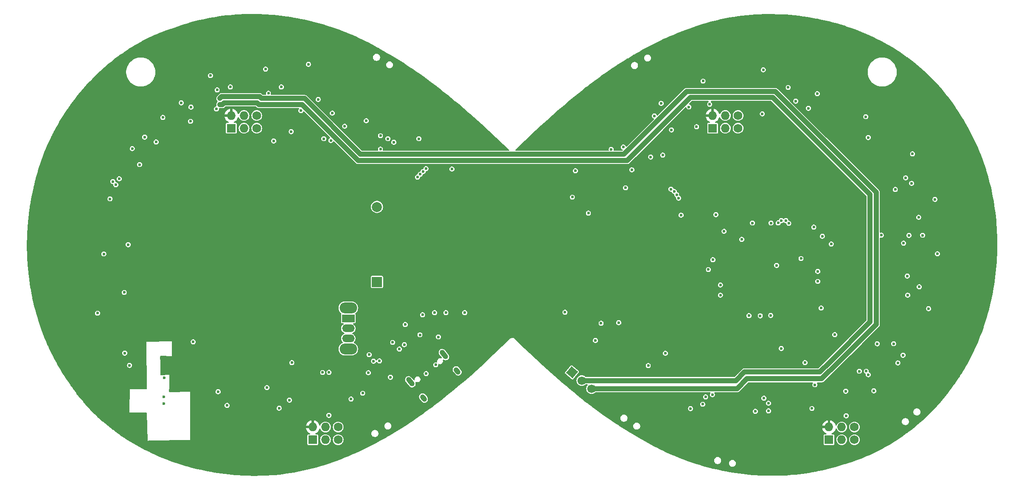
<source format=gbr>
%TF.GenerationSoftware,KiCad,Pcbnew,8.0.1*%
%TF.CreationDate,2024-06-21T13:35:14-04:00*%
%TF.ProjectId,CHV_DC32,4348565f-4443-4333-922e-6b696361645f,rev?*%
%TF.SameCoordinates,Original*%
%TF.FileFunction,Copper,L2,Inr*%
%TF.FilePolarity,Positive*%
%FSLAX46Y46*%
G04 Gerber Fmt 4.6, Leading zero omitted, Abs format (unit mm)*
G04 Created by KiCad (PCBNEW 8.0.1) date 2024-06-21 13:35:14*
%MOMM*%
%LPD*%
G01*
G04 APERTURE LIST*
G04 Aperture macros list*
%AMHorizOval*
0 Thick line with rounded ends*
0 $1 width*
0 $2 $3 position (X,Y) of the first rounded end (center of the circle)*
0 $4 $5 position (X,Y) of the second rounded end (center of the circle)*
0 Add line between two ends*
20,1,$1,$2,$3,$4,$5,0*
0 Add two circle primitives to create the rounded ends*
1,1,$1,$2,$3*
1,1,$1,$4,$5*%
%AMRotRect*
0 Rectangle, with rotation*
0 The origin of the aperture is its center*
0 $1 length*
0 $2 width*
0 $3 Rotation angle, in degrees counterclockwise*
0 Add horizontal line*
21,1,$1,$2,0,0,$3*%
G04 Aperture macros list end*
%TA.AperFunction,ComponentPad*%
%ADD10O,1.727200X1.727200*%
%TD*%
%TA.AperFunction,ComponentPad*%
%ADD11R,1.727200X1.727200*%
%TD*%
%TA.AperFunction,ComponentPad*%
%ADD12C,1.727200*%
%TD*%
%TA.AperFunction,ComponentPad*%
%ADD13RotRect,1.700000X1.700000X230.000000*%
%TD*%
%TA.AperFunction,ComponentPad*%
%ADD14HorizOval,1.700000X0.000000X0.000000X0.000000X0.000000X0*%
%TD*%
%TA.AperFunction,ComponentPad*%
%ADD15R,2.000000X2.000000*%
%TD*%
%TA.AperFunction,ComponentPad*%
%ADD16C,2.000000*%
%TD*%
%TA.AperFunction,ComponentPad*%
%ADD17HorizOval,1.000000X-0.188796X0.233144X0.188796X-0.233144X0*%
%TD*%
%TA.AperFunction,ComponentPad*%
%ADD18HorizOval,1.000000X-0.346126X0.427430X0.346126X-0.427430X0*%
%TD*%
%TA.AperFunction,ComponentPad*%
%ADD19O,3.500000X2.200000*%
%TD*%
%TA.AperFunction,ComponentPad*%
%ADD20R,2.500000X1.500000*%
%TD*%
%TA.AperFunction,ComponentPad*%
%ADD21O,2.500000X1.500000*%
%TD*%
%TA.AperFunction,ViaPad*%
%ADD22C,0.600000*%
%TD*%
%TA.AperFunction,Conductor*%
%ADD23C,1.000000*%
%TD*%
G04 APERTURE END LIST*
D10*
%TO.N,+3V3*%
%TO.C,J7*%
X214015000Y-106360000D03*
D11*
%TO.N,GND*%
X214015000Y-108900000D03*
D10*
%TO.N,unconnected-(J7-Pin_3-Pad3)*%
X216555000Y-106360000D03*
%TO.N,unconnected-(J7-Pin_4-Pad4)*%
X216555000Y-108900000D03*
D12*
%TO.N,SAO1_TX*%
X219095000Y-106360000D03*
%TO.N,SAO1_RX*%
X219095000Y-108900000D03*
%TD*%
D10*
%TO.N,+3V3*%
%TO.C,J5*%
X190790000Y-44085000D03*
D11*
%TO.N,GND*%
X190790000Y-46625000D03*
D10*
%TO.N,unconnected-(J5-Pin_3-Pad3)*%
X193330000Y-44085000D03*
%TO.N,unconnected-(J5-Pin_4-Pad4)*%
X193330000Y-46625000D03*
D12*
%TO.N,SAO3_TX*%
X195870000Y-44085000D03*
%TO.N,SAO3_RX*%
X195870000Y-46625000D03*
%TD*%
D10*
%TO.N,+3V3*%
%TO.C,J3*%
X111015000Y-106360000D03*
D11*
%TO.N,GND*%
X111015000Y-108900000D03*
D10*
%TO.N,unconnected-(J3-Pin_3-Pad3)*%
X113555000Y-106360000D03*
%TO.N,unconnected-(J3-Pin_4-Pad4)*%
X113555000Y-108900000D03*
D12*
%TO.N,SAO4_TX*%
X116095000Y-106360000D03*
%TO.N,SAO4_RX*%
X116095000Y-108900000D03*
%TD*%
D10*
%TO.N,+3V3*%
%TO.C,J4*%
X94765000Y-44085000D03*
D11*
%TO.N,GND*%
X94765000Y-46625000D03*
D10*
%TO.N,unconnected-(J4-Pin_3-Pad3)*%
X97305000Y-44085000D03*
%TO.N,unconnected-(J4-Pin_4-Pad4)*%
X97305000Y-46625000D03*
D12*
%TO.N,SAO2_TX*%
X99845000Y-44085000D03*
%TO.N,SAO2_RX*%
X99845000Y-46625000D03*
%TD*%
D13*
%TO.N,GND*%
%TO.C,J6*%
X162733494Y-95434639D03*
D14*
%TO.N,Net-(J6-Pin_2)*%
X164679247Y-97067320D03*
%TO.N,Net-(J6-Pin_3)*%
X166625000Y-98700000D03*
%TD*%
D15*
%TO.N,Net-(BT1-+)*%
%TO.C,BT1*%
X123835000Y-77345000D03*
D16*
%TO.N,GND*%
X123835000Y-62355000D03*
%TD*%
D17*
%TO.N,GND*%
%TO.C,J8*%
X139825000Y-95125000D03*
D18*
X137194441Y-91876530D03*
D17*
X133110459Y-100562328D03*
D18*
X130479900Y-97313858D03*
%TD*%
D19*
%TO.N,*%
%TO.C,SW1*%
X118110000Y-82550000D03*
X118110000Y-90750000D03*
D20*
%TO.N,Net-(BT1-+)*%
X118110000Y-84650000D03*
D21*
%TO.N,Net-(Q1-D)*%
X118110000Y-86650000D03*
%TO.N,unconnected-(SW1-C-Pad3)*%
X118110000Y-88650000D03*
%TD*%
D22*
%TO.N,GND*%
X81400000Y-96550000D03*
X217450000Y-104100000D03*
X209225000Y-93475000D03*
X202437500Y-65575000D03*
X192350000Y-77950000D03*
X189950000Y-74875000D03*
X87175000Y-89325000D03*
X198050000Y-84100000D03*
X215175000Y-87900000D03*
X103225000Y-49175000D03*
X200720000Y-43750000D03*
X212675000Y-68225000D03*
X212450000Y-82575000D03*
X81325000Y-100350000D03*
X81300000Y-101675000D03*
X106375000Y-100975000D03*
X180850000Y-52000000D03*
X222975000Y-99125000D03*
X211775000Y-77250000D03*
X224450000Y-68000000D03*
X191450000Y-63900000D03*
X192350000Y-80000000D03*
X227750000Y-93550000D03*
X117400000Y-46225000D03*
X187600000Y-46325000D03*
X210625000Y-102650000D03*
X200300000Y-84125000D03*
X204500000Y-90650000D03*
X211775000Y-75250000D03*
X214450000Y-69775000D03*
X196600000Y-68850000D03*
X198750000Y-65575000D03*
X114250000Y-104025000D03*
X184500000Y-64000000D03*
X210975000Y-66400000D03*
X136100000Y-88350000D03*
X120975000Y-99600000D03*
X202400000Y-84050000D03*
X203575000Y-74050000D03*
X208430270Y-72675994D03*
X205875000Y-38475000D03*
X110150000Y-33850000D03*
X106725000Y-47300000D03*
X129275000Y-89900000D03*
X106850000Y-93500000D03*
X193100000Y-67225000D03*
X190850000Y-72925000D03*
%TO.N,+3V3*%
X195850000Y-81350000D03*
X209325000Y-73925000D03*
X197920735Y-42770735D03*
X78925000Y-109750000D03*
X197925000Y-63000000D03*
X217775000Y-79900000D03*
X217650000Y-82025000D03*
X203900000Y-80800000D03*
X80175000Y-109750000D03*
X78300000Y-109750000D03*
X108597453Y-102190042D03*
X197725000Y-110950000D03*
X103325000Y-47300000D03*
X80175000Y-110400000D03*
X79550000Y-109750000D03*
X197450000Y-66975000D03*
X229725000Y-100325000D03*
X79550000Y-110400000D03*
X196825000Y-81725000D03*
X120800000Y-35150000D03*
X78925000Y-110400000D03*
X78300000Y-110400000D03*
X200300000Y-79725000D03*
X124575000Y-102925000D03*
X216150000Y-104025000D03*
X203750000Y-67950000D03*
X194650000Y-74550000D03*
X190025000Y-67275000D03*
X184150000Y-49000000D03*
%TO.N,USB_POWER*%
X133650000Y-95675000D03*
X135550000Y-93925000D03*
%TO.N,LED_LINE_8*%
X203875000Y-65550000D03*
X190211765Y-41836765D03*
X124325000Y-93150000D03*
X173437500Y-58537500D03*
%TO.N,Net-(D3-K)*%
X161350000Y-83425000D03*
%TO.N,Net-(D5-K)*%
X167425000Y-89050000D03*
%TO.N,Net-(D6-K)*%
X118661765Y-100763235D03*
%TO.N,LED_LINE_5*%
X205979313Y-65626726D03*
X186075000Y-42375000D03*
X122275000Y-91900000D03*
X132925000Y-83925000D03*
%TO.N,Net-(D7-K)*%
X211675000Y-39725000D03*
%TO.N,Net-(D8-K)*%
X180525000Y-41650000D03*
%TO.N,Net-(D9-K)*%
X141350000Y-83500000D03*
%TO.N,LED_LINE_6*%
X205400000Y-65075000D03*
X166012500Y-63612500D03*
X182600000Y-46950000D03*
X170575000Y-50843706D03*
X209912500Y-42637500D03*
X162800000Y-60400000D03*
X101875000Y-98475000D03*
X129475000Y-85875000D03*
X179175000Y-44175000D03*
X174687500Y-54937500D03*
%TO.N,Net-(D10-K)*%
X74475000Y-94025000D03*
%TO.N,Net-(D11-K)*%
X70575000Y-60750000D03*
%TO.N,Net-(D12-K)*%
X90600000Y-36100000D03*
%TO.N,LED_LINE_7*%
X135325000Y-83500000D03*
X92125000Y-99300000D03*
X204524229Y-65082555D03*
X123150000Y-93200000D03*
X137575000Y-83500000D03*
X178450000Y-52375000D03*
X122125000Y-95500000D03*
X126962500Y-89437500D03*
X128300000Y-90775000D03*
X207390686Y-41200000D03*
%TO.N,Net-(D13-K)*%
X121700000Y-45125000D03*
%TO.N,Net-(D14-K)*%
X177950000Y-94075000D03*
%TO.N,Net-(D15-K)*%
X186400000Y-102675000D03*
%TO.N,LED_LINE_9*%
X126025000Y-48725000D03*
X91950000Y-38975000D03*
X133600000Y-54700000D03*
X71725000Y-57925000D03*
%TO.N,Net-(D17-K)*%
X199325000Y-103225000D03*
%TO.N,Net-(D19-K)*%
X217350000Y-99200000D03*
%TO.N,Net-(D20-K)*%
X228775000Y-92000000D03*
%TO.N,LED_LINE_10*%
X102175000Y-39625000D03*
X84800000Y-41550000D03*
X86725000Y-42400000D03*
X73500000Y-91575000D03*
X133048999Y-55280002D03*
X71125000Y-57275000D03*
X79762500Y-49362500D03*
X77475000Y-48400000D03*
X72400000Y-56725000D03*
X127193997Y-49425000D03*
%TO.N,Net-(D21-K)*%
X235175000Y-60850000D03*
%TO.N,Net-(D23-K)*%
X233900000Y-82700000D03*
%TO.N,Net-(D24-K)*%
X235650000Y-71725000D03*
%TO.N,LED_LINE_11*%
X94575000Y-38375000D03*
X73400000Y-79450000D03*
X114625000Y-49075000D03*
X108662500Y-43112500D03*
X132465751Y-55827565D03*
X91800000Y-42775000D03*
X76462500Y-53887500D03*
X104750000Y-38375000D03*
X114925000Y-43600000D03*
%TO.N,Net-(D25-K)*%
X230675000Y-51750000D03*
%TO.N,Net-(D26-K)*%
X221375000Y-44325000D03*
%TO.N,Net-(D27-K)*%
X200900000Y-34950000D03*
%TO.N,LED_LINE_12*%
X124525000Y-50825000D03*
X86626400Y-45248600D03*
X113225000Y-48725000D03*
X131900000Y-56400000D03*
X74200000Y-69900000D03*
X124525000Y-48125000D03*
%TO.N,Net-(D28-K)*%
X188875000Y-37200000D03*
%TO.N,Net-(D29-K)*%
X172975000Y-50400000D03*
%TO.N,Net-(D30-K)*%
X163425000Y-55125000D03*
%TO.N,LED_LINE_1*%
X182495267Y-58804206D03*
X231900000Y-64429772D03*
X189400000Y-100340942D03*
X221462908Y-95199883D03*
%TO.N,Net-(D31-K)*%
X132400000Y-87925000D03*
%TO.N,Net-(D32-K)*%
X126525000Y-96400000D03*
%TO.N,Net-(D33-K)*%
X104300000Y-102600000D03*
%TO.N,LED_LINE_2*%
X190750000Y-99888799D03*
X201950000Y-103125000D03*
X229325000Y-56550000D03*
X188825000Y-101800000D03*
X201950000Y-101600000D03*
X168550000Y-85608241D03*
X221850000Y-95900000D03*
X220058386Y-95208386D03*
X229705811Y-80000000D03*
X183150850Y-59262698D03*
%TO.N,Net-(D34-K)*%
X93925000Y-102025000D03*
%TO.N,Net-(D35-K)*%
X68075000Y-83600000D03*
%TO.N,Net-(D36-K)*%
X69325000Y-71750000D03*
%TO.N,LED_LINE_3*%
X201025000Y-100598136D03*
X232025000Y-78325000D03*
X232700000Y-68025000D03*
X221850000Y-48475000D03*
X226900000Y-89700000D03*
X229635367Y-76175000D03*
X229975000Y-68050000D03*
X223657674Y-89707674D03*
X183624170Y-59907657D03*
X172048704Y-85497862D03*
%TO.N,Net-(D37-K)*%
X75000000Y-50700000D03*
%TO.N,Net-(D38-K)*%
X81100000Y-44475000D03*
%TO.N,Net-(D39-K)*%
X101600000Y-34800000D03*
%TO.N,LED_LINE_4*%
X211209825Y-97915910D03*
X227234921Y-58865079D03*
X181369774Y-91605226D03*
X228900000Y-69600000D03*
X230500000Y-57650000D03*
X184025000Y-60600000D03*
%TO.N,Net-(D40-K)*%
X112100000Y-40875000D03*
%TO.N,Net-(D41-K)*%
X132200000Y-48725000D03*
%TO.N,Net-(D42-K)*%
X138775000Y-54775000D03*
%TO.N,Net-(J6-Pin_2)*%
X113000000Y-95450000D03*
X120077944Y-53075000D03*
X214187500Y-93387500D03*
X108877944Y-41875000D03*
X222200000Y-85375000D03*
X206212500Y-43887500D03*
X92475000Y-41875000D03*
%TO.N,Net-(J6-Pin_3)*%
X215798528Y-93473528D03*
X92500000Y-40675000D03*
X109363235Y-40686765D03*
X223450000Y-85822056D03*
X120536748Y-51836748D03*
X206486028Y-42463972D03*
X114275000Y-95425000D03*
%TD*%
D23*
%TO.N,Net-(J6-Pin_2)*%
X195417320Y-97067320D02*
X164679247Y-97067320D01*
X92997056Y-41875000D02*
X93347056Y-41525000D01*
X173750000Y-53075000D02*
X186350000Y-40475000D01*
X100277944Y-41875000D02*
X108877944Y-41875000D01*
X92475000Y-41875000D02*
X92997056Y-41875000D01*
X197159640Y-95325000D02*
X195417320Y-97067320D01*
X186350000Y-40475000D02*
X202800000Y-40475000D01*
X206212500Y-43887500D02*
X222200000Y-59875000D01*
X205113972Y-95338972D02*
X205100000Y-95325000D01*
X222200000Y-85375000D02*
X214187500Y-93387500D01*
X120077944Y-53075000D02*
X173750000Y-53075000D01*
X93347056Y-41525000D02*
X99927944Y-41525000D01*
X202800000Y-40475000D02*
X206212500Y-43887500D01*
X212236028Y-95338972D02*
X205113972Y-95338972D01*
X222200000Y-59875000D02*
X222200000Y-85375000D01*
X108877944Y-41875000D02*
X120077944Y-53075000D01*
X205100000Y-95325000D02*
X197159640Y-95325000D01*
X99927944Y-41525000D02*
X100277944Y-41875000D01*
X214187500Y-93387500D02*
X212236028Y-95338972D01*
%TO.N,Net-(J6-Pin_3)*%
X120536748Y-51836748D02*
X150435269Y-51836748D01*
X223450000Y-85822056D02*
X215798528Y-93473528D01*
X100775000Y-40675000D02*
X109375000Y-40675000D01*
X203297056Y-39275000D02*
X223450000Y-59427944D01*
X173056294Y-51843706D02*
X185625000Y-39275000D01*
X109375000Y-40675000D02*
X120536748Y-51836748D01*
X92500000Y-40675000D02*
X92850000Y-40325000D01*
X150435269Y-51836748D02*
X151263667Y-51843706D01*
X197650000Y-96725000D02*
X195700000Y-98675000D01*
X195700000Y-98675000D02*
X166650000Y-98675000D01*
X92850000Y-40325000D02*
X100425000Y-40325000D01*
X166650000Y-98675000D02*
X166625000Y-98700000D01*
X223450000Y-59427944D02*
X223450000Y-85822056D01*
X215798528Y-93473528D02*
X212547056Y-96725000D01*
X185625000Y-39275000D02*
X203297056Y-39275000D01*
X151263667Y-51843706D02*
X173056294Y-51843706D01*
X100425000Y-40325000D02*
X100775000Y-40675000D01*
X212547056Y-96725000D02*
X197650000Y-96725000D01*
%TD*%
%TA.AperFunction,Conductor*%
%TO.N,+3V3*%
G36*
X99194801Y-23789166D02*
G01*
X99872236Y-23797525D01*
X99873987Y-23797559D01*
X100551294Y-23815668D01*
X100552838Y-23815720D01*
X101230084Y-23843592D01*
X101231699Y-23843669D01*
X101908519Y-23880593D01*
X101910223Y-23880698D01*
X102586664Y-23927373D01*
X102588255Y-23927494D01*
X103232215Y-23980936D01*
X103264008Y-23983575D01*
X103265730Y-23983729D01*
X103941080Y-24049243D01*
X103942517Y-24049393D01*
X104617109Y-24123960D01*
X104618790Y-24124158D01*
X105291839Y-24208114D01*
X105293456Y-24208327D01*
X105853020Y-24285739D01*
X105965870Y-24301351D01*
X105967573Y-24301598D01*
X106639286Y-24404080D01*
X106640606Y-24404290D01*
X107310533Y-24515479D01*
X107312078Y-24515747D01*
X107980874Y-24636333D01*
X107982379Y-24636614D01*
X108649409Y-24765908D01*
X108650892Y-24766206D01*
X109316432Y-24904962D01*
X109317799Y-24905256D01*
X109981797Y-25052347D01*
X109983394Y-25052712D01*
X110645146Y-25209258D01*
X110646321Y-25209545D01*
X111306326Y-25374460D01*
X111307952Y-25374878D01*
X111965760Y-25548829D01*
X111967103Y-25549194D01*
X112622736Y-25731488D01*
X112624327Y-25731942D01*
X113277310Y-25923340D01*
X113278641Y-25923740D01*
X113929215Y-26123514D01*
X113930694Y-26123979D01*
X114493063Y-26304881D01*
X114578767Y-26332450D01*
X114580280Y-26332947D01*
X115225666Y-26549820D01*
X115227039Y-26550291D01*
X115869503Y-26775484D01*
X115870967Y-26776009D01*
X116510276Y-27009911D01*
X116511718Y-27010449D01*
X117148506Y-27252819D01*
X117149938Y-27253375D01*
X117782998Y-27503670D01*
X117784421Y-27504243D01*
X118414400Y-27762929D01*
X118415768Y-27763502D01*
X119042075Y-28030624D01*
X119043319Y-28031164D01*
X119666361Y-28306251D01*
X119667755Y-28306877D01*
X120286991Y-28590346D01*
X120288340Y-28590974D01*
X120441221Y-28663300D01*
X120903585Y-28882039D01*
X120905121Y-28882778D01*
X121045583Y-28951607D01*
X121516247Y-29182241D01*
X121517547Y-29182889D01*
X122125199Y-29490025D01*
X122126677Y-29490785D01*
X122697944Y-29789628D01*
X122729696Y-29806238D01*
X122731035Y-29806949D01*
X123239273Y-30080889D01*
X123329848Y-30129709D01*
X123331355Y-30130535D01*
X123873907Y-30432836D01*
X123925623Y-30461651D01*
X123926969Y-30462412D01*
X124156430Y-30594094D01*
X124516825Y-30800916D01*
X124518276Y-30801762D01*
X125103368Y-31148150D01*
X125104787Y-31149004D01*
X125625399Y-31466685D01*
X125636157Y-31474053D01*
X125642492Y-31478900D01*
X125642495Y-31478903D01*
X125692627Y-31507757D01*
X125695357Y-31509374D01*
X125744813Y-31539553D01*
X125744816Y-31539554D01*
X125752102Y-31542781D01*
X125763744Y-31548689D01*
X126463622Y-31951511D01*
X126562052Y-32008163D01*
X126563465Y-32008988D01*
X127405935Y-32509001D01*
X127414688Y-32514196D01*
X127416078Y-32515033D01*
X128260143Y-33031200D01*
X128261382Y-33031969D01*
X129098321Y-33558425D01*
X129099492Y-33559171D01*
X129930107Y-34095988D01*
X129931217Y-34096716D01*
X130683622Y-34595761D01*
X130754889Y-34643030D01*
X130756087Y-34643835D01*
X131573290Y-35199660D01*
X131574414Y-35200433D01*
X131671812Y-35268258D01*
X132317444Y-35717856D01*
X132385502Y-35765249D01*
X132386573Y-35766003D01*
X133191562Y-36339625D01*
X133192476Y-36340283D01*
X133991878Y-36922393D01*
X133992840Y-36923100D01*
X134758182Y-37492230D01*
X134786589Y-37513354D01*
X134787496Y-37514036D01*
X134979860Y-37659953D01*
X135575668Y-38111899D01*
X135576573Y-38112592D01*
X136359621Y-38717988D01*
X136360482Y-38718660D01*
X137138249Y-39330996D01*
X137139065Y-39331643D01*
X137912404Y-39951079D01*
X137913168Y-39951696D01*
X138641158Y-40544444D01*
X138681644Y-40577408D01*
X138682317Y-40577960D01*
X139422472Y-41190045D01*
X139446387Y-41209822D01*
X139447056Y-41210380D01*
X139521064Y-41272493D01*
X140206913Y-41848108D01*
X140207557Y-41848652D01*
X140963238Y-42491683D01*
X140963852Y-42492208D01*
X141188674Y-42686054D01*
X141715886Y-43140628D01*
X141716154Y-43140861D01*
X142100859Y-43476628D01*
X142464639Y-43794133D01*
X142465168Y-43794598D01*
X143209268Y-44451521D01*
X143209989Y-44452162D01*
X144690659Y-45780010D01*
X144691342Y-45780629D01*
X146080574Y-47049417D01*
X146159729Y-47121709D01*
X146160399Y-47122325D01*
X147618818Y-48474573D01*
X147619353Y-48475070D01*
X149055066Y-49822454D01*
X149069472Y-49835973D01*
X149069784Y-49836267D01*
X149665070Y-50400000D01*
X150216512Y-50922213D01*
X150251653Y-50982602D01*
X150248567Y-51052404D01*
X150208233Y-51109456D01*
X150143458Y-51135646D01*
X150131249Y-51136248D01*
X125126028Y-51136248D01*
X125058989Y-51116563D01*
X125013234Y-51063759D01*
X125003290Y-50994601D01*
X125008677Y-50976260D01*
X125007667Y-50975964D01*
X125010165Y-50967457D01*
X125012345Y-50952297D01*
X125030647Y-50825000D01*
X125010165Y-50682543D01*
X124950377Y-50551627D01*
X124856128Y-50442857D01*
X124735053Y-50365047D01*
X124735051Y-50365046D01*
X124735049Y-50365045D01*
X124735050Y-50365045D01*
X124596963Y-50324500D01*
X124596961Y-50324500D01*
X124453039Y-50324500D01*
X124453036Y-50324500D01*
X124314949Y-50365045D01*
X124193873Y-50442856D01*
X124099623Y-50551626D01*
X124099622Y-50551628D01*
X124039834Y-50682543D01*
X124019353Y-50825000D01*
X124039834Y-50967457D01*
X124042333Y-50975964D01*
X124039089Y-50976916D01*
X124046713Y-51029872D01*
X124017700Y-51093433D01*
X123958929Y-51131219D01*
X123923972Y-51136248D01*
X120878266Y-51136248D01*
X120811227Y-51116563D01*
X120790585Y-51099929D01*
X119115657Y-49425000D01*
X126688350Y-49425000D01*
X126708831Y-49567456D01*
X126762215Y-49684349D01*
X126768620Y-49698373D01*
X126862869Y-49807143D01*
X126983944Y-49884953D01*
X126983947Y-49884954D01*
X126983946Y-49884954D01*
X127122033Y-49925499D01*
X127122035Y-49925500D01*
X127122036Y-49925500D01*
X127265959Y-49925500D01*
X127265959Y-49925499D01*
X127404050Y-49884953D01*
X127525125Y-49807143D01*
X127619374Y-49698373D01*
X127679162Y-49567457D01*
X127699644Y-49425000D01*
X127679162Y-49282543D01*
X127619374Y-49151627D01*
X127525125Y-49042857D01*
X127404050Y-48965047D01*
X127404048Y-48965046D01*
X127404046Y-48965045D01*
X127404047Y-48965045D01*
X127265960Y-48924500D01*
X127265958Y-48924500D01*
X127122036Y-48924500D01*
X127122033Y-48924500D01*
X126983946Y-48965045D01*
X126862870Y-49042856D01*
X126768620Y-49151626D01*
X126768619Y-49151628D01*
X126708831Y-49282543D01*
X126688350Y-49425000D01*
X119115657Y-49425000D01*
X118415657Y-48725000D01*
X125519353Y-48725000D01*
X125539834Y-48867456D01*
X125570660Y-48934954D01*
X125599623Y-48998373D01*
X125693872Y-49107143D01*
X125814947Y-49184953D01*
X125814950Y-49184954D01*
X125814949Y-49184954D01*
X125953036Y-49225499D01*
X125953038Y-49225500D01*
X125953039Y-49225500D01*
X126096962Y-49225500D01*
X126096962Y-49225499D01*
X126235053Y-49184953D01*
X126356128Y-49107143D01*
X126450377Y-48998373D01*
X126510165Y-48867457D01*
X126530647Y-48725000D01*
X131694353Y-48725000D01*
X131714834Y-48867456D01*
X131745660Y-48934954D01*
X131774623Y-48998373D01*
X131868872Y-49107143D01*
X131989947Y-49184953D01*
X131989950Y-49184954D01*
X131989949Y-49184954D01*
X132128036Y-49225499D01*
X132128038Y-49225500D01*
X132128039Y-49225500D01*
X132271962Y-49225500D01*
X132271962Y-49225499D01*
X132410053Y-49184953D01*
X132531128Y-49107143D01*
X132625377Y-48998373D01*
X132685165Y-48867457D01*
X132705647Y-48725000D01*
X132685165Y-48582543D01*
X132625377Y-48451627D01*
X132531128Y-48342857D01*
X132410053Y-48265047D01*
X132410051Y-48265046D01*
X132410049Y-48265045D01*
X132410050Y-48265045D01*
X132271963Y-48224500D01*
X132271961Y-48224500D01*
X132128039Y-48224500D01*
X132128036Y-48224500D01*
X131989949Y-48265045D01*
X131868873Y-48342856D01*
X131774623Y-48451626D01*
X131774622Y-48451628D01*
X131714834Y-48582543D01*
X131694353Y-48725000D01*
X126530647Y-48725000D01*
X126510165Y-48582543D01*
X126450377Y-48451627D01*
X126356128Y-48342857D01*
X126235053Y-48265047D01*
X126235051Y-48265046D01*
X126235049Y-48265045D01*
X126235050Y-48265045D01*
X126096963Y-48224500D01*
X126096961Y-48224500D01*
X125953039Y-48224500D01*
X125953036Y-48224500D01*
X125814949Y-48265045D01*
X125693873Y-48342856D01*
X125599623Y-48451626D01*
X125599622Y-48451628D01*
X125539834Y-48582543D01*
X125519353Y-48725000D01*
X118415657Y-48725000D01*
X117815657Y-48125000D01*
X124019353Y-48125000D01*
X124039834Y-48267456D01*
X124060342Y-48312361D01*
X124099623Y-48398373D01*
X124193872Y-48507143D01*
X124314947Y-48584953D01*
X124314950Y-48584954D01*
X124314949Y-48584954D01*
X124400577Y-48610096D01*
X124448090Y-48624047D01*
X124453036Y-48625499D01*
X124453038Y-48625500D01*
X124453039Y-48625500D01*
X124596962Y-48625500D01*
X124596962Y-48625499D01*
X124735053Y-48584953D01*
X124856128Y-48507143D01*
X124950377Y-48398373D01*
X125010165Y-48267457D01*
X125030647Y-48125000D01*
X125010165Y-47982543D01*
X124950377Y-47851627D01*
X124856128Y-47742857D01*
X124735053Y-47665047D01*
X124735051Y-47665046D01*
X124735049Y-47665045D01*
X124735050Y-47665045D01*
X124596963Y-47624500D01*
X124596961Y-47624500D01*
X124453039Y-47624500D01*
X124453036Y-47624500D01*
X124314949Y-47665045D01*
X124193873Y-47742856D01*
X124193872Y-47742856D01*
X124193872Y-47742857D01*
X124181290Y-47757377D01*
X124099623Y-47851626D01*
X124099622Y-47851628D01*
X124039834Y-47982543D01*
X124019353Y-48125000D01*
X117815657Y-48125000D01*
X115915657Y-46225000D01*
X116894353Y-46225000D01*
X116914834Y-46367456D01*
X116970893Y-46490205D01*
X116974623Y-46498373D01*
X117068872Y-46607143D01*
X117189947Y-46684953D01*
X117189950Y-46684954D01*
X117189949Y-46684954D01*
X117328036Y-46725499D01*
X117328038Y-46725500D01*
X117328039Y-46725500D01*
X117471962Y-46725500D01*
X117471962Y-46725499D01*
X117610053Y-46684953D01*
X117731128Y-46607143D01*
X117825377Y-46498373D01*
X117885165Y-46367457D01*
X117905647Y-46225000D01*
X117885165Y-46082543D01*
X117825377Y-45951627D01*
X117731128Y-45842857D01*
X117610053Y-45765047D01*
X117610051Y-45765046D01*
X117610049Y-45765045D01*
X117610050Y-45765045D01*
X117471963Y-45724500D01*
X117471961Y-45724500D01*
X117328039Y-45724500D01*
X117328036Y-45724500D01*
X117189949Y-45765045D01*
X117068873Y-45842856D01*
X116974623Y-45951626D01*
X116974622Y-45951628D01*
X116914834Y-46082543D01*
X116894353Y-46225000D01*
X115915657Y-46225000D01*
X114815657Y-45125000D01*
X121194353Y-45125000D01*
X121214834Y-45267456D01*
X121270590Y-45389542D01*
X121274623Y-45398373D01*
X121368872Y-45507143D01*
X121489947Y-45584953D01*
X121489950Y-45584954D01*
X121489949Y-45584954D01*
X121628036Y-45625499D01*
X121628038Y-45625500D01*
X121628039Y-45625500D01*
X121771962Y-45625500D01*
X121771962Y-45625499D01*
X121910053Y-45584953D01*
X122031128Y-45507143D01*
X122125377Y-45398373D01*
X122185165Y-45267457D01*
X122205647Y-45125000D01*
X122185165Y-44982543D01*
X122125377Y-44851627D01*
X122031128Y-44742857D01*
X121910053Y-44665047D01*
X121910051Y-44665046D01*
X121910049Y-44665045D01*
X121910050Y-44665045D01*
X121771963Y-44624500D01*
X121771961Y-44624500D01*
X121628039Y-44624500D01*
X121628036Y-44624500D01*
X121489949Y-44665045D01*
X121368873Y-44742856D01*
X121274623Y-44851626D01*
X121274622Y-44851628D01*
X121214834Y-44982543D01*
X121194353Y-45125000D01*
X114815657Y-45125000D01*
X113290657Y-43600000D01*
X114419353Y-43600000D01*
X114439834Y-43742456D01*
X114495850Y-43865112D01*
X114499623Y-43873373D01*
X114593872Y-43982143D01*
X114714947Y-44059953D01*
X114714950Y-44059954D01*
X114714949Y-44059954D01*
X114853036Y-44100499D01*
X114853038Y-44100500D01*
X114853039Y-44100500D01*
X114996962Y-44100500D01*
X114996962Y-44100499D01*
X115135053Y-44059953D01*
X115256128Y-43982143D01*
X115350377Y-43873373D01*
X115410165Y-43742457D01*
X115430647Y-43600000D01*
X115410165Y-43457543D01*
X115350377Y-43326627D01*
X115256128Y-43217857D01*
X115135053Y-43140047D01*
X115135051Y-43140046D01*
X115135049Y-43140045D01*
X115135050Y-43140045D01*
X114996963Y-43099500D01*
X114996961Y-43099500D01*
X114853039Y-43099500D01*
X114853036Y-43099500D01*
X114714949Y-43140045D01*
X114593873Y-43217856D01*
X114499623Y-43326626D01*
X114499622Y-43326628D01*
X114439834Y-43457543D01*
X114419353Y-43600000D01*
X113290657Y-43600000D01*
X110565658Y-40875000D01*
X111594353Y-40875000D01*
X111614834Y-41017456D01*
X111672864Y-41144521D01*
X111674623Y-41148373D01*
X111768872Y-41257143D01*
X111889947Y-41334953D01*
X111889950Y-41334954D01*
X111889949Y-41334954D01*
X112028036Y-41375499D01*
X112028038Y-41375500D01*
X112028039Y-41375500D01*
X112171962Y-41375500D01*
X112171962Y-41375499D01*
X112310053Y-41334953D01*
X112431128Y-41257143D01*
X112525377Y-41148373D01*
X112585165Y-41017457D01*
X112605647Y-40875000D01*
X112585165Y-40732543D01*
X112525377Y-40601627D01*
X112431128Y-40492857D01*
X112310053Y-40415047D01*
X112310051Y-40415046D01*
X112310049Y-40415045D01*
X112310050Y-40415045D01*
X112171963Y-40374500D01*
X112171961Y-40374500D01*
X112028039Y-40374500D01*
X112028036Y-40374500D01*
X111889949Y-40415045D01*
X111768873Y-40492856D01*
X111674623Y-40601626D01*
X111674622Y-40601628D01*
X111614834Y-40732543D01*
X111594353Y-40875000D01*
X110565658Y-40875000D01*
X109821546Y-40130888D01*
X109821545Y-40130887D01*
X109706807Y-40054222D01*
X109579332Y-40001421D01*
X109579322Y-40001418D01*
X109443996Y-39974500D01*
X109443994Y-39974500D01*
X109443993Y-39974500D01*
X102758559Y-39974500D01*
X102691520Y-39954815D01*
X102645765Y-39902011D01*
X102635821Y-39832853D01*
X102645765Y-39798988D01*
X102650221Y-39789231D01*
X102660165Y-39767457D01*
X102680647Y-39625000D01*
X102660165Y-39482543D01*
X102600377Y-39351627D01*
X102506128Y-39242857D01*
X102385053Y-39165047D01*
X102385051Y-39165046D01*
X102385049Y-39165045D01*
X102385050Y-39165045D01*
X102246963Y-39124500D01*
X102246961Y-39124500D01*
X102103039Y-39124500D01*
X102103036Y-39124500D01*
X101964949Y-39165045D01*
X101843873Y-39242856D01*
X101749623Y-39351626D01*
X101749622Y-39351628D01*
X101689834Y-39482543D01*
X101669353Y-39625000D01*
X101689834Y-39767456D01*
X101704235Y-39798988D01*
X101714179Y-39868147D01*
X101685154Y-39931702D01*
X101626376Y-39969477D01*
X101591441Y-39974500D01*
X101116519Y-39974500D01*
X101049480Y-39954815D01*
X101028842Y-39938185D01*
X100871543Y-39780886D01*
X100851445Y-39767457D01*
X100756807Y-39704222D01*
X100629332Y-39651421D01*
X100629322Y-39651418D01*
X100493996Y-39624500D01*
X100493994Y-39624500D01*
X100493993Y-39624500D01*
X92918994Y-39624500D01*
X92781006Y-39624500D01*
X92781004Y-39624500D01*
X92645677Y-39651418D01*
X92645667Y-39651421D01*
X92518192Y-39704222D01*
X92403454Y-39780887D01*
X91955887Y-40228454D01*
X91879222Y-40343192D01*
X91826421Y-40470667D01*
X91826418Y-40470677D01*
X91799500Y-40606003D01*
X91799500Y-40606006D01*
X91799500Y-40743994D01*
X91799500Y-40743996D01*
X91799499Y-40743996D01*
X91826418Y-40879322D01*
X91826421Y-40879332D01*
X91879222Y-41006807D01*
X91955887Y-41121545D01*
X92009161Y-41174819D01*
X92042646Y-41236142D01*
X92037662Y-41305834D01*
X92009162Y-41350181D01*
X91930885Y-41428458D01*
X91854228Y-41543182D01*
X91854221Y-41543195D01*
X91801421Y-41670667D01*
X91801418Y-41670677D01*
X91774500Y-41806004D01*
X91774500Y-41806007D01*
X91774500Y-41943993D01*
X91774500Y-41943995D01*
X91774499Y-41943995D01*
X91801418Y-42079322D01*
X91801421Y-42079332D01*
X91812711Y-42106588D01*
X91820180Y-42176057D01*
X91788904Y-42238536D01*
X91733085Y-42273017D01*
X91589949Y-42315045D01*
X91468873Y-42392856D01*
X91468872Y-42392856D01*
X91468872Y-42392857D01*
X91460125Y-42402952D01*
X91374623Y-42501626D01*
X91374622Y-42501628D01*
X91314834Y-42632543D01*
X91294353Y-42775000D01*
X91314834Y-42917456D01*
X91371765Y-43042115D01*
X91374623Y-43048373D01*
X91468872Y-43157143D01*
X91589947Y-43234953D01*
X91589950Y-43234954D01*
X91589949Y-43234954D01*
X91728036Y-43275499D01*
X91728038Y-43275500D01*
X91728039Y-43275500D01*
X91871962Y-43275500D01*
X91871962Y-43275499D01*
X92010053Y-43234953D01*
X92131128Y-43157143D01*
X92225377Y-43048373D01*
X92285165Y-42917457D01*
X92305647Y-42775000D01*
X92297329Y-42717146D01*
X92307273Y-42647988D01*
X92353028Y-42595184D01*
X92420067Y-42575500D01*
X93066052Y-42575500D01*
X93157096Y-42557389D01*
X93201384Y-42548580D01*
X93294233Y-42510121D01*
X93328863Y-42495777D01*
X93328864Y-42495776D01*
X93328867Y-42495775D01*
X93443599Y-42419114D01*
X93600895Y-42261817D01*
X93662217Y-42228334D01*
X93688575Y-42225500D01*
X99586425Y-42225500D01*
X99653464Y-42245185D01*
X99674101Y-42261814D01*
X99753910Y-42341623D01*
X99831400Y-42419113D01*
X99946136Y-42495777D01*
X100073611Y-42548578D01*
X100073616Y-42548580D01*
X100073620Y-42548580D01*
X100073621Y-42548581D01*
X100208947Y-42575500D01*
X100208950Y-42575500D01*
X100208951Y-42575500D01*
X108194035Y-42575500D01*
X108261074Y-42595185D01*
X108306829Y-42647989D01*
X108316773Y-42717147D01*
X108287748Y-42780701D01*
X108286500Y-42782143D01*
X108237123Y-42839127D01*
X108237122Y-42839128D01*
X108177334Y-42970043D01*
X108156853Y-43112500D01*
X108177334Y-43254956D01*
X108210066Y-43326627D01*
X108237123Y-43385873D01*
X108331372Y-43494643D01*
X108452447Y-43572453D01*
X108452450Y-43572454D01*
X108452449Y-43572454D01*
X108590536Y-43612999D01*
X108590538Y-43613000D01*
X108590539Y-43613000D01*
X108734462Y-43613000D01*
X108734462Y-43612999D01*
X108872553Y-43572453D01*
X108993628Y-43494643D01*
X109087877Y-43385873D01*
X109110964Y-43335319D01*
X109156716Y-43282517D01*
X109223756Y-43262832D01*
X109290795Y-43282516D01*
X109311438Y-43299151D01*
X114435435Y-48423148D01*
X114468920Y-48484471D01*
X114463936Y-48554163D01*
X114422064Y-48610096D01*
X114414794Y-48615144D01*
X114293874Y-48692855D01*
X114199623Y-48801626D01*
X114199622Y-48801628D01*
X114139834Y-48932543D01*
X114119353Y-49075000D01*
X114139834Y-49217456D01*
X114185504Y-49317457D01*
X114199623Y-49348373D01*
X114293872Y-49457143D01*
X114414947Y-49534953D01*
X114414950Y-49534954D01*
X114414949Y-49534954D01*
X114553036Y-49575499D01*
X114553038Y-49575500D01*
X114553039Y-49575500D01*
X114696962Y-49575500D01*
X114696962Y-49575499D01*
X114835053Y-49534953D01*
X114956128Y-49457143D01*
X115050377Y-49348373D01*
X115073464Y-49297819D01*
X115119216Y-49245017D01*
X115186256Y-49225332D01*
X115253295Y-49245016D01*
X115273938Y-49261651D01*
X119631397Y-53619111D01*
X119631398Y-53619112D01*
X119746136Y-53695777D01*
X119865077Y-53745043D01*
X119873616Y-53748580D01*
X119873620Y-53748580D01*
X119873621Y-53748581D01*
X120008947Y-53775500D01*
X120008950Y-53775500D01*
X173818996Y-53775500D01*
X173910040Y-53757389D01*
X173954328Y-53748580D01*
X174018069Y-53722177D01*
X174081807Y-53695777D01*
X174081808Y-53695776D01*
X174081811Y-53695775D01*
X174196543Y-53619114D01*
X175440657Y-52375000D01*
X177944353Y-52375000D01*
X177964834Y-52517456D01*
X178024622Y-52648371D01*
X178024623Y-52648373D01*
X178118872Y-52757143D01*
X178239947Y-52834953D01*
X178239950Y-52834954D01*
X178239949Y-52834954D01*
X178378036Y-52875499D01*
X178378038Y-52875500D01*
X178378039Y-52875500D01*
X178521962Y-52875500D01*
X178521962Y-52875499D01*
X178660053Y-52834953D01*
X178781128Y-52757143D01*
X178875377Y-52648373D01*
X178935165Y-52517457D01*
X178955647Y-52375000D01*
X178935165Y-52232543D01*
X178875377Y-52101627D01*
X178787317Y-52000000D01*
X180344353Y-52000000D01*
X180364834Y-52142456D01*
X180395660Y-52209954D01*
X180424623Y-52273373D01*
X180518872Y-52382143D01*
X180639947Y-52459953D01*
X180639950Y-52459954D01*
X180639949Y-52459954D01*
X180778036Y-52500499D01*
X180778038Y-52500500D01*
X180778039Y-52500500D01*
X180921962Y-52500500D01*
X180921962Y-52500499D01*
X181060053Y-52459953D01*
X181181128Y-52382143D01*
X181275377Y-52273373D01*
X181335165Y-52142457D01*
X181355647Y-52000000D01*
X181335165Y-51857543D01*
X181275377Y-51726627D01*
X181181128Y-51617857D01*
X181060053Y-51540047D01*
X181060051Y-51540046D01*
X181060049Y-51540045D01*
X181060050Y-51540045D01*
X180921963Y-51499500D01*
X180921961Y-51499500D01*
X180778039Y-51499500D01*
X180778036Y-51499500D01*
X180639949Y-51540045D01*
X180518873Y-51617856D01*
X180424623Y-51726626D01*
X180424622Y-51726628D01*
X180364834Y-51857543D01*
X180344353Y-52000000D01*
X178787317Y-52000000D01*
X178781128Y-51992857D01*
X178660053Y-51915047D01*
X178660051Y-51915046D01*
X178660049Y-51915045D01*
X178660050Y-51915045D01*
X178521963Y-51874500D01*
X178521961Y-51874500D01*
X178378039Y-51874500D01*
X178378036Y-51874500D01*
X178239949Y-51915045D01*
X178118873Y-51992856D01*
X178024623Y-52101626D01*
X178024622Y-52101628D01*
X177964834Y-52232543D01*
X177944353Y-52375000D01*
X175440657Y-52375000D01*
X180865656Y-46950000D01*
X182094353Y-46950000D01*
X182114834Y-47092456D01*
X182172646Y-47219044D01*
X182174623Y-47223373D01*
X182268872Y-47332143D01*
X182389947Y-47409953D01*
X182389950Y-47409954D01*
X182389949Y-47409954D01*
X182528036Y-47450499D01*
X182528038Y-47450500D01*
X182528039Y-47450500D01*
X182671962Y-47450500D01*
X182671962Y-47450499D01*
X182810053Y-47409953D01*
X182931128Y-47332143D01*
X183025377Y-47223373D01*
X183085165Y-47092457D01*
X183105647Y-46950000D01*
X183085165Y-46807543D01*
X183025377Y-46676627D01*
X182931128Y-46567857D01*
X182810053Y-46490047D01*
X182810051Y-46490046D01*
X182810049Y-46490045D01*
X182810050Y-46490045D01*
X182671963Y-46449500D01*
X182671961Y-46449500D01*
X182528039Y-46449500D01*
X182528036Y-46449500D01*
X182389949Y-46490045D01*
X182268873Y-46567856D01*
X182174623Y-46676626D01*
X182174622Y-46676628D01*
X182114834Y-46807543D01*
X182094353Y-46950000D01*
X180865656Y-46950000D01*
X181490656Y-46325000D01*
X187094353Y-46325000D01*
X187114834Y-46467456D01*
X187174622Y-46598371D01*
X187174623Y-46598373D01*
X187268872Y-46707143D01*
X187389947Y-46784953D01*
X187389950Y-46784954D01*
X187389949Y-46784954D01*
X187528036Y-46825499D01*
X187528038Y-46825500D01*
X187528039Y-46825500D01*
X187671962Y-46825500D01*
X187671962Y-46825499D01*
X187810053Y-46784953D01*
X187931128Y-46707143D01*
X188025377Y-46598373D01*
X188085165Y-46467457D01*
X188105647Y-46325000D01*
X188085165Y-46182543D01*
X188025377Y-46051627D01*
X187931128Y-45942857D01*
X187810053Y-45865047D01*
X187810051Y-45865046D01*
X187810049Y-45865045D01*
X187810050Y-45865045D01*
X187671963Y-45824500D01*
X187671961Y-45824500D01*
X187528039Y-45824500D01*
X187528036Y-45824500D01*
X187389949Y-45865045D01*
X187268873Y-45942856D01*
X187174623Y-46051626D01*
X187174622Y-46051628D01*
X187114834Y-46182543D01*
X187094353Y-46325000D01*
X181490656Y-46325000D01*
X183480655Y-44335000D01*
X189446666Y-44335000D01*
X189495864Y-44529278D01*
X189586639Y-44736225D01*
X189710240Y-44925412D01*
X189863284Y-45091661D01*
X189863296Y-45091672D01*
X190041623Y-45230470D01*
X190221555Y-45327845D01*
X190271145Y-45377065D01*
X190286253Y-45445282D01*
X190262082Y-45510837D01*
X190206307Y-45552918D01*
X190162537Y-45560900D01*
X189906647Y-45560900D01*
X189848170Y-45572531D01*
X189848169Y-45572532D01*
X189781847Y-45616847D01*
X189737532Y-45683169D01*
X189737531Y-45683170D01*
X189725900Y-45741647D01*
X189725900Y-47508352D01*
X189737531Y-47566829D01*
X189737532Y-47566830D01*
X189781847Y-47633152D01*
X189848169Y-47677467D01*
X189848170Y-47677468D01*
X189906647Y-47689099D01*
X189906650Y-47689100D01*
X189906652Y-47689100D01*
X191673350Y-47689100D01*
X191673351Y-47689099D01*
X191688168Y-47686152D01*
X191731829Y-47677468D01*
X191731829Y-47677467D01*
X191731831Y-47677467D01*
X191798152Y-47633152D01*
X191842467Y-47566831D01*
X191842467Y-47566829D01*
X191842468Y-47566829D01*
X191851152Y-47523168D01*
X191854100Y-47508348D01*
X191854100Y-46625000D01*
X192260751Y-46625000D01*
X192281296Y-46833602D01*
X192342143Y-47034185D01*
X192440948Y-47219037D01*
X192440952Y-47219044D01*
X192573926Y-47381073D01*
X192735955Y-47514047D01*
X192735962Y-47514051D01*
X192846946Y-47573373D01*
X192920816Y-47612857D01*
X193121400Y-47673704D01*
X193330000Y-47694249D01*
X193538600Y-47673704D01*
X193739184Y-47612857D01*
X193924043Y-47514048D01*
X194086073Y-47381073D01*
X194219048Y-47219043D01*
X194317857Y-47034184D01*
X194378704Y-46833600D01*
X194399249Y-46625000D01*
X194800751Y-46625000D01*
X194821296Y-46833602D01*
X194882143Y-47034185D01*
X194980948Y-47219037D01*
X194980952Y-47219044D01*
X195113926Y-47381073D01*
X195275955Y-47514047D01*
X195275962Y-47514051D01*
X195386946Y-47573373D01*
X195460816Y-47612857D01*
X195661400Y-47673704D01*
X195870000Y-47694249D01*
X196078600Y-47673704D01*
X196279184Y-47612857D01*
X196464043Y-47514048D01*
X196626073Y-47381073D01*
X196759048Y-47219043D01*
X196857857Y-47034184D01*
X196918704Y-46833600D01*
X196939249Y-46625000D01*
X196918704Y-46416400D01*
X196857857Y-46215816D01*
X196770097Y-46051628D01*
X196759051Y-46030962D01*
X196759047Y-46030955D01*
X196626073Y-45868926D01*
X196464044Y-45735952D01*
X196464037Y-45735948D01*
X196279185Y-45637143D01*
X196078602Y-45576296D01*
X195870000Y-45555751D01*
X195661397Y-45576296D01*
X195460814Y-45637143D01*
X195275962Y-45735948D01*
X195275955Y-45735952D01*
X195113926Y-45868926D01*
X194980952Y-46030955D01*
X194980948Y-46030962D01*
X194882143Y-46215814D01*
X194821296Y-46416397D01*
X194800751Y-46625000D01*
X194399249Y-46625000D01*
X194378704Y-46416400D01*
X194317857Y-46215816D01*
X194230097Y-46051628D01*
X194219051Y-46030962D01*
X194219047Y-46030955D01*
X194086073Y-45868926D01*
X193924044Y-45735952D01*
X193924037Y-45735948D01*
X193739185Y-45637143D01*
X193538602Y-45576296D01*
X193330000Y-45555751D01*
X193121397Y-45576296D01*
X192920814Y-45637143D01*
X192735962Y-45735948D01*
X192735955Y-45735952D01*
X192573926Y-45868926D01*
X192440952Y-46030955D01*
X192440948Y-46030962D01*
X192342143Y-46215814D01*
X192281296Y-46416397D01*
X192260751Y-46625000D01*
X191854100Y-46625000D01*
X191854100Y-45741652D01*
X191854100Y-45741649D01*
X191854099Y-45741647D01*
X191842468Y-45683170D01*
X191842467Y-45683169D01*
X191798152Y-45616847D01*
X191731830Y-45572532D01*
X191731829Y-45572531D01*
X191673352Y-45560900D01*
X191673348Y-45560900D01*
X191417463Y-45560900D01*
X191350424Y-45541215D01*
X191304669Y-45488411D01*
X191294725Y-45419253D01*
X191323750Y-45355697D01*
X191358445Y-45327845D01*
X191538376Y-45230470D01*
X191716703Y-45091672D01*
X191716715Y-45091661D01*
X191869759Y-44925412D01*
X191993360Y-44736225D01*
X192084136Y-44529277D01*
X192096921Y-44478790D01*
X192132460Y-44418634D01*
X192194880Y-44387241D01*
X192264363Y-44394578D01*
X192318849Y-44438317D01*
X192335787Y-44473232D01*
X192342143Y-44494186D01*
X192440948Y-44679037D01*
X192440952Y-44679044D01*
X192573926Y-44841073D01*
X192735955Y-44974047D01*
X192735962Y-44974051D01*
X192811946Y-45014665D01*
X192920816Y-45072857D01*
X193121400Y-45133704D01*
X193330000Y-45154249D01*
X193538600Y-45133704D01*
X193739184Y-45072857D01*
X193924043Y-44974048D01*
X194086073Y-44841073D01*
X194219048Y-44679043D01*
X194317857Y-44494184D01*
X194378704Y-44293600D01*
X194399249Y-44085000D01*
X194800751Y-44085000D01*
X194821296Y-44293602D01*
X194882143Y-44494185D01*
X194980948Y-44679037D01*
X194980952Y-44679044D01*
X195113926Y-44841073D01*
X195275955Y-44974047D01*
X195275962Y-44974051D01*
X195351946Y-45014665D01*
X195460816Y-45072857D01*
X195661400Y-45133704D01*
X195870000Y-45154249D01*
X196078600Y-45133704D01*
X196279184Y-45072857D01*
X196464043Y-44974048D01*
X196626073Y-44841073D01*
X196759048Y-44679043D01*
X196857857Y-44494184D01*
X196918704Y-44293600D01*
X196939249Y-44085000D01*
X196918704Y-43876400D01*
X196880361Y-43750000D01*
X200214353Y-43750000D01*
X200234834Y-43892456D01*
X200292224Y-44018120D01*
X200294623Y-44023373D01*
X200388872Y-44132143D01*
X200509947Y-44209953D01*
X200509950Y-44209954D01*
X200509949Y-44209954D01*
X200648036Y-44250499D01*
X200648038Y-44250500D01*
X200648039Y-44250500D01*
X200791962Y-44250500D01*
X200791962Y-44250499D01*
X200899121Y-44219035D01*
X200930050Y-44209954D01*
X200930050Y-44209953D01*
X200930053Y-44209953D01*
X201051128Y-44132143D01*
X201145377Y-44023373D01*
X201205165Y-43892457D01*
X201225647Y-43750000D01*
X201205165Y-43607543D01*
X201145377Y-43476627D01*
X201051128Y-43367857D01*
X200930053Y-43290047D01*
X200930051Y-43290046D01*
X200930049Y-43290045D01*
X200930050Y-43290045D01*
X200791963Y-43249500D01*
X200791961Y-43249500D01*
X200648039Y-43249500D01*
X200648036Y-43249500D01*
X200509949Y-43290045D01*
X200388873Y-43367856D01*
X200294623Y-43476626D01*
X200294622Y-43476628D01*
X200234834Y-43607543D01*
X200214353Y-43750000D01*
X196880361Y-43750000D01*
X196857857Y-43675816D01*
X196823543Y-43611619D01*
X196759051Y-43490962D01*
X196759047Y-43490955D01*
X196626073Y-43328926D01*
X196464044Y-43195952D01*
X196464037Y-43195948D01*
X196279185Y-43097143D01*
X196078602Y-43036296D01*
X195870000Y-43015751D01*
X195661397Y-43036296D01*
X195460814Y-43097143D01*
X195275962Y-43195948D01*
X195275955Y-43195952D01*
X195113926Y-43328926D01*
X194980952Y-43490955D01*
X194980948Y-43490962D01*
X194882143Y-43675814D01*
X194821296Y-43876397D01*
X194800751Y-44085000D01*
X194399249Y-44085000D01*
X194378704Y-43876400D01*
X194317857Y-43675816D01*
X194283543Y-43611619D01*
X194219051Y-43490962D01*
X194219047Y-43490955D01*
X194086073Y-43328926D01*
X193924044Y-43195952D01*
X193924037Y-43195948D01*
X193739185Y-43097143D01*
X193538602Y-43036296D01*
X193330000Y-43015751D01*
X193121397Y-43036296D01*
X192920814Y-43097143D01*
X192735962Y-43195948D01*
X192735955Y-43195952D01*
X192573926Y-43328926D01*
X192440952Y-43490955D01*
X192440948Y-43490962D01*
X192342144Y-43675812D01*
X192335787Y-43696768D01*
X192297488Y-43755206D01*
X192233675Y-43783661D01*
X192164608Y-43773099D01*
X192112216Y-43726873D01*
X192096921Y-43691209D01*
X192084136Y-43640722D01*
X191993360Y-43433774D01*
X191869759Y-43244587D01*
X191716715Y-43078338D01*
X191716703Y-43078327D01*
X191538376Y-42939529D01*
X191339630Y-42831972D01*
X191339624Y-42831970D01*
X191125893Y-42758596D01*
X191040000Y-42744263D01*
X191040000Y-43642748D01*
X190986081Y-43611619D01*
X190856880Y-43577000D01*
X190723120Y-43577000D01*
X190593919Y-43611619D01*
X190540000Y-43642748D01*
X190540000Y-42744263D01*
X190539999Y-42744263D01*
X190454106Y-42758596D01*
X190240375Y-42831970D01*
X190240369Y-42831972D01*
X190041623Y-42939529D01*
X189863296Y-43078327D01*
X189863284Y-43078338D01*
X189710240Y-43244587D01*
X189586639Y-43433774D01*
X189495864Y-43640721D01*
X189446666Y-43835000D01*
X190347749Y-43835000D01*
X190316619Y-43888919D01*
X190282000Y-44018120D01*
X190282000Y-44151880D01*
X190316619Y-44281081D01*
X190347749Y-44335000D01*
X189446666Y-44335000D01*
X183480655Y-44335000D01*
X185378012Y-42437643D01*
X185439333Y-42404160D01*
X185509025Y-42409144D01*
X185564958Y-42451016D01*
X185588429Y-42507679D01*
X185589834Y-42517456D01*
X185644657Y-42637500D01*
X185649623Y-42648373D01*
X185743872Y-42757143D01*
X185864947Y-42834953D01*
X185864950Y-42834954D01*
X185864949Y-42834954D01*
X186003036Y-42875499D01*
X186003038Y-42875500D01*
X186003039Y-42875500D01*
X186146962Y-42875500D01*
X186146962Y-42875499D01*
X186270834Y-42839128D01*
X186285050Y-42834954D01*
X186285050Y-42834953D01*
X186285053Y-42834953D01*
X186406128Y-42757143D01*
X186500377Y-42648373D01*
X186560165Y-42517457D01*
X186580647Y-42375000D01*
X186560165Y-42232543D01*
X186500377Y-42101627D01*
X186406128Y-41992857D01*
X186371581Y-41970655D01*
X186285051Y-41915045D01*
X186188394Y-41886665D01*
X186129616Y-41848891D01*
X186100591Y-41785335D01*
X186110535Y-41716177D01*
X186135645Y-41680011D01*
X186603838Y-41211819D01*
X186665161Y-41178334D01*
X186691519Y-41175500D01*
X189892654Y-41175500D01*
X189959693Y-41195185D01*
X190005448Y-41247989D01*
X190015392Y-41317147D01*
X189986367Y-41380703D01*
X189959693Y-41403815D01*
X189880641Y-41454618D01*
X189880639Y-41454620D01*
X189786388Y-41563391D01*
X189786387Y-41563393D01*
X189726599Y-41694308D01*
X189706118Y-41836765D01*
X189726599Y-41979221D01*
X189786304Y-42109954D01*
X189786388Y-42110138D01*
X189880637Y-42218908D01*
X190001712Y-42296718D01*
X190001715Y-42296719D01*
X190001714Y-42296719D01*
X190139801Y-42337264D01*
X190139803Y-42337265D01*
X190139804Y-42337265D01*
X190283727Y-42337265D01*
X190283727Y-42337264D01*
X190421818Y-42296718D01*
X190542893Y-42218908D01*
X190637142Y-42110138D01*
X190696930Y-41979222D01*
X190717412Y-41836765D01*
X190696930Y-41694308D01*
X190637142Y-41563392D01*
X190542893Y-41454622D01*
X190542890Y-41454620D01*
X190542888Y-41454618D01*
X190463837Y-41403815D01*
X190418082Y-41351012D01*
X190408138Y-41281853D01*
X190437163Y-41218297D01*
X190495941Y-41180523D01*
X190530876Y-41175500D01*
X202458481Y-41175500D01*
X202525520Y-41195185D01*
X202546162Y-41211819D01*
X205668386Y-44334043D01*
X213566886Y-52232543D01*
X221463181Y-60128837D01*
X221496666Y-60190160D01*
X221499500Y-60216518D01*
X221499500Y-85033481D01*
X221479815Y-85100520D01*
X221463181Y-85121162D01*
X211982190Y-94602153D01*
X211920867Y-94635638D01*
X211894509Y-94638472D01*
X205251447Y-94638472D01*
X205227255Y-94636089D01*
X205168996Y-94624500D01*
X205168994Y-94624500D01*
X205168993Y-94624500D01*
X197228634Y-94624500D01*
X197090646Y-94624500D01*
X197090644Y-94624500D01*
X196955317Y-94651418D01*
X196955307Y-94651421D01*
X196827832Y-94704222D01*
X196713094Y-94780887D01*
X196713093Y-94780888D01*
X195163482Y-96330501D01*
X195102159Y-96363986D01*
X195075801Y-96366820D01*
X165521982Y-96366820D01*
X165454943Y-96347135D01*
X165430127Y-96325045D01*
X165429960Y-96325213D01*
X165427081Y-96322334D01*
X165426132Y-96321489D01*
X165425655Y-96320908D01*
X165324506Y-96237898D01*
X165265697Y-96189635D01*
X165083201Y-96092088D01*
X164885181Y-96032020D01*
X164885179Y-96032019D01*
X164885181Y-96032019D01*
X164679247Y-96011737D01*
X164473314Y-96032019D01*
X164297939Y-96085218D01*
X164282022Y-96090047D01*
X164275290Y-96092089D01*
X164195099Y-96134953D01*
X164092797Y-96189635D01*
X164092795Y-96189636D01*
X164092794Y-96189637D01*
X163932836Y-96320909D01*
X163801564Y-96480867D01*
X163704016Y-96663363D01*
X163643946Y-96861387D01*
X163623664Y-97067320D01*
X163643946Y-97273252D01*
X163667668Y-97351452D01*
X163704015Y-97471274D01*
X163801562Y-97653770D01*
X163810562Y-97664736D01*
X163932836Y-97813730D01*
X164004828Y-97872811D01*
X164092797Y-97945005D01*
X164275293Y-98042552D01*
X164473313Y-98102620D01*
X164473312Y-98102620D01*
X164491776Y-98104438D01*
X164679247Y-98122903D01*
X164885181Y-98102620D01*
X165083201Y-98042552D01*
X165265697Y-97945005D01*
X165425657Y-97813730D01*
X165426132Y-97813150D01*
X165426459Y-97812928D01*
X165429960Y-97809427D01*
X165430624Y-97810091D01*
X165483879Y-97773819D01*
X165521982Y-97767820D01*
X165768871Y-97767820D01*
X165835910Y-97787505D01*
X165881665Y-97840309D01*
X165891609Y-97909467D01*
X165864725Y-97970484D01*
X165747317Y-98113547D01*
X165747315Y-98113550D01*
X165735222Y-98136175D01*
X165649769Y-98296043D01*
X165589699Y-98494067D01*
X165569417Y-98700000D01*
X165589699Y-98905932D01*
X165598503Y-98934954D01*
X165649768Y-99103954D01*
X165747315Y-99286450D01*
X165778952Y-99325000D01*
X165878589Y-99446410D01*
X165952000Y-99506656D01*
X166038550Y-99577685D01*
X166221046Y-99675232D01*
X166419066Y-99735300D01*
X166419065Y-99735300D01*
X166437529Y-99737118D01*
X166625000Y-99755583D01*
X166830934Y-99735300D01*
X167028954Y-99675232D01*
X167211450Y-99577685D01*
X167371410Y-99446410D01*
X167392398Y-99420836D01*
X167450143Y-99381501D01*
X167488252Y-99375500D01*
X190260998Y-99375500D01*
X190328037Y-99395185D01*
X190373792Y-99447989D01*
X190383736Y-99517147D01*
X190354711Y-99580701D01*
X190353463Y-99582143D01*
X190324623Y-99615426D01*
X190324622Y-99615427D01*
X190264834Y-99746342D01*
X190244353Y-99888799D01*
X190264834Y-100031255D01*
X190324502Y-100161908D01*
X190324623Y-100162172D01*
X190418872Y-100270942D01*
X190539947Y-100348752D01*
X190539950Y-100348753D01*
X190539949Y-100348753D01*
X190678036Y-100389298D01*
X190678038Y-100389299D01*
X190678039Y-100389299D01*
X190821962Y-100389299D01*
X190821962Y-100389298D01*
X190960053Y-100348752D01*
X191081128Y-100270942D01*
X191175377Y-100162172D01*
X191235165Y-100031256D01*
X191255647Y-99888799D01*
X191235165Y-99746342D01*
X191175377Y-99615426D01*
X191145288Y-99580701D01*
X191116264Y-99517147D01*
X191126208Y-99447989D01*
X191171962Y-99395185D01*
X191239002Y-99375500D01*
X195768996Y-99375500D01*
X195874149Y-99354583D01*
X195904328Y-99348580D01*
X196015986Y-99302330D01*
X196031807Y-99295777D01*
X196031808Y-99295776D01*
X196031811Y-99295775D01*
X196146543Y-99219114D01*
X196165657Y-99200000D01*
X216844353Y-99200000D01*
X216864834Y-99342456D01*
X216924622Y-99473371D01*
X216924623Y-99473373D01*
X217018872Y-99582143D01*
X217139947Y-99659953D01*
X217139950Y-99659954D01*
X217139949Y-99659954D01*
X217278036Y-99700499D01*
X217278038Y-99700500D01*
X217278039Y-99700500D01*
X217421962Y-99700500D01*
X217421962Y-99700499D01*
X217560053Y-99659953D01*
X217681128Y-99582143D01*
X217775377Y-99473373D01*
X217835165Y-99342457D01*
X217855647Y-99200000D01*
X217844864Y-99125000D01*
X222469353Y-99125000D01*
X222489834Y-99267456D01*
X222538247Y-99373463D01*
X222549623Y-99398373D01*
X222643872Y-99507143D01*
X222764947Y-99584953D01*
X222764950Y-99584954D01*
X222764949Y-99584954D01*
X222903036Y-99625499D01*
X222903038Y-99625500D01*
X222903039Y-99625500D01*
X223046962Y-99625500D01*
X223046962Y-99625499D01*
X223185053Y-99584953D01*
X223306128Y-99507143D01*
X223400377Y-99398373D01*
X223460165Y-99267457D01*
X223480647Y-99125000D01*
X223460165Y-98982543D01*
X223400377Y-98851627D01*
X223306128Y-98742857D01*
X223185053Y-98665047D01*
X223185051Y-98665046D01*
X223185049Y-98665045D01*
X223185050Y-98665045D01*
X223046963Y-98624500D01*
X223046961Y-98624500D01*
X222903039Y-98624500D01*
X222903036Y-98624500D01*
X222764949Y-98665045D01*
X222643873Y-98742856D01*
X222549623Y-98851626D01*
X222549622Y-98851628D01*
X222489834Y-98982543D01*
X222469353Y-99125000D01*
X217844864Y-99125000D01*
X217835165Y-99057543D01*
X217775377Y-98926627D01*
X217681128Y-98817857D01*
X217560053Y-98740047D01*
X217560051Y-98740046D01*
X217560049Y-98740045D01*
X217560050Y-98740045D01*
X217421963Y-98699500D01*
X217421961Y-98699500D01*
X217278039Y-98699500D01*
X217278036Y-98699500D01*
X217139949Y-98740045D01*
X217018873Y-98817856D01*
X216924623Y-98926626D01*
X216924622Y-98926628D01*
X216864834Y-99057543D01*
X216844353Y-99200000D01*
X196165657Y-99200000D01*
X197903837Y-97461818D01*
X197965160Y-97428334D01*
X197991518Y-97425500D01*
X210700989Y-97425500D01*
X210768028Y-97445185D01*
X210813783Y-97497989D01*
X210823727Y-97567147D01*
X210794703Y-97630702D01*
X210784448Y-97642536D01*
X210784447Y-97642538D01*
X210724659Y-97773453D01*
X210704178Y-97915910D01*
X210724659Y-98058366D01*
X210754132Y-98122902D01*
X210784448Y-98189283D01*
X210878697Y-98298053D01*
X210999772Y-98375863D01*
X210999775Y-98375864D01*
X210999774Y-98375864D01*
X211137861Y-98416409D01*
X211137863Y-98416410D01*
X211137864Y-98416410D01*
X211281787Y-98416410D01*
X211281787Y-98416409D01*
X211419878Y-98375863D01*
X211540953Y-98298053D01*
X211635202Y-98189283D01*
X211694990Y-98058367D01*
X211715472Y-97915910D01*
X211694990Y-97773453D01*
X211635202Y-97642537D01*
X211624947Y-97630702D01*
X211595923Y-97567146D01*
X211605867Y-97497987D01*
X211651623Y-97445184D01*
X211718661Y-97425500D01*
X212616052Y-97425500D01*
X212737629Y-97401316D01*
X212751384Y-97398580D01*
X212863583Y-97352106D01*
X212878863Y-97345777D01*
X212878864Y-97345776D01*
X212878867Y-97345775D01*
X212993599Y-97269114D01*
X215054327Y-95208386D01*
X219552739Y-95208386D01*
X219573220Y-95350842D01*
X219633008Y-95481757D01*
X219633009Y-95481759D01*
X219727258Y-95590529D01*
X219848333Y-95668339D01*
X219848336Y-95668340D01*
X219848335Y-95668340D01*
X219986422Y-95708885D01*
X219986424Y-95708886D01*
X219986425Y-95708886D01*
X220130348Y-95708886D01*
X220130348Y-95708885D01*
X220237507Y-95677421D01*
X220268436Y-95668340D01*
X220268436Y-95668339D01*
X220268439Y-95668339D01*
X220389514Y-95590529D01*
X220483763Y-95481759D01*
X220543551Y-95350843D01*
X220564033Y-95208386D01*
X220562810Y-95199883D01*
X220957261Y-95199883D01*
X220977742Y-95342339D01*
X221019974Y-95434812D01*
X221037531Y-95473256D01*
X221131780Y-95582026D01*
X221252855Y-95659836D01*
X221252858Y-95659837D01*
X221252856Y-95659837D01*
X221270682Y-95665071D01*
X221329460Y-95702844D01*
X221358486Y-95766400D01*
X221358486Y-95801694D01*
X221344353Y-95899998D01*
X221344353Y-95899999D01*
X221364834Y-96042456D01*
X221403275Y-96126628D01*
X221424623Y-96173373D01*
X221518872Y-96282143D01*
X221639947Y-96359953D01*
X221639950Y-96359954D01*
X221639949Y-96359954D01*
X221726796Y-96385454D01*
X221776336Y-96400000D01*
X221778036Y-96400499D01*
X221778038Y-96400500D01*
X221778039Y-96400500D01*
X221921962Y-96400500D01*
X221921962Y-96400499D01*
X222060053Y-96359953D01*
X222181128Y-96282143D01*
X222275377Y-96173373D01*
X222335165Y-96042457D01*
X222355647Y-95900000D01*
X222335165Y-95757543D01*
X222275377Y-95626627D01*
X222181128Y-95517857D01*
X222111724Y-95473254D01*
X222060055Y-95440048D01*
X222060054Y-95440047D01*
X222060053Y-95440047D01*
X222042220Y-95434810D01*
X221983445Y-95397036D01*
X221954421Y-95333480D01*
X221954421Y-95298188D01*
X221968555Y-95199883D01*
X221948073Y-95057426D01*
X221888285Y-94926510D01*
X221794036Y-94817740D01*
X221672961Y-94739930D01*
X221672959Y-94739929D01*
X221672957Y-94739928D01*
X221672958Y-94739928D01*
X221534871Y-94699383D01*
X221534869Y-94699383D01*
X221390947Y-94699383D01*
X221390944Y-94699383D01*
X221252857Y-94739928D01*
X221131781Y-94817739D01*
X221037531Y-94926509D01*
X221037530Y-94926511D01*
X220977742Y-95057426D01*
X220957261Y-95199883D01*
X220562810Y-95199883D01*
X220543551Y-95065929D01*
X220483763Y-94935013D01*
X220389514Y-94826243D01*
X220268439Y-94748433D01*
X220268437Y-94748432D01*
X220268435Y-94748431D01*
X220268436Y-94748431D01*
X220130349Y-94707886D01*
X220130347Y-94707886D01*
X219986425Y-94707886D01*
X219986422Y-94707886D01*
X219848335Y-94748431D01*
X219727259Y-94826242D01*
X219633009Y-94935012D01*
X219633008Y-94935014D01*
X219573220Y-95065929D01*
X219552739Y-95208386D01*
X215054327Y-95208386D01*
X216342642Y-93920071D01*
X216342642Y-93920070D01*
X216712712Y-93550000D01*
X227244353Y-93550000D01*
X227264834Y-93692456D01*
X227305976Y-93782543D01*
X227324623Y-93823373D01*
X227418872Y-93932143D01*
X227539947Y-94009953D01*
X227539950Y-94009954D01*
X227539949Y-94009954D01*
X227678036Y-94050499D01*
X227678038Y-94050500D01*
X227678039Y-94050500D01*
X227821962Y-94050500D01*
X227821962Y-94050499D01*
X227960053Y-94009953D01*
X228081128Y-93932143D01*
X228175377Y-93823373D01*
X228235165Y-93692457D01*
X228255647Y-93550000D01*
X228235165Y-93407543D01*
X228175377Y-93276627D01*
X228081128Y-93167857D01*
X227960053Y-93090047D01*
X227960051Y-93090046D01*
X227960049Y-93090045D01*
X227960050Y-93090045D01*
X227821963Y-93049500D01*
X227821961Y-93049500D01*
X227678039Y-93049500D01*
X227678036Y-93049500D01*
X227539949Y-93090045D01*
X227418873Y-93167856D01*
X227324623Y-93276626D01*
X227324622Y-93276628D01*
X227264834Y-93407543D01*
X227244353Y-93550000D01*
X216712712Y-93550000D01*
X218262712Y-92000000D01*
X228269353Y-92000000D01*
X228289834Y-92142456D01*
X228349622Y-92273371D01*
X228349623Y-92273373D01*
X228443872Y-92382143D01*
X228564947Y-92459953D01*
X228564950Y-92459954D01*
X228564949Y-92459954D01*
X228703036Y-92500499D01*
X228703038Y-92500500D01*
X228703039Y-92500500D01*
X228846962Y-92500500D01*
X228846962Y-92500499D01*
X228985053Y-92459953D01*
X229106128Y-92382143D01*
X229200377Y-92273373D01*
X229260165Y-92142457D01*
X229280647Y-92000000D01*
X229260165Y-91857543D01*
X229200377Y-91726627D01*
X229106128Y-91617857D01*
X228985053Y-91540047D01*
X228985051Y-91540046D01*
X228985049Y-91540045D01*
X228985050Y-91540045D01*
X228846963Y-91499500D01*
X228846961Y-91499500D01*
X228703039Y-91499500D01*
X228703036Y-91499500D01*
X228564949Y-91540045D01*
X228443873Y-91617856D01*
X228349623Y-91726626D01*
X228349622Y-91726628D01*
X228289834Y-91857543D01*
X228269353Y-92000000D01*
X218262712Y-92000000D01*
X220555038Y-89707674D01*
X223152027Y-89707674D01*
X223172508Y-89850130D01*
X223196556Y-89902786D01*
X223232297Y-89981047D01*
X223326546Y-90089817D01*
X223447621Y-90167627D01*
X223447624Y-90167628D01*
X223447623Y-90167628D01*
X223523977Y-90190047D01*
X223559577Y-90200500D01*
X223585710Y-90208173D01*
X223585712Y-90208174D01*
X223585713Y-90208174D01*
X223729636Y-90208174D01*
X223729636Y-90208173D01*
X223867727Y-90167627D01*
X223988802Y-90089817D01*
X224083051Y-89981047D01*
X224142839Y-89850131D01*
X224163321Y-89707674D01*
X224162218Y-89700000D01*
X226394353Y-89700000D01*
X226414834Y-89842456D01*
X226474622Y-89973371D01*
X226474623Y-89973373D01*
X226568872Y-90082143D01*
X226689947Y-90159953D01*
X226689950Y-90159954D01*
X226689949Y-90159954D01*
X226828036Y-90200499D01*
X226828038Y-90200500D01*
X226828039Y-90200500D01*
X226971962Y-90200500D01*
X226971962Y-90200499D01*
X227083914Y-90167628D01*
X227110050Y-90159954D01*
X227110050Y-90159953D01*
X227110053Y-90159953D01*
X227231128Y-90082143D01*
X227325377Y-89973373D01*
X227385165Y-89842457D01*
X227405647Y-89700000D01*
X227385165Y-89557543D01*
X227325377Y-89426627D01*
X227231128Y-89317857D01*
X227110053Y-89240047D01*
X227110051Y-89240046D01*
X227110049Y-89240045D01*
X227110050Y-89240045D01*
X226971963Y-89199500D01*
X226971961Y-89199500D01*
X226828039Y-89199500D01*
X226828036Y-89199500D01*
X226689949Y-89240045D01*
X226568873Y-89317856D01*
X226568872Y-89317856D01*
X226568872Y-89317857D01*
X226556290Y-89332377D01*
X226474623Y-89426626D01*
X226474622Y-89426628D01*
X226414834Y-89557543D01*
X226394353Y-89700000D01*
X224162218Y-89700000D01*
X224142839Y-89565217D01*
X224083051Y-89434301D01*
X223988802Y-89325531D01*
X223867727Y-89247721D01*
X223867725Y-89247720D01*
X223867723Y-89247719D01*
X223867724Y-89247719D01*
X223729637Y-89207174D01*
X223729635Y-89207174D01*
X223585713Y-89207174D01*
X223585710Y-89207174D01*
X223447623Y-89247719D01*
X223326547Y-89325530D01*
X223232297Y-89434300D01*
X223232296Y-89434302D01*
X223172508Y-89565217D01*
X223152027Y-89707674D01*
X220555038Y-89707674D01*
X223994113Y-86268599D01*
X224007140Y-86249104D01*
X224070775Y-86153867D01*
X224103236Y-86075500D01*
X224123580Y-86026385D01*
X224139299Y-85947360D01*
X224150500Y-85891049D01*
X224150500Y-82700000D01*
X233394353Y-82700000D01*
X233414834Y-82842456D01*
X233474622Y-82973371D01*
X233474623Y-82973373D01*
X233568872Y-83082143D01*
X233689947Y-83159953D01*
X233689950Y-83159954D01*
X233689949Y-83159954D01*
X233797107Y-83191417D01*
X233810104Y-83195234D01*
X233828036Y-83200499D01*
X233828038Y-83200500D01*
X233828039Y-83200500D01*
X233971962Y-83200500D01*
X233971962Y-83200499D01*
X234110053Y-83159953D01*
X234231128Y-83082143D01*
X234325377Y-82973373D01*
X234385165Y-82842457D01*
X234405647Y-82700000D01*
X234385165Y-82557543D01*
X234325377Y-82426627D01*
X234231128Y-82317857D01*
X234110053Y-82240047D01*
X234110051Y-82240046D01*
X234110049Y-82240045D01*
X234110050Y-82240045D01*
X233971963Y-82199500D01*
X233971961Y-82199500D01*
X233828039Y-82199500D01*
X233828036Y-82199500D01*
X233689949Y-82240045D01*
X233568873Y-82317856D01*
X233474623Y-82426626D01*
X233474622Y-82426628D01*
X233414834Y-82557543D01*
X233394353Y-82700000D01*
X224150500Y-82700000D01*
X224150500Y-80000000D01*
X229200164Y-80000000D01*
X229220645Y-80142456D01*
X229280433Y-80273371D01*
X229280434Y-80273373D01*
X229374683Y-80382143D01*
X229495758Y-80459953D01*
X229495761Y-80459954D01*
X229495760Y-80459954D01*
X229633847Y-80500499D01*
X229633849Y-80500500D01*
X229633850Y-80500500D01*
X229777773Y-80500500D01*
X229777773Y-80500499D01*
X229915864Y-80459953D01*
X230036939Y-80382143D01*
X230131188Y-80273373D01*
X230190976Y-80142457D01*
X230211458Y-80000000D01*
X230190976Y-79857543D01*
X230131188Y-79726627D01*
X230036939Y-79617857D01*
X229915864Y-79540047D01*
X229915862Y-79540046D01*
X229915860Y-79540045D01*
X229915861Y-79540045D01*
X229777774Y-79499500D01*
X229777772Y-79499500D01*
X229633850Y-79499500D01*
X229633847Y-79499500D01*
X229495760Y-79540045D01*
X229374684Y-79617856D01*
X229280434Y-79726626D01*
X229280433Y-79726628D01*
X229220645Y-79857543D01*
X229200164Y-80000000D01*
X224150500Y-80000000D01*
X224150500Y-78325000D01*
X231519353Y-78325000D01*
X231539834Y-78467456D01*
X231599622Y-78598371D01*
X231599623Y-78598373D01*
X231693872Y-78707143D01*
X231814947Y-78784953D01*
X231814950Y-78784954D01*
X231814949Y-78784954D01*
X231953036Y-78825499D01*
X231953038Y-78825500D01*
X231953039Y-78825500D01*
X232096962Y-78825500D01*
X232096962Y-78825499D01*
X232235053Y-78784953D01*
X232356128Y-78707143D01*
X232450377Y-78598373D01*
X232510165Y-78467457D01*
X232530647Y-78325000D01*
X232510165Y-78182543D01*
X232450377Y-78051627D01*
X232356128Y-77942857D01*
X232235053Y-77865047D01*
X232235051Y-77865046D01*
X232235049Y-77865045D01*
X232235050Y-77865045D01*
X232096963Y-77824500D01*
X232096961Y-77824500D01*
X231953039Y-77824500D01*
X231953036Y-77824500D01*
X231814949Y-77865045D01*
X231693873Y-77942856D01*
X231599623Y-78051626D01*
X231599622Y-78051628D01*
X231539834Y-78182543D01*
X231519353Y-78325000D01*
X224150500Y-78325000D01*
X224150500Y-76175000D01*
X229129720Y-76175000D01*
X229150201Y-76317456D01*
X229194291Y-76413997D01*
X229209990Y-76448373D01*
X229304239Y-76557143D01*
X229425314Y-76634953D01*
X229425317Y-76634954D01*
X229425316Y-76634954D01*
X229563403Y-76675499D01*
X229563405Y-76675500D01*
X229563406Y-76675500D01*
X229707329Y-76675500D01*
X229707329Y-76675499D01*
X229845420Y-76634953D01*
X229966495Y-76557143D01*
X230060744Y-76448373D01*
X230120532Y-76317457D01*
X230141014Y-76175000D01*
X230120532Y-76032543D01*
X230060744Y-75901627D01*
X229966495Y-75792857D01*
X229845420Y-75715047D01*
X229845418Y-75715046D01*
X229845416Y-75715045D01*
X229845417Y-75715045D01*
X229707330Y-75674500D01*
X229707328Y-75674500D01*
X229563406Y-75674500D01*
X229563403Y-75674500D01*
X229425316Y-75715045D01*
X229304240Y-75792856D01*
X229209990Y-75901626D01*
X229209989Y-75901628D01*
X229150201Y-76032543D01*
X229129720Y-76175000D01*
X224150500Y-76175000D01*
X224150500Y-71725000D01*
X235144353Y-71725000D01*
X235164834Y-71867456D01*
X235224622Y-71998371D01*
X235224623Y-71998373D01*
X235318872Y-72107143D01*
X235439947Y-72184953D01*
X235439950Y-72184954D01*
X235439949Y-72184954D01*
X235578036Y-72225499D01*
X235578038Y-72225500D01*
X235578039Y-72225500D01*
X235721962Y-72225500D01*
X235721962Y-72225499D01*
X235860053Y-72184953D01*
X235981128Y-72107143D01*
X236075377Y-71998373D01*
X236135165Y-71867457D01*
X236155647Y-71725000D01*
X236135165Y-71582543D01*
X236075377Y-71451627D01*
X235981128Y-71342857D01*
X235860053Y-71265047D01*
X235860051Y-71265046D01*
X235860049Y-71265045D01*
X235860050Y-71265045D01*
X235721963Y-71224500D01*
X235721961Y-71224500D01*
X235578039Y-71224500D01*
X235578036Y-71224500D01*
X235439949Y-71265045D01*
X235318873Y-71342856D01*
X235224623Y-71451626D01*
X235224622Y-71451628D01*
X235164834Y-71582543D01*
X235144353Y-71725000D01*
X224150500Y-71725000D01*
X224150500Y-69600000D01*
X228394353Y-69600000D01*
X228414834Y-69742456D01*
X228429697Y-69775000D01*
X228474623Y-69873373D01*
X228568872Y-69982143D01*
X228689947Y-70059953D01*
X228689950Y-70059954D01*
X228689949Y-70059954D01*
X228828036Y-70100499D01*
X228828038Y-70100500D01*
X228828039Y-70100500D01*
X228971962Y-70100500D01*
X228971962Y-70100499D01*
X229110053Y-70059953D01*
X229231128Y-69982143D01*
X229325377Y-69873373D01*
X229385165Y-69742457D01*
X229405647Y-69600000D01*
X229385165Y-69457543D01*
X229325377Y-69326627D01*
X229231128Y-69217857D01*
X229110053Y-69140047D01*
X229110051Y-69140046D01*
X229110049Y-69140045D01*
X229110050Y-69140045D01*
X228971963Y-69099500D01*
X228971961Y-69099500D01*
X228828039Y-69099500D01*
X228828036Y-69099500D01*
X228689949Y-69140045D01*
X228568873Y-69217856D01*
X228474623Y-69326626D01*
X228474622Y-69326628D01*
X228414834Y-69457543D01*
X228394353Y-69600000D01*
X224150500Y-69600000D01*
X224150500Y-68599333D01*
X224170185Y-68532294D01*
X224222989Y-68486539D01*
X224292147Y-68476595D01*
X224309431Y-68480355D01*
X224325094Y-68484954D01*
X224378038Y-68500500D01*
X224378039Y-68500500D01*
X224521962Y-68500500D01*
X224521962Y-68500499D01*
X224660053Y-68459953D01*
X224781128Y-68382143D01*
X224875377Y-68273373D01*
X224935165Y-68142457D01*
X224948458Y-68050000D01*
X229469353Y-68050000D01*
X229489834Y-68192456D01*
X229538205Y-68298371D01*
X229549623Y-68323373D01*
X229643872Y-68432143D01*
X229764947Y-68509953D01*
X229764950Y-68509954D01*
X229764949Y-68509954D01*
X229903036Y-68550499D01*
X229903038Y-68550500D01*
X229903039Y-68550500D01*
X230046962Y-68550500D01*
X230046962Y-68550499D01*
X230185053Y-68509953D01*
X230306128Y-68432143D01*
X230400377Y-68323373D01*
X230460165Y-68192457D01*
X230480647Y-68050000D01*
X230477053Y-68025000D01*
X232194353Y-68025000D01*
X232214834Y-68167456D01*
X232226252Y-68192457D01*
X232274623Y-68298373D01*
X232368872Y-68407143D01*
X232489947Y-68484953D01*
X232489950Y-68484954D01*
X232489949Y-68484954D01*
X232628036Y-68525499D01*
X232628038Y-68525500D01*
X232628039Y-68525500D01*
X232771962Y-68525500D01*
X232771962Y-68525499D01*
X232910053Y-68484953D01*
X233031128Y-68407143D01*
X233125377Y-68298373D01*
X233185165Y-68167457D01*
X233205647Y-68025000D01*
X233185165Y-67882543D01*
X233125377Y-67751627D01*
X233031128Y-67642857D01*
X232910053Y-67565047D01*
X232910051Y-67565046D01*
X232910049Y-67565045D01*
X232910050Y-67565045D01*
X232771963Y-67524500D01*
X232771961Y-67524500D01*
X232628039Y-67524500D01*
X232628036Y-67524500D01*
X232489949Y-67565045D01*
X232368873Y-67642856D01*
X232274623Y-67751626D01*
X232274622Y-67751628D01*
X232214834Y-67882543D01*
X232194353Y-68025000D01*
X230477053Y-68025000D01*
X230460165Y-67907543D01*
X230400377Y-67776627D01*
X230306128Y-67667857D01*
X230185053Y-67590047D01*
X230185051Y-67590046D01*
X230185049Y-67590045D01*
X230185050Y-67590045D01*
X230046963Y-67549500D01*
X230046961Y-67549500D01*
X229903039Y-67549500D01*
X229903036Y-67549500D01*
X229764949Y-67590045D01*
X229643873Y-67667856D01*
X229549623Y-67776626D01*
X229549622Y-67776628D01*
X229489834Y-67907543D01*
X229469353Y-68050000D01*
X224948458Y-68050000D01*
X224955647Y-68000000D01*
X224935165Y-67857543D01*
X224875377Y-67726627D01*
X224781128Y-67617857D01*
X224660053Y-67540047D01*
X224660051Y-67540046D01*
X224660049Y-67540045D01*
X224660050Y-67540045D01*
X224521963Y-67499500D01*
X224521961Y-67499500D01*
X224378039Y-67499500D01*
X224378035Y-67499500D01*
X224309434Y-67519643D01*
X224239564Y-67519643D01*
X224180786Y-67481868D01*
X224151762Y-67418312D01*
X224150500Y-67400666D01*
X224150500Y-64429772D01*
X231394353Y-64429772D01*
X231414834Y-64572228D01*
X231473374Y-64700411D01*
X231474623Y-64703145D01*
X231568872Y-64811915D01*
X231689947Y-64889725D01*
X231689950Y-64889726D01*
X231689949Y-64889726D01*
X231828036Y-64930271D01*
X231828038Y-64930272D01*
X231828039Y-64930272D01*
X231971962Y-64930272D01*
X231971962Y-64930271D01*
X232110053Y-64889725D01*
X232231128Y-64811915D01*
X232325377Y-64703145D01*
X232385165Y-64572229D01*
X232405647Y-64429772D01*
X232385165Y-64287315D01*
X232325377Y-64156399D01*
X232231128Y-64047629D01*
X232110053Y-63969819D01*
X232110051Y-63969818D01*
X232110049Y-63969817D01*
X232110050Y-63969817D01*
X231971963Y-63929272D01*
X231971961Y-63929272D01*
X231828039Y-63929272D01*
X231828036Y-63929272D01*
X231689949Y-63969817D01*
X231568873Y-64047628D01*
X231474623Y-64156398D01*
X231474622Y-64156400D01*
X231414834Y-64287315D01*
X231394353Y-64429772D01*
X224150500Y-64429772D01*
X224150500Y-60850000D01*
X234669353Y-60850000D01*
X234689834Y-60992456D01*
X234739177Y-61100499D01*
X234749623Y-61123373D01*
X234843872Y-61232143D01*
X234964947Y-61309953D01*
X234964950Y-61309954D01*
X234964949Y-61309954D01*
X235103036Y-61350499D01*
X235103038Y-61350500D01*
X235103039Y-61350500D01*
X235246962Y-61350500D01*
X235246962Y-61350499D01*
X235385053Y-61309953D01*
X235506128Y-61232143D01*
X235600377Y-61123373D01*
X235660165Y-60992457D01*
X235680647Y-60850000D01*
X235660165Y-60707543D01*
X235600377Y-60576627D01*
X235506128Y-60467857D01*
X235385053Y-60390047D01*
X235385051Y-60390046D01*
X235385049Y-60390045D01*
X235385050Y-60390045D01*
X235246963Y-60349500D01*
X235246961Y-60349500D01*
X235103039Y-60349500D01*
X235103036Y-60349500D01*
X234964949Y-60390045D01*
X234843873Y-60467856D01*
X234749623Y-60576626D01*
X234749622Y-60576628D01*
X234689834Y-60707543D01*
X234669353Y-60850000D01*
X224150500Y-60850000D01*
X224150500Y-59358951D01*
X224144917Y-59330888D01*
X224144917Y-59330884D01*
X224134175Y-59276883D01*
X224123580Y-59223616D01*
X224095719Y-59156353D01*
X224070777Y-59096136D01*
X223994112Y-58981398D01*
X223877793Y-58865079D01*
X226729274Y-58865079D01*
X226749755Y-59007535D01*
X226801227Y-59120241D01*
X226809544Y-59138452D01*
X226903793Y-59247222D01*
X227024868Y-59325032D01*
X227024871Y-59325033D01*
X227024870Y-59325033D01*
X227162957Y-59365578D01*
X227162959Y-59365579D01*
X227162960Y-59365579D01*
X227306883Y-59365579D01*
X227306883Y-59365578D01*
X227444974Y-59325032D01*
X227566049Y-59247222D01*
X227660298Y-59138452D01*
X227720086Y-59007536D01*
X227740568Y-58865079D01*
X227720086Y-58722622D01*
X227660298Y-58591706D01*
X227566049Y-58482936D01*
X227444974Y-58405126D01*
X227444972Y-58405125D01*
X227444970Y-58405124D01*
X227444971Y-58405124D01*
X227306884Y-58364579D01*
X227306882Y-58364579D01*
X227162960Y-58364579D01*
X227162957Y-58364579D01*
X227024870Y-58405124D01*
X226903794Y-58482935D01*
X226809544Y-58591705D01*
X226809543Y-58591707D01*
X226749755Y-58722622D01*
X226729274Y-58865079D01*
X223877793Y-58865079D01*
X222662714Y-57650000D01*
X229994353Y-57650000D01*
X230014834Y-57792456D01*
X230040196Y-57847989D01*
X230074623Y-57923373D01*
X230168872Y-58032143D01*
X230289947Y-58109953D01*
X230289950Y-58109954D01*
X230289949Y-58109954D01*
X230428036Y-58150499D01*
X230428038Y-58150500D01*
X230428039Y-58150500D01*
X230571962Y-58150500D01*
X230571962Y-58150499D01*
X230710053Y-58109953D01*
X230831128Y-58032143D01*
X230925377Y-57923373D01*
X230985165Y-57792457D01*
X231005647Y-57650000D01*
X230985165Y-57507543D01*
X230925377Y-57376627D01*
X230831128Y-57267857D01*
X230710053Y-57190047D01*
X230710051Y-57190046D01*
X230710049Y-57190045D01*
X230710050Y-57190045D01*
X230571963Y-57149500D01*
X230571961Y-57149500D01*
X230428039Y-57149500D01*
X230428036Y-57149500D01*
X230289949Y-57190045D01*
X230168873Y-57267856D01*
X230074623Y-57376626D01*
X230074622Y-57376628D01*
X230014834Y-57507543D01*
X229994353Y-57650000D01*
X222662714Y-57650000D01*
X221562714Y-56550000D01*
X228819353Y-56550000D01*
X228839834Y-56692456D01*
X228899622Y-56823371D01*
X228899623Y-56823373D01*
X228993872Y-56932143D01*
X229114947Y-57009953D01*
X229114950Y-57009954D01*
X229114949Y-57009954D01*
X229253036Y-57050499D01*
X229253038Y-57050500D01*
X229253039Y-57050500D01*
X229396962Y-57050500D01*
X229396962Y-57050499D01*
X229535053Y-57009953D01*
X229656128Y-56932143D01*
X229750377Y-56823373D01*
X229810165Y-56692457D01*
X229830647Y-56550000D01*
X229810165Y-56407543D01*
X229750377Y-56276627D01*
X229656128Y-56167857D01*
X229535053Y-56090047D01*
X229535051Y-56090046D01*
X229535049Y-56090045D01*
X229535050Y-56090045D01*
X229396963Y-56049500D01*
X229396961Y-56049500D01*
X229253039Y-56049500D01*
X229253036Y-56049500D01*
X229114949Y-56090045D01*
X228993873Y-56167856D01*
X228899623Y-56276626D01*
X228899622Y-56276628D01*
X228839834Y-56407543D01*
X228819353Y-56550000D01*
X221562714Y-56550000D01*
X216762714Y-51750000D01*
X230169353Y-51750000D01*
X230189834Y-51892456D01*
X230238949Y-52000000D01*
X230249623Y-52023373D01*
X230343872Y-52132143D01*
X230464947Y-52209953D01*
X230464950Y-52209954D01*
X230464949Y-52209954D01*
X230603036Y-52250499D01*
X230603038Y-52250500D01*
X230603039Y-52250500D01*
X230746962Y-52250500D01*
X230746962Y-52250499D01*
X230885053Y-52209953D01*
X231006128Y-52132143D01*
X231100377Y-52023373D01*
X231160165Y-51892457D01*
X231180647Y-51750000D01*
X231160165Y-51607543D01*
X231100377Y-51476627D01*
X231006128Y-51367857D01*
X230885053Y-51290047D01*
X230885051Y-51290046D01*
X230885049Y-51290045D01*
X230885050Y-51290045D01*
X230746963Y-51249500D01*
X230746961Y-51249500D01*
X230603039Y-51249500D01*
X230603036Y-51249500D01*
X230464949Y-51290045D01*
X230343873Y-51367856D01*
X230249623Y-51476626D01*
X230249622Y-51476628D01*
X230189834Y-51607543D01*
X230169353Y-51750000D01*
X216762714Y-51750000D01*
X213487714Y-48475000D01*
X221344353Y-48475000D01*
X221364834Y-48617456D01*
X221368508Y-48625500D01*
X221424623Y-48748373D01*
X221518872Y-48857143D01*
X221639947Y-48934953D01*
X221639950Y-48934954D01*
X221639949Y-48934954D01*
X221778036Y-48975499D01*
X221778038Y-48975500D01*
X221778039Y-48975500D01*
X221921962Y-48975500D01*
X221921962Y-48975499D01*
X222060053Y-48934953D01*
X222181128Y-48857143D01*
X222275377Y-48748373D01*
X222335165Y-48617457D01*
X222355647Y-48475000D01*
X222335165Y-48332543D01*
X222275377Y-48201627D01*
X222181128Y-48092857D01*
X222060053Y-48015047D01*
X222060051Y-48015046D01*
X222060049Y-48015045D01*
X222060050Y-48015045D01*
X221921963Y-47974500D01*
X221921961Y-47974500D01*
X221778039Y-47974500D01*
X221778036Y-47974500D01*
X221639949Y-48015045D01*
X221518873Y-48092856D01*
X221424623Y-48201626D01*
X221424622Y-48201628D01*
X221364834Y-48332543D01*
X221344353Y-48475000D01*
X213487714Y-48475000D01*
X209337714Y-44325000D01*
X220869353Y-44325000D01*
X220889834Y-44467456D01*
X220931359Y-44558381D01*
X220949623Y-44598373D01*
X221043872Y-44707143D01*
X221164947Y-44784953D01*
X221164950Y-44784954D01*
X221164949Y-44784954D01*
X221303036Y-44825499D01*
X221303038Y-44825500D01*
X221303039Y-44825500D01*
X221446962Y-44825500D01*
X221446962Y-44825499D01*
X221585053Y-44784953D01*
X221706128Y-44707143D01*
X221800377Y-44598373D01*
X221860165Y-44467457D01*
X221880647Y-44325000D01*
X221860165Y-44182543D01*
X221800377Y-44051627D01*
X221706128Y-43942857D01*
X221585053Y-43865047D01*
X221585051Y-43865046D01*
X221585049Y-43865045D01*
X221585050Y-43865045D01*
X221446963Y-43824500D01*
X221446961Y-43824500D01*
X221303039Y-43824500D01*
X221303036Y-43824500D01*
X221164949Y-43865045D01*
X221043873Y-43942856D01*
X220949623Y-44051626D01*
X220949622Y-44051628D01*
X220889834Y-44182543D01*
X220869353Y-44325000D01*
X209337714Y-44325000D01*
X207650214Y-42637500D01*
X209406853Y-42637500D01*
X209427334Y-42779956D01*
X209477021Y-42888753D01*
X209487123Y-42910873D01*
X209581372Y-43019643D01*
X209702447Y-43097453D01*
X209702450Y-43097454D01*
X209702449Y-43097454D01*
X209840536Y-43137999D01*
X209840538Y-43138000D01*
X209840539Y-43138000D01*
X209984462Y-43138000D01*
X209984462Y-43137999D01*
X210101434Y-43103654D01*
X210122550Y-43097454D01*
X210122550Y-43097453D01*
X210122553Y-43097453D01*
X210243628Y-43019643D01*
X210337877Y-42910873D01*
X210397665Y-42779957D01*
X210418147Y-42637500D01*
X210397665Y-42495043D01*
X210337877Y-42364127D01*
X210243628Y-42255357D01*
X210122553Y-42177547D01*
X210122551Y-42177546D01*
X210122549Y-42177545D01*
X210122550Y-42177545D01*
X209984463Y-42137000D01*
X209984461Y-42137000D01*
X209840539Y-42137000D01*
X209840536Y-42137000D01*
X209702449Y-42177545D01*
X209581373Y-42255356D01*
X209487123Y-42364126D01*
X209487122Y-42364128D01*
X209427334Y-42495043D01*
X209406853Y-42637500D01*
X207650214Y-42637500D01*
X206212714Y-41200000D01*
X206885039Y-41200000D01*
X206905520Y-41342456D01*
X206965308Y-41473371D01*
X206965309Y-41473373D01*
X207059558Y-41582143D01*
X207180633Y-41659953D01*
X207180636Y-41659954D01*
X207180635Y-41659954D01*
X207318722Y-41700499D01*
X207318724Y-41700500D01*
X207318725Y-41700500D01*
X207462648Y-41700500D01*
X207462648Y-41700499D01*
X207600739Y-41659953D01*
X207721814Y-41582143D01*
X207816063Y-41473373D01*
X207875851Y-41342457D01*
X207896333Y-41200000D01*
X207875851Y-41057543D01*
X207816063Y-40926627D01*
X207721814Y-40817857D01*
X207600739Y-40740047D01*
X207600737Y-40740046D01*
X207600735Y-40740045D01*
X207600736Y-40740045D01*
X207462649Y-40699500D01*
X207462647Y-40699500D01*
X207318725Y-40699500D01*
X207318722Y-40699500D01*
X207180635Y-40740045D01*
X207059559Y-40817856D01*
X206965309Y-40926626D01*
X206965308Y-40926628D01*
X206905520Y-41057543D01*
X206885039Y-41200000D01*
X206212714Y-41200000D01*
X204737714Y-39725000D01*
X211169353Y-39725000D01*
X211189834Y-39867456D01*
X211236426Y-39969477D01*
X211249623Y-39998373D01*
X211343872Y-40107143D01*
X211464947Y-40184953D01*
X211464950Y-40184954D01*
X211464949Y-40184954D01*
X211603036Y-40225499D01*
X211603038Y-40225500D01*
X211603039Y-40225500D01*
X211746962Y-40225500D01*
X211746962Y-40225499D01*
X211854121Y-40194035D01*
X211885050Y-40184954D01*
X211885050Y-40184953D01*
X211885053Y-40184953D01*
X212006128Y-40107143D01*
X212100377Y-39998373D01*
X212160165Y-39867457D01*
X212180647Y-39725000D01*
X212160165Y-39582543D01*
X212100377Y-39451627D01*
X212006128Y-39342857D01*
X211885053Y-39265047D01*
X211885051Y-39265046D01*
X211885049Y-39265045D01*
X211885050Y-39265045D01*
X211746963Y-39224500D01*
X211746961Y-39224500D01*
X211603039Y-39224500D01*
X211603036Y-39224500D01*
X211464949Y-39265045D01*
X211343873Y-39342856D01*
X211249623Y-39451626D01*
X211249622Y-39451628D01*
X211189834Y-39582543D01*
X211169353Y-39725000D01*
X204737714Y-39725000D01*
X203743601Y-38730887D01*
X203628863Y-38654222D01*
X203501388Y-38601421D01*
X203501378Y-38601418D01*
X203366052Y-38574500D01*
X203366050Y-38574500D01*
X203366049Y-38574500D01*
X185556007Y-38574500D01*
X185556005Y-38574500D01*
X185494483Y-38586738D01*
X185463721Y-38592857D01*
X185434953Y-38598578D01*
X185420669Y-38601420D01*
X185420666Y-38601421D01*
X185381953Y-38617456D01*
X185381954Y-38617457D01*
X185293191Y-38654223D01*
X185204715Y-38713342D01*
X185204714Y-38713343D01*
X185178454Y-38730888D01*
X179854366Y-44054976D01*
X179793043Y-44088461D01*
X179723351Y-44083477D01*
X179667418Y-44041605D01*
X179653891Y-44018806D01*
X179652174Y-44015047D01*
X179631523Y-43969827D01*
X179600379Y-43901630D01*
X179600376Y-43901626D01*
X179592430Y-43892456D01*
X179506128Y-43792857D01*
X179385053Y-43715047D01*
X179385051Y-43715046D01*
X179385049Y-43715045D01*
X179385050Y-43715045D01*
X179246963Y-43674500D01*
X179246961Y-43674500D01*
X179103039Y-43674500D01*
X179103036Y-43674500D01*
X178964949Y-43715045D01*
X178843873Y-43792856D01*
X178843872Y-43792856D01*
X178843872Y-43792857D01*
X178831290Y-43807377D01*
X178749623Y-43901626D01*
X178749622Y-43901628D01*
X178689834Y-44032543D01*
X178669353Y-44175000D01*
X178689834Y-44317456D01*
X178749622Y-44448371D01*
X178749623Y-44448373D01*
X178843872Y-44557143D01*
X178964947Y-44634953D01*
X178964950Y-44634954D01*
X178964949Y-44634954D01*
X179003627Y-44646311D01*
X179062406Y-44684085D01*
X179091431Y-44747640D01*
X179081488Y-44816799D01*
X179056374Y-44852969D01*
X173646528Y-50262813D01*
X173585205Y-50296298D01*
X173515513Y-50291314D01*
X173459580Y-50249442D01*
X173446053Y-50226643D01*
X173400379Y-50126630D01*
X173400376Y-50126626D01*
X173306128Y-50017857D01*
X173185053Y-49940047D01*
X173185051Y-49940046D01*
X173185049Y-49940045D01*
X173185050Y-49940045D01*
X173046963Y-49899500D01*
X173046961Y-49899500D01*
X172903039Y-49899500D01*
X172903036Y-49899500D01*
X172764949Y-49940045D01*
X172643873Y-50017856D01*
X172549623Y-50126626D01*
X172549622Y-50126628D01*
X172489834Y-50257543D01*
X172469353Y-50400000D01*
X172489834Y-50542456D01*
X172502566Y-50570334D01*
X172549623Y-50673373D01*
X172643872Y-50782143D01*
X172764947Y-50859953D01*
X172784299Y-50865635D01*
X172843078Y-50903408D01*
X172872105Y-50966963D01*
X172862162Y-51036122D01*
X172837050Y-51072293D01*
X172802455Y-51106887D01*
X172741135Y-51140372D01*
X172714775Y-51143206D01*
X171179698Y-51143206D01*
X171112659Y-51123521D01*
X171066904Y-51070717D01*
X171056960Y-51001559D01*
X171059883Y-50988118D01*
X171060163Y-50986165D01*
X171060165Y-50986163D01*
X171080647Y-50843706D01*
X171060165Y-50701249D01*
X171000377Y-50570333D01*
X170906128Y-50461563D01*
X170785053Y-50383753D01*
X170785051Y-50383752D01*
X170785049Y-50383751D01*
X170785050Y-50383751D01*
X170646963Y-50343206D01*
X170646961Y-50343206D01*
X170503039Y-50343206D01*
X170503036Y-50343206D01*
X170364949Y-50383751D01*
X170243873Y-50461562D01*
X170149623Y-50570332D01*
X170149622Y-50570334D01*
X170089834Y-50701249D01*
X170069353Y-50843706D01*
X170091097Y-50994941D01*
X170089279Y-50995202D01*
X170089278Y-51054144D01*
X170051502Y-51112921D01*
X169987945Y-51141944D01*
X169970302Y-51143206D01*
X151566580Y-51143206D01*
X151499541Y-51123521D01*
X151453786Y-51070717D01*
X151443842Y-51001559D01*
X151472867Y-50938003D01*
X151479638Y-50930792D01*
X152102956Y-50317856D01*
X152270646Y-50152959D01*
X152270884Y-50152726D01*
X153340731Y-49113494D01*
X153341077Y-49113161D01*
X154420409Y-48078825D01*
X154421039Y-48078227D01*
X154484968Y-48017856D01*
X155509869Y-47049993D01*
X155510365Y-47049528D01*
X156609123Y-46028408D01*
X156609626Y-46027945D01*
X157718611Y-45014876D01*
X157719105Y-45014429D01*
X158838268Y-44010866D01*
X158839054Y-44010167D01*
X159968551Y-43017202D01*
X159969269Y-43016578D01*
X161109509Y-42035187D01*
X161110389Y-42034438D01*
X161567262Y-41650000D01*
X180019353Y-41650000D01*
X180039834Y-41792456D01*
X180096884Y-41917376D01*
X180099623Y-41923373D01*
X180193872Y-42032143D01*
X180314947Y-42109953D01*
X180314950Y-42109954D01*
X180314949Y-42109954D01*
X180453036Y-42150499D01*
X180453038Y-42150500D01*
X180453039Y-42150500D01*
X180596962Y-42150500D01*
X180596962Y-42150499D01*
X180735053Y-42109953D01*
X180856128Y-42032143D01*
X180950377Y-41923373D01*
X181010165Y-41792457D01*
X181030647Y-41650000D01*
X181010165Y-41507543D01*
X180950377Y-41376627D01*
X180856128Y-41267857D01*
X180735053Y-41190047D01*
X180735051Y-41190046D01*
X180735049Y-41190045D01*
X180735050Y-41190045D01*
X180596963Y-41149500D01*
X180596961Y-41149500D01*
X180453039Y-41149500D01*
X180453036Y-41149500D01*
X180314949Y-41190045D01*
X180193873Y-41267856D01*
X180099623Y-41376626D01*
X180099622Y-41376628D01*
X180039834Y-41507543D01*
X180019353Y-41650000D01*
X161567262Y-41650000D01*
X162261306Y-41065994D01*
X162262417Y-41065071D01*
X162333341Y-41006807D01*
X163424467Y-40110443D01*
X163425530Y-40109581D01*
X164598988Y-39169867D01*
X164600100Y-39168989D01*
X165490452Y-38475000D01*
X205369353Y-38475000D01*
X205389834Y-38617456D01*
X205436053Y-38718660D01*
X205449623Y-38748373D01*
X205543872Y-38857143D01*
X205664947Y-38934953D01*
X205664950Y-38934954D01*
X205664949Y-38934954D01*
X205772107Y-38966417D01*
X205801336Y-38975000D01*
X205803036Y-38975499D01*
X205803038Y-38975500D01*
X205803039Y-38975500D01*
X205946962Y-38975500D01*
X205946962Y-38975499D01*
X206085053Y-38934953D01*
X206206128Y-38857143D01*
X206300377Y-38748373D01*
X206360165Y-38617457D01*
X206380647Y-38475000D01*
X206360165Y-38332543D01*
X206300377Y-38201627D01*
X206206128Y-38092857D01*
X206085053Y-38015047D01*
X206085051Y-38015046D01*
X206085049Y-38015045D01*
X206085050Y-38015045D01*
X205946963Y-37974500D01*
X205946961Y-37974500D01*
X205803039Y-37974500D01*
X205803036Y-37974500D01*
X205664949Y-38015045D01*
X205543873Y-38092856D01*
X205449623Y-38201626D01*
X205449622Y-38201628D01*
X205389834Y-38332543D01*
X205369353Y-38475000D01*
X165490452Y-38475000D01*
X165785853Y-38244748D01*
X165786693Y-38244100D01*
X166382834Y-37789237D01*
X166383225Y-37788941D01*
X166983273Y-37337797D01*
X166983546Y-37337593D01*
X167169337Y-37200000D01*
X188369353Y-37200000D01*
X188389834Y-37342456D01*
X188449622Y-37473371D01*
X188449623Y-37473373D01*
X188543872Y-37582143D01*
X188664947Y-37659953D01*
X188664950Y-37659954D01*
X188664949Y-37659954D01*
X188803036Y-37700499D01*
X188803038Y-37700500D01*
X188803039Y-37700500D01*
X188946962Y-37700500D01*
X188946962Y-37700499D01*
X189085053Y-37659953D01*
X189206128Y-37582143D01*
X189300377Y-37473373D01*
X189360165Y-37342457D01*
X189380647Y-37200000D01*
X189360165Y-37057543D01*
X189300377Y-36926627D01*
X189206128Y-36817857D01*
X189085053Y-36740047D01*
X189085051Y-36740046D01*
X189085049Y-36740045D01*
X189085050Y-36740045D01*
X188946963Y-36699500D01*
X188946961Y-36699500D01*
X188803039Y-36699500D01*
X188803036Y-36699500D01*
X188664949Y-36740045D01*
X188543873Y-36817856D01*
X188449623Y-36926626D01*
X188449622Y-36926628D01*
X188389834Y-37057543D01*
X188369353Y-37200000D01*
X167169337Y-37200000D01*
X167586636Y-36890957D01*
X167587031Y-36890667D01*
X168192992Y-36448896D01*
X168193469Y-36448552D01*
X168802477Y-36011600D01*
X168802912Y-36011290D01*
X169415064Y-35579284D01*
X169415364Y-35579074D01*
X169438686Y-35562893D01*
X221724500Y-35562893D01*
X221760974Y-35886604D01*
X221760976Y-35886620D01*
X221833467Y-36204226D01*
X221833471Y-36204238D01*
X221941066Y-36511725D01*
X222082413Y-36805234D01*
X222082415Y-36805237D01*
X222255739Y-37081081D01*
X222458857Y-37335783D01*
X222689217Y-37566143D01*
X222943919Y-37769261D01*
X223219763Y-37942585D01*
X223513278Y-38083935D01*
X223744217Y-38164744D01*
X223820761Y-38191528D01*
X223820773Y-38191532D01*
X224138383Y-38264024D01*
X224462106Y-38300499D01*
X224462107Y-38300500D01*
X224462111Y-38300500D01*
X224787893Y-38300500D01*
X224787893Y-38300499D01*
X225111617Y-38264024D01*
X225429227Y-38191532D01*
X225736722Y-38083935D01*
X226030237Y-37942585D01*
X226306081Y-37769261D01*
X226560783Y-37566143D01*
X226791143Y-37335783D01*
X226994261Y-37081081D01*
X227167585Y-36805237D01*
X227308935Y-36511722D01*
X227416532Y-36204227D01*
X227489024Y-35886617D01*
X227525500Y-35562889D01*
X227525500Y-35237111D01*
X227489024Y-34913383D01*
X227416532Y-34595773D01*
X227407783Y-34570771D01*
X227385830Y-34508033D01*
X227308935Y-34288278D01*
X227214701Y-34092601D01*
X227167586Y-33994765D01*
X227109931Y-33903007D01*
X226994261Y-33718919D01*
X226791143Y-33464217D01*
X226560783Y-33233857D01*
X226541335Y-33218348D01*
X226489396Y-33176928D01*
X226306081Y-33030739D01*
X226070898Y-32882964D01*
X226030234Y-32857413D01*
X225736725Y-32716066D01*
X225429238Y-32608471D01*
X225429226Y-32608467D01*
X225111620Y-32535976D01*
X225111604Y-32535974D01*
X224787893Y-32499500D01*
X224787889Y-32499500D01*
X224462111Y-32499500D01*
X224462107Y-32499500D01*
X224138395Y-32535974D01*
X224138379Y-32535976D01*
X223820773Y-32608467D01*
X223820761Y-32608471D01*
X223513274Y-32716066D01*
X223219765Y-32857413D01*
X222943920Y-33030738D01*
X222689217Y-33233856D01*
X222458856Y-33464217D01*
X222255738Y-33718920D01*
X222082413Y-33994765D01*
X221941066Y-34288274D01*
X221833471Y-34595761D01*
X221833467Y-34595773D01*
X221760976Y-34913379D01*
X221760974Y-34913395D01*
X221724500Y-35237106D01*
X221724500Y-35562893D01*
X169438686Y-35562893D01*
X170030627Y-35152193D01*
X170031245Y-35151768D01*
X170327164Y-34950000D01*
X200394353Y-34950000D01*
X200414834Y-35092456D01*
X200474263Y-35222584D01*
X200474623Y-35223373D01*
X200568872Y-35332143D01*
X200689947Y-35409953D01*
X200689950Y-35409954D01*
X200689949Y-35409954D01*
X200828036Y-35450499D01*
X200828038Y-35450500D01*
X200828039Y-35450500D01*
X200971962Y-35450500D01*
X200971962Y-35450499D01*
X201110053Y-35409953D01*
X201231128Y-35332143D01*
X201325377Y-35223373D01*
X201385165Y-35092457D01*
X201405647Y-34950000D01*
X201385165Y-34807543D01*
X201325377Y-34676627D01*
X201231128Y-34567857D01*
X201110053Y-34490047D01*
X201110051Y-34490046D01*
X201110049Y-34490045D01*
X201110050Y-34490045D01*
X200971963Y-34449500D01*
X200971961Y-34449500D01*
X200828039Y-34449500D01*
X200828036Y-34449500D01*
X200689949Y-34490045D01*
X200568873Y-34567856D01*
X200474623Y-34676626D01*
X200474622Y-34676628D01*
X200414834Y-34807543D01*
X200394353Y-34950000D01*
X170327164Y-34950000D01*
X170649397Y-34730290D01*
X170649921Y-34729936D01*
X171270937Y-34314127D01*
X171271794Y-34313558D01*
X171277279Y-34309954D01*
X171525281Y-34146992D01*
X174514404Y-34146992D01*
X174541323Y-34282319D01*
X174541326Y-34282329D01*
X174594126Y-34409801D01*
X174594133Y-34409814D01*
X174670790Y-34524538D01*
X174670793Y-34524542D01*
X174768359Y-34622108D01*
X174768363Y-34622111D01*
X174883087Y-34698768D01*
X174883100Y-34698775D01*
X174959458Y-34730403D01*
X175010577Y-34751577D01*
X175010581Y-34751577D01*
X175010582Y-34751578D01*
X175145909Y-34778497D01*
X175145912Y-34778497D01*
X175283900Y-34778497D01*
X175381739Y-34759035D01*
X175419233Y-34751577D01*
X175546716Y-34698772D01*
X175661447Y-34622111D01*
X175759019Y-34524539D01*
X175835680Y-34409808D01*
X175888485Y-34282325D01*
X175913945Y-34154332D01*
X175915405Y-34146992D01*
X175915405Y-34009001D01*
X175888486Y-33873674D01*
X175888485Y-33873673D01*
X175888485Y-33873669D01*
X175877551Y-33847272D01*
X175835683Y-33746192D01*
X175835676Y-33746179D01*
X175759019Y-33631455D01*
X175759016Y-33631451D01*
X175661450Y-33533885D01*
X175661446Y-33533882D01*
X175546722Y-33457225D01*
X175546709Y-33457218D01*
X175419237Y-33404418D01*
X175419227Y-33404415D01*
X175283900Y-33377497D01*
X175283898Y-33377497D01*
X175145912Y-33377497D01*
X175145910Y-33377497D01*
X175010582Y-33404415D01*
X175010572Y-33404418D01*
X174883100Y-33457218D01*
X174883087Y-33457225D01*
X174768363Y-33533882D01*
X174768359Y-33533885D01*
X174670793Y-33631451D01*
X174670790Y-33631455D01*
X174594133Y-33746179D01*
X174594126Y-33746192D01*
X174541326Y-33873664D01*
X174541323Y-33873674D01*
X174514405Y-34009001D01*
X174514405Y-34009004D01*
X174514405Y-34146990D01*
X174514405Y-34146992D01*
X174514404Y-34146992D01*
X171525281Y-34146992D01*
X171896367Y-33903152D01*
X171896841Y-33902844D01*
X172524635Y-33497732D01*
X172525302Y-33497307D01*
X173155954Y-33098434D01*
X173156781Y-33097916D01*
X173790618Y-32705093D01*
X173791408Y-32704608D01*
X173886386Y-32646992D01*
X177112480Y-32646992D01*
X177139399Y-32782319D01*
X177139402Y-32782329D01*
X177192202Y-32909801D01*
X177192209Y-32909814D01*
X177268866Y-33024538D01*
X177268869Y-33024542D01*
X177366435Y-33122108D01*
X177366439Y-33122111D01*
X177481163Y-33198768D01*
X177481176Y-33198775D01*
X177608648Y-33251575D01*
X177608653Y-33251577D01*
X177608657Y-33251577D01*
X177608658Y-33251578D01*
X177743985Y-33278497D01*
X177743988Y-33278497D01*
X177881976Y-33278497D01*
X177990141Y-33256981D01*
X178017309Y-33251577D01*
X178144792Y-33198772D01*
X178259523Y-33122111D01*
X178357095Y-33024539D01*
X178433756Y-32909808D01*
X178486561Y-32782325D01*
X178501924Y-32705093D01*
X178513481Y-32646992D01*
X178513481Y-32509001D01*
X178486562Y-32373674D01*
X178486561Y-32373673D01*
X178486561Y-32373669D01*
X178486559Y-32373664D01*
X178433759Y-32246192D01*
X178433752Y-32246179D01*
X178357095Y-32131455D01*
X178357092Y-32131451D01*
X178259526Y-32033885D01*
X178259522Y-32033882D01*
X178144798Y-31957225D01*
X178144785Y-31957218D01*
X178017313Y-31904418D01*
X178017303Y-31904415D01*
X177881976Y-31877497D01*
X177881974Y-31877497D01*
X177743988Y-31877497D01*
X177743986Y-31877497D01*
X177608658Y-31904415D01*
X177608648Y-31904418D01*
X177481176Y-31957218D01*
X177481163Y-31957225D01*
X177366439Y-32033882D01*
X177366435Y-32033885D01*
X177268869Y-32131451D01*
X177268866Y-32131455D01*
X177192209Y-32246179D01*
X177192202Y-32246192D01*
X177139402Y-32373664D01*
X177139399Y-32373674D01*
X177112481Y-32509001D01*
X177112481Y-32509004D01*
X177112481Y-32646990D01*
X177112481Y-32646992D01*
X177112480Y-32646992D01*
X173886386Y-32646992D01*
X174428697Y-32318011D01*
X174429395Y-32317592D01*
X175070116Y-31936927D01*
X175070826Y-31936510D01*
X175714686Y-31562300D01*
X175715492Y-31561837D01*
X176362732Y-31194306D01*
X176363531Y-31193857D01*
X177014074Y-30832735D01*
X177015056Y-30832197D01*
X177668865Y-30478182D01*
X177669762Y-30477702D01*
X178327056Y-30130340D01*
X178328012Y-30129841D01*
X178988791Y-29789850D01*
X178989741Y-29789367D01*
X179653971Y-29456449D01*
X179654979Y-29455950D01*
X180322702Y-29130411D01*
X180323599Y-29129981D01*
X180994863Y-28811812D01*
X180995826Y-28811362D01*
X181670623Y-28500949D01*
X181671656Y-28500481D01*
X182350037Y-28197798D01*
X182351201Y-28197287D01*
X183033026Y-27902405D01*
X183034164Y-27901921D01*
X183719623Y-27615454D01*
X183720822Y-27614961D01*
X184410091Y-27336151D01*
X184411273Y-27335682D01*
X185104115Y-27065699D01*
X185105190Y-27065287D01*
X185801756Y-26803354D01*
X185803126Y-26802848D01*
X186503406Y-26549706D01*
X186504676Y-26549256D01*
X187208743Y-26304850D01*
X187210049Y-26304406D01*
X187917752Y-26068819D01*
X187919219Y-26068341D01*
X188630920Y-25841801D01*
X188632265Y-25841381D01*
X189347701Y-25623621D01*
X189349171Y-25623185D01*
X190068486Y-25415223D01*
X190069900Y-25414824D01*
X190788317Y-25217275D01*
X190791853Y-25216359D01*
X191622994Y-25014293D01*
X191625162Y-25013787D01*
X192464131Y-24826910D01*
X192466253Y-24826459D01*
X193309430Y-24655567D01*
X193311621Y-24655145D01*
X194158535Y-24499921D01*
X194160805Y-24499527D01*
X195011289Y-24360297D01*
X195013464Y-24359961D01*
X195867150Y-24236381D01*
X195869375Y-24236081D01*
X196725899Y-24128509D01*
X196728044Y-24128259D01*
X197587459Y-24036313D01*
X197589562Y-24036108D01*
X198450918Y-23959502D01*
X198453142Y-23959325D01*
X199316361Y-23898733D01*
X199318519Y-23898601D01*
X200183307Y-23853678D01*
X200185440Y-23853587D01*
X201051555Y-23824328D01*
X201053596Y-23824277D01*
X201920597Y-23810344D01*
X201922788Y-23810329D01*
X202790168Y-23812069D01*
X202792237Y-23812093D01*
X203660035Y-23829512D01*
X203662058Y-23829570D01*
X204529671Y-23862315D01*
X204531810Y-23862415D01*
X205398884Y-23910834D01*
X205400954Y-23910968D01*
X206267492Y-23974730D01*
X206269513Y-23974898D01*
X207084824Y-24049405D01*
X207134810Y-24053973D01*
X207136999Y-24054191D01*
X208000447Y-24148580D01*
X208002601Y-24148835D01*
X208864867Y-24258926D01*
X208866912Y-24259206D01*
X209726714Y-24384274D01*
X209728883Y-24384611D01*
X210586379Y-24524972D01*
X210588579Y-24525352D01*
X211442910Y-24681033D01*
X211445075Y-24681448D01*
X211721318Y-24736923D01*
X212296762Y-24852483D01*
X212298910Y-24852934D01*
X213147094Y-25038941D01*
X213149084Y-25039397D01*
X213993340Y-25240710D01*
X213995464Y-25241237D01*
X214835922Y-25457533D01*
X214837996Y-25458087D01*
X215673432Y-25689322D01*
X215675507Y-25689916D01*
X216444464Y-25917993D01*
X216506786Y-25936478D01*
X216508912Y-25937129D01*
X217004441Y-26093877D01*
X217334474Y-26198274D01*
X217336573Y-26198959D01*
X218157235Y-26475414D01*
X218159211Y-26476100D01*
X218973895Y-26767506D01*
X218976029Y-26768292D01*
X219784756Y-27074654D01*
X219786862Y-27075474D01*
X220372232Y-27309725D01*
X220588812Y-27396395D01*
X220590984Y-27397288D01*
X221386099Y-27733081D01*
X221388274Y-27734024D01*
X222176477Y-28084801D01*
X222178613Y-28085776D01*
X222223690Y-28106868D01*
X222959442Y-28451137D01*
X222961524Y-28452136D01*
X223734566Y-28832394D01*
X223736689Y-28833464D01*
X223991535Y-28965001D01*
X224501674Y-29228306D01*
X224503796Y-29229427D01*
X225219565Y-29616588D01*
X225260708Y-29638842D01*
X225262861Y-29640035D01*
X225526138Y-29789307D01*
X226010514Y-30063937D01*
X226012635Y-30065167D01*
X226751477Y-30503603D01*
X226753600Y-30504892D01*
X227483030Y-30958267D01*
X227485083Y-30959571D01*
X228204744Y-31427175D01*
X228206765Y-31428520D01*
X228909222Y-31905888D01*
X228916299Y-31910697D01*
X228918347Y-31912118D01*
X229579316Y-32381004D01*
X229617830Y-32408325D01*
X229619993Y-32409895D01*
X230255058Y-32881465D01*
X230308371Y-32921053D01*
X230310367Y-32922567D01*
X230982907Y-33443432D01*
X230988199Y-33447530D01*
X230990318Y-33449208D01*
X231049629Y-33497258D01*
X231656057Y-33988539D01*
X231658099Y-33990229D01*
X232002705Y-34281817D01*
X232292026Y-34526627D01*
X232312847Y-34544244D01*
X232314867Y-34545991D01*
X232555837Y-34759035D01*
X232957409Y-35114069D01*
X232959399Y-35115867D01*
X233589940Y-35698111D01*
X233591953Y-35700012D01*
X234209546Y-36296392D01*
X234211511Y-36298333D01*
X234816209Y-36908863D01*
X234818134Y-36910849D01*
X235409586Y-37535519D01*
X235411474Y-37537560D01*
X235989356Y-38176353D01*
X235991213Y-38178453D01*
X236100811Y-38305252D01*
X236551146Y-38826267D01*
X236555432Y-38831225D01*
X236557291Y-38833427D01*
X237106895Y-39500239D01*
X237108631Y-39502396D01*
X237368491Y-39832853D01*
X237644059Y-40183287D01*
X237645834Y-40185600D01*
X238166199Y-40880357D01*
X238167909Y-40882697D01*
X238673356Y-41591466D01*
X238675042Y-41593890D01*
X239165854Y-42318012D01*
X239167080Y-42319857D01*
X239405017Y-42684773D01*
X239405816Y-42686014D01*
X239462292Y-42775000D01*
X239602989Y-42996688D01*
X239608688Y-43008414D01*
X239609387Y-43008068D01*
X239613001Y-43015350D01*
X239645215Y-43063297D01*
X239646983Y-43066004D01*
X239677923Y-43114755D01*
X239683135Y-43120988D01*
X239682486Y-43121530D01*
X239690989Y-43131428D01*
X240076248Y-43704856D01*
X240077497Y-43706752D01*
X240488702Y-44343686D01*
X240489883Y-44345552D01*
X240889434Y-44989318D01*
X240890553Y-44991157D01*
X241278571Y-45641259D01*
X241279700Y-45643189D01*
X241394041Y-45842857D01*
X241612877Y-46225000D01*
X241655628Y-46299653D01*
X241656654Y-46301480D01*
X241732778Y-46439855D01*
X242021165Y-46964072D01*
X242022192Y-46965978D01*
X242374844Y-47634382D01*
X242375831Y-47636293D01*
X242716698Y-48310445D01*
X242717646Y-48312361D01*
X243046723Y-48992050D01*
X243047613Y-48993928D01*
X243365246Y-49679011D01*
X243366120Y-49680938D01*
X243671986Y-50371278D01*
X243672802Y-50373162D01*
X243967178Y-51068423D01*
X243967978Y-51070359D01*
X244188957Y-51617856D01*
X244250527Y-51770400D01*
X244251270Y-51772286D01*
X244522436Y-52477110D01*
X244523146Y-52479000D01*
X244782794Y-53188123D01*
X244783487Y-53190066D01*
X245031307Y-53903419D01*
X245031947Y-53905309D01*
X245268352Y-54622851D01*
X245268959Y-54624745D01*
X245493821Y-55345973D01*
X245494410Y-55347917D01*
X245707501Y-56072983D01*
X245708026Y-56074822D01*
X245910068Y-56803668D01*
X245910576Y-56805561D01*
X246100996Y-57537197D01*
X246101486Y-57539143D01*
X246280176Y-58274318D01*
X246280607Y-58276153D01*
X246448145Y-59014158D01*
X246448559Y-59016049D01*
X246604594Y-59756767D01*
X246604976Y-59758655D01*
X246749565Y-60502120D01*
X246749908Y-60503953D01*
X246883324Y-61249621D01*
X246883655Y-61251564D01*
X247005216Y-61999353D01*
X247005500Y-62001181D01*
X247115986Y-62751366D01*
X247116241Y-62753196D01*
X247215544Y-63504973D01*
X247215778Y-63506856D01*
X247303574Y-64260165D01*
X247303779Y-64262048D01*
X247380093Y-65016915D01*
X247380263Y-65018739D01*
X247417074Y-65445865D01*
X247445439Y-65774988D01*
X247445583Y-65776812D01*
X247499613Y-66534201D01*
X247499729Y-66536024D01*
X247542592Y-67294065D01*
X247542684Y-67295943D01*
X247574048Y-68054638D01*
X247574110Y-68056460D01*
X247594327Y-68815877D01*
X247594362Y-68817698D01*
X247603424Y-69577268D01*
X247603433Y-69579088D01*
X247601341Y-70339068D01*
X247601322Y-70340889D01*
X247588076Y-71100552D01*
X247588031Y-71102372D01*
X247563638Y-71861656D01*
X247563564Y-71863533D01*
X247527652Y-72622760D01*
X247527559Y-72624467D01*
X247481194Y-73382959D01*
X247481065Y-73384836D01*
X247423209Y-74142341D01*
X247423056Y-74144162D01*
X247354035Y-74900828D01*
X247353861Y-74902595D01*
X247274020Y-75658155D01*
X247273821Y-75659921D01*
X247183190Y-76413997D01*
X247182949Y-76415877D01*
X247080837Y-77168236D01*
X247080584Y-77170005D01*
X246967637Y-77920817D01*
X246967358Y-77922587D01*
X246843612Y-78671443D01*
X246843296Y-78673271D01*
X246708405Y-79419950D01*
X246708071Y-79421724D01*
X246562358Y-80166216D01*
X246561997Y-80167992D01*
X246405528Y-80909735D01*
X246405127Y-80911568D01*
X246237501Y-81650662D01*
X246237084Y-81652440D01*
X246058589Y-82388974D01*
X246058157Y-82390702D01*
X245869316Y-83123771D01*
X245868813Y-83125662D01*
X245668448Y-83855584D01*
X245667958Y-83857317D01*
X245457121Y-84583886D01*
X245456588Y-84585674D01*
X245234968Y-85308586D01*
X245234405Y-85310375D01*
X245001964Y-86029579D01*
X245001386Y-86031321D01*
X244758593Y-86746221D01*
X244757951Y-86748063D01*
X244504002Y-87458877D01*
X244503364Y-87460623D01*
X244238916Y-88167210D01*
X244238228Y-88169005D01*
X243963098Y-88870795D01*
X243962376Y-88872595D01*
X243677342Y-89567472D01*
X243676225Y-89570108D01*
X243445812Y-90096843D01*
X243445154Y-90098322D01*
X243206405Y-90625275D01*
X243205754Y-90626688D01*
X242960484Y-91150449D01*
X242959784Y-91151919D01*
X242707581Y-91672571D01*
X242706856Y-91674043D01*
X242447608Y-92191667D01*
X242446922Y-92193016D01*
X242181410Y-92707374D01*
X242180640Y-92708841D01*
X241908214Y-93219734D01*
X241907486Y-93221079D01*
X241628691Y-93728725D01*
X241627906Y-93730132D01*
X241342629Y-94233958D01*
X241341825Y-94235357D01*
X241049896Y-94735636D01*
X241049100Y-94736981D01*
X240750907Y-95233507D01*
X240750054Y-95234907D01*
X240445189Y-95727667D01*
X240444384Y-95728951D01*
X240424425Y-95760347D01*
X240133562Y-96217877D01*
X240132742Y-96219150D01*
X239815786Y-96703836D01*
X239814863Y-96705226D01*
X239491320Y-97185740D01*
X239490447Y-97187020D01*
X239175392Y-97642537D01*
X239160926Y-97663452D01*
X239160026Y-97664736D01*
X238824412Y-98137102D01*
X238823488Y-98138384D01*
X238482270Y-98605898D01*
X238481288Y-98607225D01*
X238133810Y-99070250D01*
X238132840Y-99071526D01*
X237779341Y-99530102D01*
X237778348Y-99531373D01*
X237418874Y-99985361D01*
X237417889Y-99986589D01*
X237052934Y-100435668D01*
X237051893Y-100436931D01*
X236681177Y-100880990D01*
X236680104Y-100882258D01*
X236303293Y-101321522D01*
X236302278Y-101322691D01*
X235920257Y-101756936D01*
X235919134Y-101758194D01*
X235531446Y-102186980D01*
X235530341Y-102188187D01*
X235136940Y-102611919D01*
X235135842Y-102613086D01*
X234737218Y-103031468D01*
X234736060Y-103032668D01*
X234331940Y-103445552D01*
X234330757Y-103446743D01*
X233921132Y-103854071D01*
X233919994Y-103855189D01*
X233505442Y-104256943D01*
X233504201Y-104258129D01*
X233084266Y-104653973D01*
X233083026Y-104655126D01*
X232657735Y-105045190D01*
X232656533Y-105046278D01*
X232226238Y-105430694D01*
X232224882Y-105431888D01*
X231789316Y-105809747D01*
X231788109Y-105810780D01*
X231347645Y-106183107D01*
X231346292Y-106184235D01*
X230901052Y-106549882D01*
X230899735Y-106550948D01*
X230449382Y-106910605D01*
X230447996Y-106911696D01*
X229992731Y-107264788D01*
X229991376Y-107265824D01*
X229531185Y-107612705D01*
X229529812Y-107613725D01*
X229506635Y-107630697D01*
X229065304Y-107953856D01*
X229063872Y-107954888D01*
X228594547Y-108288384D01*
X228593050Y-108289432D01*
X228118879Y-108615967D01*
X228117454Y-108616934D01*
X227638752Y-108936880D01*
X227637208Y-108937895D01*
X227154025Y-109250521D01*
X227152607Y-109251425D01*
X226665198Y-109557489D01*
X226663592Y-109558480D01*
X226171842Y-109856930D01*
X226170256Y-109857877D01*
X225673561Y-110149295D01*
X225672050Y-110150167D01*
X225171239Y-110434608D01*
X225169603Y-110435521D01*
X224664853Y-110712196D01*
X224663230Y-110713070D01*
X224154142Y-110982363D01*
X224152422Y-110983256D01*
X223638976Y-111244665D01*
X223637393Y-111245457D01*
X223120225Y-111499530D01*
X223118451Y-111500383D01*
X222596927Y-111746398D01*
X222595263Y-111747169D01*
X222069662Y-111985669D01*
X222067925Y-111986441D01*
X221538906Y-112216780D01*
X221537070Y-112217562D01*
X221003827Y-112439602D01*
X221002137Y-112440291D01*
X220464894Y-112654773D01*
X220463027Y-112655500D01*
X219922699Y-112861158D01*
X219920906Y-112861825D01*
X219376280Y-113059555D01*
X219374398Y-113060221D01*
X218826401Y-113249246D01*
X218824556Y-113249867D01*
X218272685Y-113430586D01*
X218270770Y-113431195D01*
X217715254Y-113603190D01*
X217713377Y-113603756D01*
X217218708Y-113748380D01*
X217204604Y-113750802D01*
X217204706Y-113751339D01*
X217196717Y-113752844D01*
X217143794Y-113770213D01*
X217139928Y-113771413D01*
X217086501Y-113787034D01*
X217079071Y-113790311D01*
X217078850Y-113789811D01*
X217065855Y-113795795D01*
X216494824Y-113983218D01*
X216493034Y-113983791D01*
X215855533Y-114182380D01*
X215853649Y-114182950D01*
X215214214Y-114371059D01*
X215212454Y-114371563D01*
X214570843Y-114550060D01*
X214569038Y-114550548D01*
X213925248Y-114719234D01*
X213923389Y-114719705D01*
X213277434Y-114878324D01*
X213275655Y-114878747D01*
X212628214Y-115027648D01*
X212626399Y-115028051D01*
X211976879Y-115167208D01*
X211975083Y-115167579D01*
X211324090Y-115297012D01*
X211322286Y-115297357D01*
X210669966Y-115417037D01*
X210668143Y-115417358D01*
X210013788Y-115527345D01*
X210012055Y-115527623D01*
X209357240Y-115628176D01*
X209355408Y-115628444D01*
X208698802Y-115719263D01*
X208696993Y-115719499D01*
X208039636Y-115800581D01*
X208037878Y-115800785D01*
X207379266Y-115872495D01*
X207377511Y-115872674D01*
X206718130Y-115934991D01*
X206716372Y-115935144D01*
X206056392Y-115988053D01*
X206054632Y-115988182D01*
X205393898Y-116031697D01*
X205392138Y-116031800D01*
X204730974Y-116065909D01*
X204729215Y-116065988D01*
X204067365Y-116090716D01*
X204065669Y-116090767D01*
X203403675Y-116106435D01*
X203401915Y-116106464D01*
X202739832Y-116112731D01*
X202738136Y-116112736D01*
X202075955Y-116109950D01*
X202074195Y-116109930D01*
X201412047Y-116097743D01*
X201410352Y-116097700D01*
X200748164Y-116076450D01*
X200746535Y-116076387D01*
X200084779Y-116046436D01*
X200083019Y-116046344D01*
X199421814Y-116006999D01*
X199420120Y-116006887D01*
X198759071Y-115958459D01*
X198757443Y-115958329D01*
X198096980Y-115901188D01*
X198095288Y-115901029D01*
X197435773Y-115834851D01*
X197434146Y-115834677D01*
X196775377Y-115759781D01*
X196773685Y-115759577D01*
X196115724Y-115675602D01*
X196114162Y-115675393D01*
X195457251Y-115583052D01*
X195455562Y-115582802D01*
X194800079Y-115481439D01*
X194798454Y-115481177D01*
X194144169Y-115371085D01*
X194142545Y-115370801D01*
X193489470Y-115251964D01*
X193487848Y-115251657D01*
X192836382Y-115124130D01*
X192834820Y-115123814D01*
X192184953Y-114987910D01*
X192183332Y-114987560D01*
X191535314Y-114842968D01*
X191533695Y-114842595D01*
X190887343Y-114689257D01*
X190885844Y-114688892D01*
X190241315Y-114527490D01*
X190239697Y-114527073D01*
X189597610Y-114357057D01*
X189596053Y-114356634D01*
X188955837Y-114178167D01*
X188954281Y-114177722D01*
X188316650Y-113990973D01*
X188315095Y-113990507D01*
X187679428Y-113795260D01*
X187677931Y-113794789D01*
X187045130Y-113591626D01*
X187043577Y-113591117D01*
X186413375Y-113379586D01*
X186411820Y-113379052D01*
X185784333Y-113159132D01*
X185782841Y-113158598D01*
X185673524Y-113118709D01*
X191098810Y-113118709D01*
X191125729Y-113254036D01*
X191125732Y-113254046D01*
X191178532Y-113381518D01*
X191178539Y-113381531D01*
X191255196Y-113496255D01*
X191255199Y-113496259D01*
X191352765Y-113593825D01*
X191352769Y-113593828D01*
X191467493Y-113670485D01*
X191467506Y-113670492D01*
X191557410Y-113707731D01*
X191594983Y-113723294D01*
X191594987Y-113723294D01*
X191594988Y-113723295D01*
X191730315Y-113750214D01*
X191730318Y-113750214D01*
X191868306Y-113750214D01*
X191959352Y-113732103D01*
X192003639Y-113723294D01*
X192081278Y-113691135D01*
X194043692Y-113691135D01*
X194070611Y-113826462D01*
X194070614Y-113826472D01*
X194123414Y-113953944D01*
X194123421Y-113953957D01*
X194200078Y-114068681D01*
X194200081Y-114068685D01*
X194297647Y-114166251D01*
X194297651Y-114166254D01*
X194412375Y-114242911D01*
X194412388Y-114242918D01*
X194539860Y-114295718D01*
X194539865Y-114295720D01*
X194539869Y-114295720D01*
X194539870Y-114295721D01*
X194675197Y-114322640D01*
X194675200Y-114322640D01*
X194813188Y-114322640D01*
X194904804Y-114304416D01*
X194948521Y-114295720D01*
X195075041Y-114243314D01*
X195075997Y-114242918D01*
X195075997Y-114242917D01*
X195076004Y-114242915D01*
X195190735Y-114166254D01*
X195288307Y-114068682D01*
X195364968Y-113953951D01*
X195417773Y-113826468D01*
X195441311Y-113708136D01*
X195444693Y-113691135D01*
X195444693Y-113553144D01*
X195417774Y-113417817D01*
X195417773Y-113417816D01*
X195417773Y-113417812D01*
X195409833Y-113398642D01*
X195364971Y-113290335D01*
X195364964Y-113290322D01*
X195288307Y-113175598D01*
X195288304Y-113175594D01*
X195190738Y-113078028D01*
X195190734Y-113078025D01*
X195076010Y-113001368D01*
X195075997Y-113001361D01*
X194948525Y-112948561D01*
X194948515Y-112948558D01*
X194813188Y-112921640D01*
X194813186Y-112921640D01*
X194675200Y-112921640D01*
X194675198Y-112921640D01*
X194539870Y-112948558D01*
X194539860Y-112948561D01*
X194412388Y-113001361D01*
X194412375Y-113001368D01*
X194297651Y-113078025D01*
X194297647Y-113078028D01*
X194200081Y-113175594D01*
X194200078Y-113175598D01*
X194123421Y-113290322D01*
X194123414Y-113290335D01*
X194070614Y-113417807D01*
X194070611Y-113417817D01*
X194043693Y-113553144D01*
X194043693Y-113553147D01*
X194043693Y-113691133D01*
X194043693Y-113691135D01*
X194043692Y-113691135D01*
X192081278Y-113691135D01*
X192131122Y-113670489D01*
X192245853Y-113593828D01*
X192343425Y-113496256D01*
X192420086Y-113381525D01*
X192472891Y-113254042D01*
X192488495Y-113175598D01*
X192499811Y-113118709D01*
X192499811Y-112980718D01*
X192472892Y-112845391D01*
X192472891Y-112845390D01*
X192472891Y-112845386D01*
X192465494Y-112827528D01*
X192420089Y-112717909D01*
X192420082Y-112717896D01*
X192343425Y-112603172D01*
X192343422Y-112603168D01*
X192245856Y-112505602D01*
X192245852Y-112505599D01*
X192131128Y-112428942D01*
X192131115Y-112428935D01*
X192003643Y-112376135D01*
X192003633Y-112376132D01*
X191868306Y-112349214D01*
X191868304Y-112349214D01*
X191730318Y-112349214D01*
X191730316Y-112349214D01*
X191594988Y-112376132D01*
X191594978Y-112376135D01*
X191467506Y-112428935D01*
X191467493Y-112428942D01*
X191352769Y-112505599D01*
X191352765Y-112505602D01*
X191255199Y-112603168D01*
X191255196Y-112603172D01*
X191178539Y-112717896D01*
X191178532Y-112717909D01*
X191125732Y-112845381D01*
X191125729Y-112845391D01*
X191098811Y-112980718D01*
X191098811Y-112980721D01*
X191098811Y-113118707D01*
X191098811Y-113118709D01*
X191098810Y-113118709D01*
X185673524Y-113118709D01*
X185158100Y-112930634D01*
X185156606Y-112930078D01*
X184535035Y-112694174D01*
X184533482Y-112693573D01*
X183914849Y-112449229D01*
X183913416Y-112448653D01*
X183482141Y-112272069D01*
X183298012Y-112196677D01*
X183296506Y-112196049D01*
X182684346Y-111935666D01*
X182682910Y-111935044D01*
X182074278Y-111667042D01*
X182072791Y-111666376D01*
X181467568Y-111390325D01*
X181466128Y-111389657D01*
X180864689Y-111105977D01*
X180863203Y-111105264D01*
X180265421Y-110813536D01*
X180263987Y-110812824D01*
X179670359Y-110513570D01*
X179668875Y-110512810D01*
X179079009Y-110205437D01*
X179077578Y-110204679D01*
X178491667Y-109889571D01*
X178490288Y-109888818D01*
X177908734Y-109566488D01*
X177907252Y-109565653D01*
X177330132Y-109235351D01*
X177328756Y-109234552D01*
X176755938Y-108896883D01*
X176754603Y-108896084D01*
X176245445Y-108586681D01*
X176234887Y-108578434D01*
X176234430Y-108579038D01*
X176227961Y-108574131D01*
X176178314Y-108545830D01*
X176175329Y-108544072D01*
X176126458Y-108514375D01*
X176119021Y-108511097D01*
X176119326Y-108510404D01*
X176106989Y-108505171D01*
X175299376Y-108044794D01*
X175297916Y-108043949D01*
X174437934Y-107538098D01*
X174436491Y-107537236D01*
X174384124Y-107505470D01*
X173583935Y-107020069D01*
X173582611Y-107019254D01*
X173408465Y-106910605D01*
X172737321Y-106491880D01*
X172735983Y-106491033D01*
X172728146Y-106486000D01*
X172345158Y-106240033D01*
X174945612Y-106240033D01*
X174972531Y-106375360D01*
X174972534Y-106375370D01*
X175025334Y-106502842D01*
X175025341Y-106502855D01*
X175101998Y-106617579D01*
X175102001Y-106617583D01*
X175199567Y-106715149D01*
X175199571Y-106715152D01*
X175314295Y-106791809D01*
X175314308Y-106791816D01*
X175398930Y-106826867D01*
X175441785Y-106844618D01*
X175441789Y-106844618D01*
X175441790Y-106844619D01*
X175577117Y-106871538D01*
X175577120Y-106871538D01*
X175715108Y-106871538D01*
X175806154Y-106853427D01*
X175850441Y-106844618D01*
X175977924Y-106791813D01*
X176092655Y-106715152D01*
X176190227Y-106617580D01*
X176195292Y-106610000D01*
X212671666Y-106610000D01*
X212720864Y-106804278D01*
X212811639Y-107011225D01*
X212935240Y-107200412D01*
X213088284Y-107366661D01*
X213088296Y-107366672D01*
X213266623Y-107505470D01*
X213446555Y-107602845D01*
X213496145Y-107652065D01*
X213511253Y-107720282D01*
X213487082Y-107785837D01*
X213431307Y-107827918D01*
X213387537Y-107835900D01*
X213131647Y-107835900D01*
X213073170Y-107847531D01*
X213073169Y-107847532D01*
X213006847Y-107891847D01*
X212962532Y-107958169D01*
X212962531Y-107958170D01*
X212950900Y-108016647D01*
X212950900Y-109783352D01*
X212962531Y-109841829D01*
X212962532Y-109841830D01*
X213006847Y-109908152D01*
X213073169Y-109952467D01*
X213073170Y-109952468D01*
X213131647Y-109964099D01*
X213131650Y-109964100D01*
X213131652Y-109964100D01*
X214898350Y-109964100D01*
X214898351Y-109964099D01*
X214913168Y-109961152D01*
X214956829Y-109952468D01*
X214956829Y-109952467D01*
X214956831Y-109952467D01*
X215023152Y-109908152D01*
X215067467Y-109841831D01*
X215067467Y-109841829D01*
X215067468Y-109841829D01*
X215076152Y-109798168D01*
X215079100Y-109783348D01*
X215079100Y-108900000D01*
X215485751Y-108900000D01*
X215506296Y-109108602D01*
X215567143Y-109309185D01*
X215665948Y-109494037D01*
X215665952Y-109494044D01*
X215798926Y-109656073D01*
X215960955Y-109789047D01*
X215960962Y-109789051D01*
X216089727Y-109857877D01*
X216145816Y-109887857D01*
X216346400Y-109948704D01*
X216555000Y-109969249D01*
X216763600Y-109948704D01*
X216964184Y-109887857D01*
X217149043Y-109789048D01*
X217311073Y-109656073D01*
X217444048Y-109494043D01*
X217542857Y-109309184D01*
X217603704Y-109108600D01*
X217624249Y-108900000D01*
X218025751Y-108900000D01*
X218046296Y-109108602D01*
X218107143Y-109309185D01*
X218205948Y-109494037D01*
X218205952Y-109494044D01*
X218338926Y-109656073D01*
X218500955Y-109789047D01*
X218500962Y-109789051D01*
X218629727Y-109857877D01*
X218685816Y-109887857D01*
X218886400Y-109948704D01*
X219095000Y-109969249D01*
X219303600Y-109948704D01*
X219504184Y-109887857D01*
X219689043Y-109789048D01*
X219851073Y-109656073D01*
X219984048Y-109494043D01*
X220082857Y-109309184D01*
X220143704Y-109108600D01*
X220164249Y-108900000D01*
X220143704Y-108691400D01*
X220082857Y-108490816D01*
X220077751Y-108481263D01*
X219984051Y-108305962D01*
X219984047Y-108305955D01*
X219851073Y-108143926D01*
X219689044Y-108010952D01*
X219689037Y-108010948D01*
X219504185Y-107912143D01*
X219303602Y-107851296D01*
X219095000Y-107830751D01*
X218886397Y-107851296D01*
X218685814Y-107912143D01*
X218500962Y-108010948D01*
X218500955Y-108010952D01*
X218338926Y-108143926D01*
X218205952Y-108305955D01*
X218205948Y-108305962D01*
X218107143Y-108490814D01*
X218046296Y-108691397D01*
X218025751Y-108900000D01*
X217624249Y-108900000D01*
X217603704Y-108691400D01*
X217542857Y-108490816D01*
X217537751Y-108481263D01*
X217444051Y-108305962D01*
X217444047Y-108305955D01*
X217311073Y-108143926D01*
X217149044Y-108010952D01*
X217149037Y-108010948D01*
X216964185Y-107912143D01*
X216763602Y-107851296D01*
X216555000Y-107830751D01*
X216346397Y-107851296D01*
X216145814Y-107912143D01*
X215960962Y-108010948D01*
X215960955Y-108010952D01*
X215798926Y-108143926D01*
X215665952Y-108305955D01*
X215665948Y-108305962D01*
X215567143Y-108490814D01*
X215506296Y-108691397D01*
X215485751Y-108900000D01*
X215079100Y-108900000D01*
X215079100Y-108016652D01*
X215079100Y-108016649D01*
X215079099Y-108016647D01*
X215067468Y-107958170D01*
X215067467Y-107958169D01*
X215023152Y-107891847D01*
X214956830Y-107847532D01*
X214956829Y-107847531D01*
X214898352Y-107835900D01*
X214898348Y-107835900D01*
X214642463Y-107835900D01*
X214575424Y-107816215D01*
X214529669Y-107763411D01*
X214519725Y-107694253D01*
X214548750Y-107630697D01*
X214583445Y-107602845D01*
X214763376Y-107505470D01*
X214941703Y-107366672D01*
X214941715Y-107366661D01*
X215094759Y-107200412D01*
X215218360Y-107011225D01*
X215309136Y-106804277D01*
X215321921Y-106753790D01*
X215357460Y-106693634D01*
X215419880Y-106662241D01*
X215489363Y-106669578D01*
X215543849Y-106713317D01*
X215560787Y-106748232D01*
X215567143Y-106769186D01*
X215665948Y-106954037D01*
X215665952Y-106954044D01*
X215798926Y-107116073D01*
X215960955Y-107249047D01*
X215960962Y-107249051D01*
X216145814Y-107347856D01*
X216145816Y-107347857D01*
X216346400Y-107408704D01*
X216555000Y-107429249D01*
X216763600Y-107408704D01*
X216964184Y-107347857D01*
X217149043Y-107249048D01*
X217311073Y-107116073D01*
X217444048Y-106954043D01*
X217542857Y-106769184D01*
X217603704Y-106568600D01*
X217624249Y-106360000D01*
X218025751Y-106360000D01*
X218046296Y-106568602D01*
X218107143Y-106769185D01*
X218205948Y-106954037D01*
X218205952Y-106954044D01*
X218338926Y-107116073D01*
X218500955Y-107249047D01*
X218500962Y-107249051D01*
X218685814Y-107347856D01*
X218685816Y-107347857D01*
X218886400Y-107408704D01*
X219095000Y-107429249D01*
X219303600Y-107408704D01*
X219504184Y-107347857D01*
X219689043Y-107249048D01*
X219851073Y-107116073D01*
X219984048Y-106954043D01*
X220082857Y-106769184D01*
X220143704Y-106568600D01*
X220164249Y-106360000D01*
X220143704Y-106151400D01*
X220082857Y-105950816D01*
X220014258Y-105822476D01*
X219984051Y-105765962D01*
X219984047Y-105765955D01*
X219851073Y-105603926D01*
X219689044Y-105470952D01*
X219689037Y-105470948D01*
X219504185Y-105372143D01*
X219422478Y-105347357D01*
X228551365Y-105347357D01*
X228578284Y-105482684D01*
X228578287Y-105482694D01*
X228631087Y-105610166D01*
X228631094Y-105610179D01*
X228707751Y-105724903D01*
X228707754Y-105724907D01*
X228805320Y-105822473D01*
X228805324Y-105822476D01*
X228920048Y-105899133D01*
X228920061Y-105899140D01*
X229047166Y-105951788D01*
X229047538Y-105951942D01*
X229047542Y-105951942D01*
X229047543Y-105951943D01*
X229182870Y-105978862D01*
X229182873Y-105978862D01*
X229320861Y-105978862D01*
X229411907Y-105960751D01*
X229456194Y-105951942D01*
X229583677Y-105899137D01*
X229698408Y-105822476D01*
X229795980Y-105724904D01*
X229872641Y-105610173D01*
X229925446Y-105482690D01*
X229944363Y-105387591D01*
X229952366Y-105347357D01*
X229952366Y-105209366D01*
X229925447Y-105074039D01*
X229925446Y-105074038D01*
X229925446Y-105074034D01*
X229918720Y-105057795D01*
X229872644Y-104946557D01*
X229872637Y-104946544D01*
X229795980Y-104831820D01*
X229795977Y-104831816D01*
X229698411Y-104734250D01*
X229698407Y-104734247D01*
X229583683Y-104657590D01*
X229583670Y-104657583D01*
X229456198Y-104604783D01*
X229456188Y-104604780D01*
X229320861Y-104577862D01*
X229320859Y-104577862D01*
X229182873Y-104577862D01*
X229182871Y-104577862D01*
X229047543Y-104604780D01*
X229047533Y-104604783D01*
X228920061Y-104657583D01*
X228920048Y-104657590D01*
X228805324Y-104734247D01*
X228805320Y-104734250D01*
X228707754Y-104831816D01*
X228707751Y-104831820D01*
X228631094Y-104946544D01*
X228631087Y-104946557D01*
X228578287Y-105074029D01*
X228578284Y-105074039D01*
X228551366Y-105209366D01*
X228551366Y-105209369D01*
X228551366Y-105347355D01*
X228551366Y-105347357D01*
X228551365Y-105347357D01*
X219422478Y-105347357D01*
X219303602Y-105311296D01*
X219095000Y-105290751D01*
X218886397Y-105311296D01*
X218685814Y-105372143D01*
X218500962Y-105470948D01*
X218500955Y-105470952D01*
X218338926Y-105603926D01*
X218205952Y-105765955D01*
X218205948Y-105765962D01*
X218107143Y-105950814D01*
X218046296Y-106151397D01*
X218025751Y-106360000D01*
X217624249Y-106360000D01*
X217603704Y-106151400D01*
X217542857Y-105950816D01*
X217474258Y-105822476D01*
X217444051Y-105765962D01*
X217444047Y-105765955D01*
X217311073Y-105603926D01*
X217149044Y-105470952D01*
X217149037Y-105470948D01*
X216964185Y-105372143D01*
X216763602Y-105311296D01*
X216555000Y-105290751D01*
X216346397Y-105311296D01*
X216145814Y-105372143D01*
X215960962Y-105470948D01*
X215960955Y-105470952D01*
X215798926Y-105603926D01*
X215665952Y-105765955D01*
X215665948Y-105765962D01*
X215567144Y-105950812D01*
X215560787Y-105971768D01*
X215522488Y-106030206D01*
X215458675Y-106058661D01*
X215389608Y-106048099D01*
X215337216Y-106001873D01*
X215321921Y-105966209D01*
X215309136Y-105915722D01*
X215218360Y-105708774D01*
X215094759Y-105519587D01*
X214941715Y-105353338D01*
X214941703Y-105353327D01*
X214763376Y-105214529D01*
X214564630Y-105106972D01*
X214564624Y-105106970D01*
X214350893Y-105033596D01*
X214265000Y-105019263D01*
X214265000Y-105917748D01*
X214211081Y-105886619D01*
X214081880Y-105852000D01*
X213948120Y-105852000D01*
X213818919Y-105886619D01*
X213765000Y-105917748D01*
X213765000Y-105019263D01*
X213764999Y-105019263D01*
X213679106Y-105033596D01*
X213465375Y-105106970D01*
X213465369Y-105106972D01*
X213266623Y-105214529D01*
X213088296Y-105353327D01*
X213088284Y-105353338D01*
X212935240Y-105519587D01*
X212811639Y-105708774D01*
X212720864Y-105915721D01*
X212671666Y-106110000D01*
X213572749Y-106110000D01*
X213541619Y-106163919D01*
X213507000Y-106293120D01*
X213507000Y-106426880D01*
X213541619Y-106556081D01*
X213572749Y-106610000D01*
X212671666Y-106610000D01*
X176195292Y-106610000D01*
X176266888Y-106502849D01*
X176276847Y-106478807D01*
X176303358Y-106414802D01*
X176319693Y-106375366D01*
X176346613Y-106240031D01*
X176346613Y-106102045D01*
X176346613Y-106102042D01*
X176319694Y-105966715D01*
X176319693Y-105966714D01*
X176319693Y-105966710D01*
X176319691Y-105966705D01*
X176266891Y-105839233D01*
X176266884Y-105839220D01*
X176190227Y-105724496D01*
X176190224Y-105724492D01*
X176092658Y-105626926D01*
X176092654Y-105626923D01*
X175977930Y-105550266D01*
X175977917Y-105550259D01*
X175850445Y-105497459D01*
X175850435Y-105497456D01*
X175715108Y-105470538D01*
X175715106Y-105470538D01*
X175577120Y-105470538D01*
X175577118Y-105470538D01*
X175441790Y-105497456D01*
X175441780Y-105497459D01*
X175314308Y-105550259D01*
X175314295Y-105550266D01*
X175199571Y-105626923D01*
X175199567Y-105626926D01*
X175102001Y-105724492D01*
X175101998Y-105724496D01*
X175025341Y-105839220D01*
X175025334Y-105839233D01*
X174972534Y-105966705D01*
X174972531Y-105966715D01*
X174945613Y-106102042D01*
X174945613Y-106102045D01*
X174945613Y-106240031D01*
X174945613Y-106240033D01*
X174945612Y-106240033D01*
X172345158Y-106240033D01*
X171897565Y-105952574D01*
X171896358Y-105951788D01*
X171882522Y-105942670D01*
X171580071Y-105743346D01*
X171064869Y-105403814D01*
X171063622Y-105402981D01*
X170238891Y-104845044D01*
X170237721Y-104844243D01*
X169957950Y-104650275D01*
X172401468Y-104650275D01*
X172428387Y-104785602D01*
X172428390Y-104785612D01*
X172481190Y-104913084D01*
X172481197Y-104913097D01*
X172557854Y-105027821D01*
X172557857Y-105027825D01*
X172655423Y-105125391D01*
X172655427Y-105125394D01*
X172770151Y-105202051D01*
X172770164Y-105202058D01*
X172897636Y-105254858D01*
X172897641Y-105254860D01*
X172897645Y-105254860D01*
X172897646Y-105254861D01*
X173032973Y-105281780D01*
X173032976Y-105281780D01*
X173170964Y-105281780D01*
X173262010Y-105263669D01*
X173306297Y-105254860D01*
X173433780Y-105202055D01*
X173548511Y-105125394D01*
X173646083Y-105027822D01*
X173722744Y-104913091D01*
X173775549Y-104785608D01*
X173797922Y-104673133D01*
X173802469Y-104650275D01*
X173802469Y-104512284D01*
X173775550Y-104376957D01*
X173775549Y-104376956D01*
X173775549Y-104376952D01*
X173745638Y-104304740D01*
X173722747Y-104249475D01*
X173722740Y-104249462D01*
X173646083Y-104134738D01*
X173646080Y-104134734D01*
X173611346Y-104100000D01*
X216944353Y-104100000D01*
X216964834Y-104242456D01*
X216980367Y-104276467D01*
X217024623Y-104373373D01*
X217118872Y-104482143D01*
X217239947Y-104559953D01*
X217239950Y-104559954D01*
X217239949Y-104559954D01*
X217378036Y-104600499D01*
X217378038Y-104600500D01*
X217378039Y-104600500D01*
X217521962Y-104600500D01*
X217521962Y-104600499D01*
X217660053Y-104559953D01*
X217781128Y-104482143D01*
X217875377Y-104373373D01*
X217935165Y-104242457D01*
X217955647Y-104100000D01*
X217935165Y-103957543D01*
X217875377Y-103826627D01*
X217781128Y-103717857D01*
X217660053Y-103640047D01*
X217660051Y-103640046D01*
X217660049Y-103640045D01*
X217660050Y-103640045D01*
X217521963Y-103599500D01*
X217521961Y-103599500D01*
X217378039Y-103599500D01*
X217378036Y-103599500D01*
X217239949Y-103640045D01*
X217118873Y-103717856D01*
X217024623Y-103826626D01*
X217024622Y-103826628D01*
X216964834Y-103957543D01*
X216944353Y-104100000D01*
X173611346Y-104100000D01*
X173548514Y-104037168D01*
X173548510Y-104037165D01*
X173433786Y-103960508D01*
X173433773Y-103960501D01*
X173306301Y-103907701D01*
X173306291Y-103907698D01*
X173170964Y-103880780D01*
X173170962Y-103880780D01*
X173032976Y-103880780D01*
X173032974Y-103880780D01*
X172897646Y-103907698D01*
X172897636Y-103907701D01*
X172770164Y-103960501D01*
X172770151Y-103960508D01*
X172655427Y-104037165D01*
X172655423Y-104037168D01*
X172557857Y-104134734D01*
X172557854Y-104134738D01*
X172481197Y-104249462D01*
X172481190Y-104249475D01*
X172428390Y-104376947D01*
X172428387Y-104376957D01*
X172401469Y-104512284D01*
X172401469Y-104512287D01*
X172401469Y-104650273D01*
X172401469Y-104650275D01*
X172401468Y-104650275D01*
X169957950Y-104650275D01*
X169419389Y-104276886D01*
X169418262Y-104276096D01*
X168965186Y-103954470D01*
X168606048Y-103699528D01*
X168605053Y-103698813D01*
X167952583Y-103225000D01*
X198819353Y-103225000D01*
X198839834Y-103367456D01*
X198899012Y-103497036D01*
X198899623Y-103498373D01*
X198993872Y-103607143D01*
X199114947Y-103684953D01*
X199114950Y-103684954D01*
X199114949Y-103684954D01*
X199253036Y-103725499D01*
X199253038Y-103725500D01*
X199253039Y-103725500D01*
X199396962Y-103725500D01*
X199396962Y-103725499D01*
X199535053Y-103684953D01*
X199656128Y-103607143D01*
X199750377Y-103498373D01*
X199810165Y-103367457D01*
X199830647Y-103225000D01*
X199816269Y-103125000D01*
X201444353Y-103125000D01*
X201464834Y-103267456D01*
X201510504Y-103367457D01*
X201524623Y-103398373D01*
X201618872Y-103507143D01*
X201739947Y-103584953D01*
X201739950Y-103584954D01*
X201739949Y-103584954D01*
X201878036Y-103625499D01*
X201878038Y-103625500D01*
X201878039Y-103625500D01*
X202021962Y-103625500D01*
X202021962Y-103625499D01*
X202160053Y-103584953D01*
X202281128Y-103507143D01*
X202357508Y-103418995D01*
X230849499Y-103418995D01*
X230876418Y-103554322D01*
X230876421Y-103554332D01*
X230929221Y-103681804D01*
X230929228Y-103681817D01*
X231005885Y-103796541D01*
X231005888Y-103796545D01*
X231103454Y-103894111D01*
X231103458Y-103894114D01*
X231218182Y-103970771D01*
X231218195Y-103970778D01*
X231290432Y-104000699D01*
X231345672Y-104023580D01*
X231345676Y-104023580D01*
X231345677Y-104023581D01*
X231481004Y-104050500D01*
X231481007Y-104050500D01*
X231618995Y-104050500D01*
X231710041Y-104032389D01*
X231754328Y-104023580D01*
X231881811Y-103970775D01*
X231996542Y-103894114D01*
X232094114Y-103796542D01*
X232170775Y-103681811D01*
X232223580Y-103554328D01*
X232234976Y-103497036D01*
X232250500Y-103418995D01*
X232250500Y-103281004D01*
X232223581Y-103145677D01*
X232223580Y-103145676D01*
X232223580Y-103145672D01*
X232223578Y-103145667D01*
X232170778Y-103018195D01*
X232170771Y-103018182D01*
X232094114Y-102903458D01*
X232094111Y-102903454D01*
X231996545Y-102805888D01*
X231996541Y-102805885D01*
X231881817Y-102729228D01*
X231881804Y-102729221D01*
X231754332Y-102676421D01*
X231754322Y-102676418D01*
X231618995Y-102649500D01*
X231618993Y-102649500D01*
X231481007Y-102649500D01*
X231481005Y-102649500D01*
X231345677Y-102676418D01*
X231345667Y-102676421D01*
X231218195Y-102729221D01*
X231218182Y-102729228D01*
X231103458Y-102805885D01*
X231103454Y-102805888D01*
X231005888Y-102903454D01*
X231005885Y-102903458D01*
X230929228Y-103018182D01*
X230929221Y-103018195D01*
X230876421Y-103145667D01*
X230876418Y-103145677D01*
X230849500Y-103281004D01*
X230849500Y-103281007D01*
X230849500Y-103418993D01*
X230849500Y-103418995D01*
X230849499Y-103418995D01*
X202357508Y-103418995D01*
X202375377Y-103398373D01*
X202435165Y-103267457D01*
X202455647Y-103125000D01*
X202435165Y-102982543D01*
X202375377Y-102851627D01*
X202281128Y-102742857D01*
X202160053Y-102665047D01*
X202160051Y-102665046D01*
X202160049Y-102665045D01*
X202160050Y-102665045D01*
X202108810Y-102650000D01*
X210119353Y-102650000D01*
X210139834Y-102792456D01*
X210190526Y-102903454D01*
X210199623Y-102923373D01*
X210293872Y-103032143D01*
X210414947Y-103109953D01*
X210414950Y-103109954D01*
X210414949Y-103109954D01*
X210553036Y-103150499D01*
X210553038Y-103150500D01*
X210553039Y-103150500D01*
X210696962Y-103150500D01*
X210696962Y-103150499D01*
X210835053Y-103109953D01*
X210956128Y-103032143D01*
X211050377Y-102923373D01*
X211110165Y-102792457D01*
X211130647Y-102650000D01*
X211110165Y-102507543D01*
X211050377Y-102376627D01*
X210956128Y-102267857D01*
X210835053Y-102190047D01*
X210835051Y-102190046D01*
X210835049Y-102190045D01*
X210835050Y-102190045D01*
X210696963Y-102149500D01*
X210696961Y-102149500D01*
X210553039Y-102149500D01*
X210553036Y-102149500D01*
X210414949Y-102190045D01*
X210293873Y-102267856D01*
X210199623Y-102376626D01*
X210199622Y-102376628D01*
X210139834Y-102507543D01*
X210119353Y-102650000D01*
X202108810Y-102650000D01*
X202021963Y-102624500D01*
X202021961Y-102624500D01*
X201878039Y-102624500D01*
X201878036Y-102624500D01*
X201739949Y-102665045D01*
X201618873Y-102742856D01*
X201618872Y-102742856D01*
X201618872Y-102742857D01*
X201606290Y-102757377D01*
X201524623Y-102851626D01*
X201524622Y-102851628D01*
X201464834Y-102982543D01*
X201444353Y-103125000D01*
X199816269Y-103125000D01*
X199810165Y-103082543D01*
X199750377Y-102951627D01*
X199656128Y-102842857D01*
X199535053Y-102765047D01*
X199535051Y-102765046D01*
X199535049Y-102765045D01*
X199535050Y-102765045D01*
X199396963Y-102724500D01*
X199396961Y-102724500D01*
X199253039Y-102724500D01*
X199253036Y-102724500D01*
X199114949Y-102765045D01*
X198993873Y-102842856D01*
X198899623Y-102951626D01*
X198899622Y-102951628D01*
X198839834Y-103082543D01*
X198819353Y-103225000D01*
X167952583Y-103225000D01*
X167798983Y-103113458D01*
X167797980Y-103112722D01*
X167794250Y-103109954D01*
X167208095Y-102675000D01*
X185894353Y-102675000D01*
X185914834Y-102817456D01*
X185958039Y-102912060D01*
X185974623Y-102948373D01*
X186068872Y-103057143D01*
X186189947Y-103134953D01*
X186189950Y-103134954D01*
X186189949Y-103134954D01*
X186328036Y-103175499D01*
X186328038Y-103175500D01*
X186328039Y-103175500D01*
X186471962Y-103175500D01*
X186471962Y-103175499D01*
X186610053Y-103134953D01*
X186731128Y-103057143D01*
X186825377Y-102948373D01*
X186885165Y-102817457D01*
X186905647Y-102675000D01*
X186885165Y-102532543D01*
X186825377Y-102401627D01*
X186731128Y-102292857D01*
X186610053Y-102215047D01*
X186610051Y-102215046D01*
X186610049Y-102215045D01*
X186610050Y-102215045D01*
X186471963Y-102174500D01*
X186471961Y-102174500D01*
X186328039Y-102174500D01*
X186328036Y-102174500D01*
X186189949Y-102215045D01*
X186068873Y-102292856D01*
X185974623Y-102401626D01*
X185974622Y-102401628D01*
X185914834Y-102532543D01*
X185894353Y-102675000D01*
X167208095Y-102675000D01*
X166997847Y-102518986D01*
X166996901Y-102518277D01*
X166952918Y-102484953D01*
X166489948Y-102134177D01*
X166202475Y-101916369D01*
X166201533Y-101915648D01*
X166051891Y-101800000D01*
X188319353Y-101800000D01*
X188339834Y-101942456D01*
X188390815Y-102054087D01*
X188399623Y-102073373D01*
X188493872Y-102182143D01*
X188614947Y-102259953D01*
X188614950Y-102259954D01*
X188614949Y-102259954D01*
X188722107Y-102291417D01*
X188745788Y-102298371D01*
X188753036Y-102300499D01*
X188753038Y-102300500D01*
X188753039Y-102300500D01*
X188896962Y-102300500D01*
X188896962Y-102300499D01*
X189035053Y-102259953D01*
X189156128Y-102182143D01*
X189250377Y-102073373D01*
X189310165Y-101942457D01*
X189330647Y-101800000D01*
X189310165Y-101657543D01*
X189283886Y-101600000D01*
X201444353Y-101600000D01*
X201464834Y-101742456D01*
X201507689Y-101836293D01*
X201524623Y-101873373D01*
X201618872Y-101982143D01*
X201739947Y-102059953D01*
X201739950Y-102059954D01*
X201739949Y-102059954D01*
X201847107Y-102091417D01*
X201874633Y-102099500D01*
X201878036Y-102100499D01*
X201878038Y-102100500D01*
X201878039Y-102100500D01*
X202021962Y-102100500D01*
X202021962Y-102100499D01*
X202160053Y-102059953D01*
X202281128Y-101982143D01*
X202375377Y-101873373D01*
X202435165Y-101742457D01*
X202455647Y-101600000D01*
X202435165Y-101457543D01*
X202375377Y-101326627D01*
X202281128Y-101217857D01*
X202160053Y-101140047D01*
X202160051Y-101140046D01*
X202160049Y-101140045D01*
X202160050Y-101140045D01*
X202021963Y-101099500D01*
X202021961Y-101099500D01*
X201878039Y-101099500D01*
X201878036Y-101099500D01*
X201739949Y-101140045D01*
X201618873Y-101217856D01*
X201524623Y-101326626D01*
X201524622Y-101326628D01*
X201464834Y-101457543D01*
X201444353Y-101600000D01*
X189283886Y-101600000D01*
X189250377Y-101526627D01*
X189156128Y-101417857D01*
X189035053Y-101340047D01*
X189035051Y-101340046D01*
X189035049Y-101340045D01*
X189035050Y-101340045D01*
X188896963Y-101299500D01*
X188896961Y-101299500D01*
X188753039Y-101299500D01*
X188753036Y-101299500D01*
X188614949Y-101340045D01*
X188493873Y-101417856D01*
X188399623Y-101526626D01*
X188399622Y-101526628D01*
X188339834Y-101657543D01*
X188319353Y-101800000D01*
X166051891Y-101800000D01*
X165412651Y-101305976D01*
X165411748Y-101305272D01*
X164664165Y-100716405D01*
X164628160Y-100688044D01*
X164627323Y-100687378D01*
X164597451Y-100663419D01*
X164384300Y-100492457D01*
X164195394Y-100340942D01*
X188894353Y-100340942D01*
X188914834Y-100483398D01*
X188950140Y-100560706D01*
X188974623Y-100614315D01*
X189068872Y-100723085D01*
X189189947Y-100800895D01*
X189189950Y-100800896D01*
X189189949Y-100800896D01*
X189297107Y-100832359D01*
X189326421Y-100840967D01*
X189328036Y-100841441D01*
X189328038Y-100841442D01*
X189328039Y-100841442D01*
X189471962Y-100841442D01*
X189471962Y-100841441D01*
X189586979Y-100807670D01*
X189610050Y-100800896D01*
X189610050Y-100800895D01*
X189610053Y-100800895D01*
X189731128Y-100723085D01*
X189825377Y-100614315D01*
X189832766Y-100598136D01*
X200519353Y-100598136D01*
X200539834Y-100740592D01*
X200585675Y-100840967D01*
X200599623Y-100871509D01*
X200693872Y-100980279D01*
X200814947Y-101058089D01*
X200814950Y-101058090D01*
X200814949Y-101058090D01*
X200953036Y-101098635D01*
X200953038Y-101098636D01*
X200953039Y-101098636D01*
X201096962Y-101098636D01*
X201096962Y-101098635D01*
X201235053Y-101058089D01*
X201356128Y-100980279D01*
X201450377Y-100871509D01*
X201510165Y-100740593D01*
X201530647Y-100598136D01*
X201510165Y-100455679D01*
X201450377Y-100324763D01*
X201356128Y-100215993D01*
X201235053Y-100138183D01*
X201235051Y-100138182D01*
X201235049Y-100138181D01*
X201235050Y-100138181D01*
X201096963Y-100097636D01*
X201096961Y-100097636D01*
X200953039Y-100097636D01*
X200953036Y-100097636D01*
X200814949Y-100138181D01*
X200693873Y-100215992D01*
X200599623Y-100324762D01*
X200599622Y-100324764D01*
X200539834Y-100455679D01*
X200519353Y-100598136D01*
X189832766Y-100598136D01*
X189885165Y-100483399D01*
X189905647Y-100340942D01*
X189885165Y-100198485D01*
X189825377Y-100067569D01*
X189731128Y-99958799D01*
X189610053Y-99880989D01*
X189610051Y-99880988D01*
X189610049Y-99880987D01*
X189610050Y-99880987D01*
X189471963Y-99840442D01*
X189471961Y-99840442D01*
X189328039Y-99840442D01*
X189328036Y-99840442D01*
X189189949Y-99880987D01*
X189068873Y-99958798D01*
X188974623Y-100067568D01*
X188974622Y-100067570D01*
X188914834Y-100198485D01*
X188894353Y-100340942D01*
X164195394Y-100340942D01*
X163848963Y-100063081D01*
X163848151Y-100062424D01*
X163074713Y-99431300D01*
X163073938Y-99430663D01*
X162305186Y-98792931D01*
X162304459Y-98792323D01*
X161540328Y-98148496D01*
X161539636Y-98147908D01*
X160779873Y-97498188D01*
X160779329Y-97497720D01*
X160023872Y-96842557D01*
X160023289Y-96842048D01*
X159271620Y-96181512D01*
X159271074Y-96181029D01*
X159262469Y-96173373D01*
X159022608Y-95959953D01*
X158569984Y-95557225D01*
X161332336Y-95557225D01*
X161354655Y-95633798D01*
X161354657Y-95633803D01*
X161391979Y-95680304D01*
X161391981Y-95680306D01*
X162705098Y-96782143D01*
X162724511Y-96798432D01*
X162776789Y-96827113D01*
X162836256Y-96833625D01*
X162856078Y-96835796D01*
X162856079Y-96835796D01*
X162856080Y-96835796D01*
X162923647Y-96816102D01*
X162932657Y-96813476D01*
X162979160Y-96776153D01*
X164097287Y-95443622D01*
X164125968Y-95391344D01*
X164134651Y-95312054D01*
X164134651Y-95312052D01*
X164112332Y-95235479D01*
X164112330Y-95235474D01*
X164075008Y-95188973D01*
X164075006Y-95188971D01*
X162747428Y-94075000D01*
X177444353Y-94075000D01*
X177464834Y-94217456D01*
X177506718Y-94309167D01*
X177524623Y-94348373D01*
X177618872Y-94457143D01*
X177739947Y-94534953D01*
X177739950Y-94534954D01*
X177739949Y-94534954D01*
X177878036Y-94575499D01*
X177878038Y-94575500D01*
X177878039Y-94575500D01*
X178021962Y-94575500D01*
X178021962Y-94575499D01*
X178160053Y-94534953D01*
X178281128Y-94457143D01*
X178375377Y-94348373D01*
X178435165Y-94217457D01*
X178455647Y-94075000D01*
X178435165Y-93932543D01*
X178375377Y-93801627D01*
X178281128Y-93692857D01*
X178160053Y-93615047D01*
X178160051Y-93615046D01*
X178160049Y-93615045D01*
X178160050Y-93615045D01*
X178021963Y-93574500D01*
X178021961Y-93574500D01*
X177878039Y-93574500D01*
X177878036Y-93574500D01*
X177739949Y-93615045D01*
X177618873Y-93692856D01*
X177524623Y-93801626D01*
X177524622Y-93801628D01*
X177464834Y-93932543D01*
X177444353Y-94075000D01*
X162747428Y-94075000D01*
X162742480Y-94070848D01*
X162742467Y-94070840D01*
X162690200Y-94042165D01*
X162690195Y-94042164D01*
X162610909Y-94033481D01*
X162610907Y-94033481D01*
X162534334Y-94055800D01*
X162534329Y-94055802D01*
X162487828Y-94093124D01*
X162487826Y-94093126D01*
X161369703Y-95425652D01*
X161369695Y-95425665D01*
X161341020Y-95477932D01*
X161341019Y-95477937D01*
X161332336Y-95557223D01*
X161332336Y-95557225D01*
X158569984Y-95557225D01*
X158523557Y-95515916D01*
X158523023Y-95515438D01*
X157778918Y-94845626D01*
X157778418Y-94845173D01*
X157129003Y-94254162D01*
X157038538Y-94171832D01*
X157037891Y-94171240D01*
X156929198Y-94070846D01*
X156284099Y-93475000D01*
X208719353Y-93475000D01*
X208739834Y-93617456D01*
X208796717Y-93742009D01*
X208799623Y-93748373D01*
X208893872Y-93857143D01*
X209014947Y-93934953D01*
X209014950Y-93934954D01*
X209014949Y-93934954D01*
X209153036Y-93975499D01*
X209153038Y-93975500D01*
X209153039Y-93975500D01*
X209296962Y-93975500D01*
X209296962Y-93975499D01*
X209435053Y-93934953D01*
X209556128Y-93857143D01*
X209650377Y-93748373D01*
X209710165Y-93617457D01*
X209730647Y-93475000D01*
X209710165Y-93332543D01*
X209650377Y-93201627D01*
X209556128Y-93092857D01*
X209435053Y-93015047D01*
X209435051Y-93015046D01*
X209435049Y-93015045D01*
X209435050Y-93015045D01*
X209296963Y-92974500D01*
X209296961Y-92974500D01*
X209153039Y-92974500D01*
X209153036Y-92974500D01*
X209014949Y-93015045D01*
X208893873Y-93092856D01*
X208799623Y-93201626D01*
X208799622Y-93201628D01*
X208739834Y-93332543D01*
X208719353Y-93475000D01*
X156284099Y-93475000D01*
X155565700Y-92811450D01*
X155564931Y-92810733D01*
X155551824Y-92798416D01*
X154282117Y-91605226D01*
X180864127Y-91605226D01*
X180884608Y-91747682D01*
X180944396Y-91878597D01*
X180944397Y-91878599D01*
X181038646Y-91987369D01*
X181159721Y-92065179D01*
X181159724Y-92065180D01*
X181159723Y-92065180D01*
X181297810Y-92105725D01*
X181297812Y-92105726D01*
X181297813Y-92105726D01*
X181441736Y-92105726D01*
X181441736Y-92105725D01*
X181579827Y-92065179D01*
X181700902Y-91987369D01*
X181795151Y-91878599D01*
X181854939Y-91747683D01*
X181875421Y-91605226D01*
X181854939Y-91462769D01*
X181795151Y-91331853D01*
X181700902Y-91223083D01*
X181579827Y-91145273D01*
X181579825Y-91145272D01*
X181579823Y-91145271D01*
X181579824Y-91145271D01*
X181441737Y-91104726D01*
X181441735Y-91104726D01*
X181297813Y-91104726D01*
X181297810Y-91104726D01*
X181159723Y-91145271D01*
X181038647Y-91223082D01*
X180944397Y-91331852D01*
X180944396Y-91331854D01*
X180884608Y-91462769D01*
X180864127Y-91605226D01*
X154282117Y-91605226D01*
X154104826Y-91438619D01*
X154104455Y-91438267D01*
X153277512Y-90650000D01*
X203994353Y-90650000D01*
X204014834Y-90792456D01*
X204071921Y-90917456D01*
X204074623Y-90923373D01*
X204168872Y-91032143D01*
X204289947Y-91109953D01*
X204289950Y-91109954D01*
X204289949Y-91109954D01*
X204388938Y-91139019D01*
X204427865Y-91150449D01*
X204428036Y-91150499D01*
X204428038Y-91150500D01*
X204428039Y-91150500D01*
X204571962Y-91150500D01*
X204571962Y-91150499D01*
X204710053Y-91109953D01*
X204831128Y-91032143D01*
X204925377Y-90923373D01*
X204985165Y-90792457D01*
X205005647Y-90650000D01*
X204985165Y-90507543D01*
X204925377Y-90376627D01*
X204831128Y-90267857D01*
X204710053Y-90190047D01*
X204710051Y-90190046D01*
X204710049Y-90190045D01*
X204710050Y-90190045D01*
X204571963Y-90149500D01*
X204571961Y-90149500D01*
X204428039Y-90149500D01*
X204428036Y-90149500D01*
X204289949Y-90190045D01*
X204168873Y-90267856D01*
X204074623Y-90376626D01*
X204074622Y-90376628D01*
X204014834Y-90507543D01*
X203994353Y-90650000D01*
X153277512Y-90650000D01*
X152654389Y-90056020D01*
X152653881Y-90055533D01*
X151610933Y-89050000D01*
X166919353Y-89050000D01*
X166939834Y-89192456D01*
X166986685Y-89295043D01*
X166999623Y-89323373D01*
X167093872Y-89432143D01*
X167214947Y-89509953D01*
X167214950Y-89509954D01*
X167214949Y-89509954D01*
X167353036Y-89550499D01*
X167353038Y-89550500D01*
X167353039Y-89550500D01*
X167496962Y-89550500D01*
X167496962Y-89550499D01*
X167635053Y-89509953D01*
X167756128Y-89432143D01*
X167850377Y-89323373D01*
X167910165Y-89192457D01*
X167930647Y-89050000D01*
X167910165Y-88907543D01*
X167850377Y-88776627D01*
X167756128Y-88667857D01*
X167635053Y-88590047D01*
X167635051Y-88590046D01*
X167635049Y-88590045D01*
X167635050Y-88590045D01*
X167496963Y-88549500D01*
X167496961Y-88549500D01*
X167353039Y-88549500D01*
X167353036Y-88549500D01*
X167214949Y-88590045D01*
X167093873Y-88667856D01*
X167093872Y-88667856D01*
X167093872Y-88667857D01*
X167089394Y-88673025D01*
X166999623Y-88776626D01*
X166999622Y-88776628D01*
X166939834Y-88907543D01*
X166919353Y-89050000D01*
X151610933Y-89050000D01*
X151221991Y-88675011D01*
X151217973Y-88670954D01*
X151182621Y-88633565D01*
X151182620Y-88633564D01*
X151182619Y-88633563D01*
X151176576Y-88628652D01*
X151170430Y-88623887D01*
X151164168Y-88619262D01*
X151164166Y-88619260D01*
X151157798Y-88615737D01*
X151119151Y-88594355D01*
X151114198Y-88591463D01*
X151070386Y-88564505D01*
X151063343Y-88561354D01*
X151056056Y-88558294D01*
X151048853Y-88555463D01*
X150998924Y-88543057D01*
X150993394Y-88541546D01*
X150944089Y-88526844D01*
X150936449Y-88525620D01*
X150928646Y-88524554D01*
X150920954Y-88523684D01*
X150869510Y-88524624D01*
X150863775Y-88524596D01*
X150812362Y-88523156D01*
X150804730Y-88523944D01*
X150796813Y-88524947D01*
X150789196Y-88526092D01*
X150739759Y-88540310D01*
X150734218Y-88541766D01*
X150684158Y-88553689D01*
X150676960Y-88556437D01*
X150669643Y-88559426D01*
X150662543Y-88562520D01*
X150618471Y-88589049D01*
X150613496Y-88591889D01*
X150568234Y-88616359D01*
X150562033Y-88620847D01*
X150555622Y-88625717D01*
X150549637Y-88630486D01*
X150513932Y-88667519D01*
X150509859Y-88671553D01*
X147118926Y-91877748D01*
X147118588Y-91878066D01*
X145413753Y-93477981D01*
X145413283Y-93478420D01*
X144557870Y-94272892D01*
X144557443Y-94273287D01*
X143701556Y-95060754D01*
X143699735Y-95062396D01*
X142561863Y-96068492D01*
X142560988Y-96069259D01*
X141405853Y-97071468D01*
X141404905Y-97072282D01*
X140235293Y-98066562D01*
X140234269Y-98067422D01*
X139050444Y-99052000D01*
X139049340Y-99052909D01*
X137850942Y-100026444D01*
X137849759Y-100027392D01*
X136637394Y-100987907D01*
X136636120Y-100988903D01*
X135408640Y-101935613D01*
X135407631Y-101936383D01*
X134789800Y-102402881D01*
X134789098Y-102403407D01*
X134167194Y-102866110D01*
X134166471Y-102866644D01*
X133540946Y-103325036D01*
X133540187Y-103325588D01*
X132911106Y-103779305D01*
X132910336Y-103779856D01*
X132278024Y-104228609D01*
X132277194Y-104229193D01*
X131641087Y-104672854D01*
X131640286Y-104673408D01*
X131000878Y-105111950D01*
X131000043Y-105112518D01*
X130357581Y-105545498D01*
X130356636Y-105546128D01*
X129710269Y-105973186D01*
X129709424Y-105973740D01*
X129059544Y-106395549D01*
X129058559Y-106396181D01*
X128405917Y-106811085D01*
X128404955Y-106811690D01*
X127748310Y-107220737D01*
X127747352Y-107221328D01*
X127087902Y-107623859D01*
X127086846Y-107624497D01*
X126423441Y-108020439D01*
X126422386Y-108021061D01*
X125756269Y-108409745D01*
X125755157Y-108410387D01*
X125085211Y-108792063D01*
X125084097Y-108792690D01*
X124411040Y-109167000D01*
X124409893Y-109167630D01*
X123733381Y-109534570D01*
X123732226Y-109535188D01*
X123052586Y-109894587D01*
X123051313Y-109895251D01*
X122368662Y-110246189D01*
X122367423Y-110246817D01*
X121680935Y-110590061D01*
X121679643Y-110590698D01*
X120990324Y-110925400D01*
X120988953Y-110926055D01*
X120296194Y-111251998D01*
X120294881Y-111252607D01*
X119598871Y-111570214D01*
X119597481Y-111570838D01*
X118898467Y-111879494D01*
X118896972Y-111880142D01*
X118194694Y-112179274D01*
X118193237Y-112179884D01*
X117487279Y-112470017D01*
X117485784Y-112470620D01*
X116777118Y-112751156D01*
X116775514Y-112751778D01*
X116063826Y-113022150D01*
X116062275Y-113022728D01*
X115346655Y-113283715D01*
X115345049Y-113284288D01*
X114626982Y-113535035D01*
X114625280Y-113535615D01*
X113904155Y-113775759D01*
X113902394Y-113776331D01*
X113177545Y-114005745D01*
X113175895Y-114006255D01*
X112448018Y-114225525D01*
X112446189Y-114226060D01*
X111715220Y-114434061D01*
X111713413Y-114434561D01*
X110979822Y-114631370D01*
X110977913Y-114631866D01*
X110240504Y-114817177D01*
X110238683Y-114817620D01*
X109498687Y-114991736D01*
X109496674Y-114992192D01*
X108753278Y-115154103D01*
X108751383Y-115154500D01*
X108004918Y-115304906D01*
X108002901Y-115305295D01*
X107253276Y-115443458D01*
X107251222Y-115443819D01*
X106498720Y-115569468D01*
X106496703Y-115569787D01*
X105740918Y-115683224D01*
X105738802Y-115683523D01*
X104980218Y-115784042D01*
X104978042Y-115784311D01*
X104215896Y-115871622D01*
X104213794Y-115871845D01*
X103448678Y-115946304D01*
X103446515Y-115946495D01*
X102678370Y-116007695D01*
X102676114Y-116007854D01*
X101905320Y-116055137D01*
X101903124Y-116055253D01*
X101128546Y-116088991D01*
X101126311Y-116089068D01*
X100347732Y-116108925D01*
X100346082Y-116108956D01*
X99659819Y-116117317D01*
X99657993Y-116117326D01*
X98971652Y-116115585D01*
X98969893Y-116115568D01*
X98282578Y-116104072D01*
X98280885Y-116104032D01*
X97593285Y-116083131D01*
X97591470Y-116083062D01*
X96903611Y-116052065D01*
X96901926Y-116051978D01*
X96213510Y-116011565D01*
X96211755Y-116011449D01*
X95524163Y-115961290D01*
X95522421Y-115961151D01*
X94834614Y-115901220D01*
X94832934Y-115901062D01*
X94145753Y-115831751D01*
X94143948Y-115831556D01*
X93457341Y-115752133D01*
X93455656Y-115751926D01*
X92769901Y-115663069D01*
X92768229Y-115662841D01*
X92083377Y-115564607D01*
X92081570Y-115564334D01*
X91398088Y-115455994D01*
X91396468Y-115455726D01*
X90714290Y-115338313D01*
X90712494Y-115337990D01*
X90031970Y-115210522D01*
X90030277Y-115210193D01*
X89351611Y-115073275D01*
X89349934Y-115072925D01*
X88672986Y-114926596D01*
X88671257Y-114926209D01*
X87996452Y-114770217D01*
X87994687Y-114769795D01*
X87322421Y-114603993D01*
X87320750Y-114603569D01*
X86650510Y-114428344D01*
X86648815Y-114427888D01*
X85981558Y-114243314D01*
X85979811Y-114242817D01*
X85924978Y-114226781D01*
X85775105Y-114182950D01*
X85315367Y-114048498D01*
X85313667Y-114047987D01*
X84652281Y-113844243D01*
X84650606Y-113843714D01*
X83992057Y-113630583D01*
X83990333Y-113630012D01*
X83335815Y-113407545D01*
X83334082Y-113406941D01*
X82682703Y-113174729D01*
X82680993Y-113174106D01*
X82033462Y-112932500D01*
X82031707Y-112931829D01*
X81388084Y-112680506D01*
X81386424Y-112679844D01*
X80747068Y-112419508D01*
X80745310Y-112418777D01*
X80110035Y-112148655D01*
X80108369Y-112147932D01*
X79477723Y-111868805D01*
X79475963Y-111868009D01*
X78850156Y-111579282D01*
X78848434Y-111578472D01*
X78227261Y-111280240D01*
X78225575Y-111279414D01*
X78171870Y-111252607D01*
X77877411Y-111105626D01*
X77609436Y-110971865D01*
X77607761Y-110971014D01*
X76996871Y-110654437D01*
X76995111Y-110653506D01*
X76389772Y-110327368D01*
X76388047Y-110326422D01*
X75787988Y-109990738D01*
X75786324Y-109989790D01*
X75192153Y-109645248D01*
X75190355Y-109644185D01*
X75173340Y-109633932D01*
X74602428Y-109289898D01*
X74600801Y-109288901D01*
X74582079Y-109277221D01*
X74018318Y-108925501D01*
X74016598Y-108924408D01*
X73440784Y-108551884D01*
X73439052Y-108550743D01*
X72869828Y-108168827D01*
X72868114Y-108167656D01*
X72305552Y-107776398D01*
X72303858Y-107775199D01*
X72287500Y-107763411D01*
X71747777Y-107374473D01*
X71746259Y-107373359D01*
X71197298Y-106963722D01*
X71195616Y-106962445D01*
X71129970Y-106911696D01*
X70653709Y-106543511D01*
X70652120Y-106542261D01*
X70117836Y-106114279D01*
X70116210Y-106112953D01*
X69589099Y-105675776D01*
X69587395Y-105674337D01*
X69207271Y-105347355D01*
X69068389Y-105227889D01*
X69066768Y-105226468D01*
X68555643Y-104770865D01*
X68554037Y-104769409D01*
X68289729Y-104525389D01*
X68050715Y-104304721D01*
X68049096Y-104303199D01*
X68044055Y-104298373D01*
X67554217Y-103829386D01*
X67552630Y-103827840D01*
X67504294Y-103779856D01*
X67140788Y-103418993D01*
X67066041Y-103344790D01*
X67064438Y-103343169D01*
X66681149Y-102948413D01*
X74474575Y-102948413D01*
X74479552Y-102957728D01*
X74482135Y-102984995D01*
X74479451Y-103150499D01*
X74475000Y-103425000D01*
X77831343Y-103497439D01*
X77897942Y-103518565D01*
X77942547Y-103572344D01*
X77952636Y-103618655D01*
X78074999Y-109124998D01*
X78075000Y-109125000D01*
X78093650Y-109137433D01*
X78093650Y-109137432D01*
X78148180Y-109097125D01*
X78213791Y-109073105D01*
X78220044Y-109072854D01*
X86525000Y-108950000D01*
X86525000Y-106610000D01*
X109671666Y-106610000D01*
X109720864Y-106804278D01*
X109811639Y-107011225D01*
X109935240Y-107200412D01*
X110088284Y-107366661D01*
X110088296Y-107366672D01*
X110266623Y-107505470D01*
X110446555Y-107602845D01*
X110496145Y-107652065D01*
X110511253Y-107720282D01*
X110487082Y-107785837D01*
X110431307Y-107827918D01*
X110387537Y-107835900D01*
X110131647Y-107835900D01*
X110073170Y-107847531D01*
X110073169Y-107847532D01*
X110006847Y-107891847D01*
X109962532Y-107958169D01*
X109962531Y-107958170D01*
X109950900Y-108016647D01*
X109950900Y-109783352D01*
X109962531Y-109841829D01*
X109962532Y-109841830D01*
X110006847Y-109908152D01*
X110073169Y-109952467D01*
X110073170Y-109952468D01*
X110131647Y-109964099D01*
X110131650Y-109964100D01*
X110131652Y-109964100D01*
X111898350Y-109964100D01*
X111898351Y-109964099D01*
X111913168Y-109961152D01*
X111956829Y-109952468D01*
X111956829Y-109952467D01*
X111956831Y-109952467D01*
X112023152Y-109908152D01*
X112067467Y-109841831D01*
X112067467Y-109841829D01*
X112067468Y-109841829D01*
X112076152Y-109798168D01*
X112079100Y-109783348D01*
X112079100Y-108900000D01*
X112485751Y-108900000D01*
X112506296Y-109108602D01*
X112567143Y-109309185D01*
X112665948Y-109494037D01*
X112665952Y-109494044D01*
X112798926Y-109656073D01*
X112960955Y-109789047D01*
X112960962Y-109789051D01*
X113089727Y-109857877D01*
X113145816Y-109887857D01*
X113346400Y-109948704D01*
X113555000Y-109969249D01*
X113763600Y-109948704D01*
X113964184Y-109887857D01*
X114149043Y-109789048D01*
X114311073Y-109656073D01*
X114444048Y-109494043D01*
X114542857Y-109309184D01*
X114603704Y-109108600D01*
X114624249Y-108900000D01*
X115025751Y-108900000D01*
X115046296Y-109108602D01*
X115107143Y-109309185D01*
X115205948Y-109494037D01*
X115205952Y-109494044D01*
X115338926Y-109656073D01*
X115500955Y-109789047D01*
X115500962Y-109789051D01*
X115629727Y-109857877D01*
X115685816Y-109887857D01*
X115886400Y-109948704D01*
X116095000Y-109969249D01*
X116303600Y-109948704D01*
X116504184Y-109887857D01*
X116689043Y-109789048D01*
X116851073Y-109656073D01*
X116984048Y-109494043D01*
X117082857Y-109309184D01*
X117143704Y-109108600D01*
X117164249Y-108900000D01*
X117143704Y-108691400D01*
X117082857Y-108490816D01*
X117077751Y-108481263D01*
X116984051Y-108305962D01*
X116984047Y-108305955D01*
X116851073Y-108143926D01*
X116689044Y-108010952D01*
X116689037Y-108010948D01*
X116504185Y-107912143D01*
X116303602Y-107851296D01*
X116095000Y-107830751D01*
X115886397Y-107851296D01*
X115685814Y-107912143D01*
X115500962Y-108010948D01*
X115500955Y-108010952D01*
X115338926Y-108143926D01*
X115205952Y-108305955D01*
X115205948Y-108305962D01*
X115107143Y-108490814D01*
X115046296Y-108691397D01*
X115025751Y-108900000D01*
X114624249Y-108900000D01*
X114603704Y-108691400D01*
X114542857Y-108490816D01*
X114537751Y-108481263D01*
X114444051Y-108305962D01*
X114444047Y-108305955D01*
X114311073Y-108143926D01*
X114149044Y-108010952D01*
X114149037Y-108010948D01*
X113964185Y-107912143D01*
X113763602Y-107851296D01*
X113555000Y-107830751D01*
X113346397Y-107851296D01*
X113145814Y-107912143D01*
X112960962Y-108010948D01*
X112960955Y-108010952D01*
X112798926Y-108143926D01*
X112665952Y-108305955D01*
X112665948Y-108305962D01*
X112567143Y-108490814D01*
X112506296Y-108691397D01*
X112485751Y-108900000D01*
X112079100Y-108900000D01*
X112079100Y-108016652D01*
X112079100Y-108016649D01*
X112079099Y-108016647D01*
X112067468Y-107958170D01*
X112067467Y-107958169D01*
X112023152Y-107891847D01*
X111956830Y-107847532D01*
X111956829Y-107847531D01*
X111898352Y-107835900D01*
X111898348Y-107835900D01*
X111642463Y-107835900D01*
X111575424Y-107816215D01*
X111529669Y-107763411D01*
X111522852Y-107715998D01*
X122711518Y-107715998D01*
X122738437Y-107851325D01*
X122738440Y-107851335D01*
X122791240Y-107978807D01*
X122791247Y-107978820D01*
X122867904Y-108093544D01*
X122867907Y-108093548D01*
X122965473Y-108191114D01*
X122965477Y-108191117D01*
X123080201Y-108267774D01*
X123080214Y-108267781D01*
X123207686Y-108320581D01*
X123207691Y-108320583D01*
X123207695Y-108320583D01*
X123207696Y-108320584D01*
X123343023Y-108347503D01*
X123343026Y-108347503D01*
X123481014Y-108347503D01*
X123572060Y-108329392D01*
X123616347Y-108320583D01*
X123743830Y-108267778D01*
X123858561Y-108191117D01*
X123956133Y-108093545D01*
X124032794Y-107978814D01*
X124085599Y-107851331D01*
X124103088Y-107763411D01*
X124112519Y-107715998D01*
X124112519Y-107578007D01*
X124085600Y-107442680D01*
X124085599Y-107442679D01*
X124085599Y-107442675D01*
X124071528Y-107408704D01*
X124032797Y-107315198D01*
X124032790Y-107315185D01*
X123956133Y-107200461D01*
X123956130Y-107200457D01*
X123858564Y-107102891D01*
X123858560Y-107102888D01*
X123743836Y-107026231D01*
X123743823Y-107026224D01*
X123616351Y-106973424D01*
X123616341Y-106973421D01*
X123481014Y-106946503D01*
X123481012Y-106946503D01*
X123343026Y-106946503D01*
X123343024Y-106946503D01*
X123207696Y-106973421D01*
X123207686Y-106973424D01*
X123080214Y-107026224D01*
X123080201Y-107026231D01*
X122965477Y-107102888D01*
X122965473Y-107102891D01*
X122867907Y-107200457D01*
X122867904Y-107200461D01*
X122791247Y-107315185D01*
X122791240Y-107315198D01*
X122738440Y-107442670D01*
X122738437Y-107442680D01*
X122711519Y-107578007D01*
X122711519Y-107578010D01*
X122711519Y-107715996D01*
X122711519Y-107715998D01*
X122711518Y-107715998D01*
X111522852Y-107715998D01*
X111519725Y-107694253D01*
X111548750Y-107630697D01*
X111583445Y-107602845D01*
X111763376Y-107505470D01*
X111941703Y-107366672D01*
X111941715Y-107366661D01*
X112094759Y-107200412D01*
X112218360Y-107011225D01*
X112309136Y-106804277D01*
X112321921Y-106753790D01*
X112357460Y-106693634D01*
X112419880Y-106662241D01*
X112489363Y-106669578D01*
X112543849Y-106713317D01*
X112560787Y-106748232D01*
X112567143Y-106769186D01*
X112665948Y-106954037D01*
X112665952Y-106954044D01*
X112798926Y-107116073D01*
X112960955Y-107249047D01*
X112960962Y-107249051D01*
X113145814Y-107347856D01*
X113145816Y-107347857D01*
X113346400Y-107408704D01*
X113555000Y-107429249D01*
X113763600Y-107408704D01*
X113964184Y-107347857D01*
X114149043Y-107249048D01*
X114311073Y-107116073D01*
X114444048Y-106954043D01*
X114542857Y-106769184D01*
X114603704Y-106568600D01*
X114624249Y-106360000D01*
X115025751Y-106360000D01*
X115046296Y-106568602D01*
X115107143Y-106769185D01*
X115205948Y-106954037D01*
X115205952Y-106954044D01*
X115338926Y-107116073D01*
X115500955Y-107249047D01*
X115500962Y-107249051D01*
X115685814Y-107347856D01*
X115685816Y-107347857D01*
X115886400Y-107408704D01*
X116095000Y-107429249D01*
X116303600Y-107408704D01*
X116504184Y-107347857D01*
X116689043Y-107249048D01*
X116851073Y-107116073D01*
X116984048Y-106954043D01*
X117082857Y-106769184D01*
X117143704Y-106568600D01*
X117164249Y-106360000D01*
X117150066Y-106215998D01*
X125309594Y-106215998D01*
X125336513Y-106351325D01*
X125336516Y-106351335D01*
X125389316Y-106478807D01*
X125389323Y-106478820D01*
X125465980Y-106593544D01*
X125465983Y-106593548D01*
X125563549Y-106691114D01*
X125563553Y-106691117D01*
X125678277Y-106767774D01*
X125678290Y-106767781D01*
X125783527Y-106811371D01*
X125805767Y-106820583D01*
X125805771Y-106820583D01*
X125805772Y-106820584D01*
X125941099Y-106847503D01*
X125941102Y-106847503D01*
X126079090Y-106847503D01*
X126187592Y-106825920D01*
X126214423Y-106820583D01*
X126341906Y-106767778D01*
X126456637Y-106691117D01*
X126554209Y-106593545D01*
X126630870Y-106478814D01*
X126683675Y-106351331D01*
X126710595Y-106215996D01*
X126710595Y-106078010D01*
X126710595Y-106078007D01*
X126683676Y-105942680D01*
X126683675Y-105942679D01*
X126683675Y-105942675D01*
X126665641Y-105899137D01*
X126630873Y-105815198D01*
X126630866Y-105815185D01*
X126554209Y-105700461D01*
X126554206Y-105700457D01*
X126456640Y-105602891D01*
X126456636Y-105602888D01*
X126341912Y-105526231D01*
X126341899Y-105526224D01*
X126214427Y-105473424D01*
X126214417Y-105473421D01*
X126079090Y-105446503D01*
X126079088Y-105446503D01*
X125941102Y-105446503D01*
X125941100Y-105446503D01*
X125805772Y-105473421D01*
X125805762Y-105473424D01*
X125678290Y-105526224D01*
X125678277Y-105526231D01*
X125563553Y-105602888D01*
X125563549Y-105602891D01*
X125465983Y-105700457D01*
X125465980Y-105700461D01*
X125389323Y-105815185D01*
X125389316Y-105815198D01*
X125336516Y-105942670D01*
X125336513Y-105942680D01*
X125309595Y-106078007D01*
X125309595Y-106078010D01*
X125309595Y-106215996D01*
X125309595Y-106215998D01*
X125309594Y-106215998D01*
X117150066Y-106215998D01*
X117143704Y-106151400D01*
X117082857Y-105950816D01*
X117014258Y-105822476D01*
X116984051Y-105765962D01*
X116984047Y-105765955D01*
X116851073Y-105603926D01*
X116689044Y-105470952D01*
X116689037Y-105470948D01*
X116504185Y-105372143D01*
X116303602Y-105311296D01*
X116095000Y-105290751D01*
X115886397Y-105311296D01*
X115685814Y-105372143D01*
X115500962Y-105470948D01*
X115500955Y-105470952D01*
X115338926Y-105603926D01*
X115205952Y-105765955D01*
X115205948Y-105765962D01*
X115107143Y-105950814D01*
X115046296Y-106151397D01*
X115025751Y-106360000D01*
X114624249Y-106360000D01*
X114603704Y-106151400D01*
X114542857Y-105950816D01*
X114474258Y-105822476D01*
X114444051Y-105765962D01*
X114444047Y-105765955D01*
X114311073Y-105603926D01*
X114149044Y-105470952D01*
X114149037Y-105470948D01*
X113964185Y-105372143D01*
X113763602Y-105311296D01*
X113555000Y-105290751D01*
X113346397Y-105311296D01*
X113145814Y-105372143D01*
X112960962Y-105470948D01*
X112960955Y-105470952D01*
X112798926Y-105603926D01*
X112665952Y-105765955D01*
X112665948Y-105765962D01*
X112567144Y-105950812D01*
X112560787Y-105971768D01*
X112522488Y-106030206D01*
X112458675Y-106058661D01*
X112389608Y-106048099D01*
X112337216Y-106001873D01*
X112321921Y-105966209D01*
X112309136Y-105915722D01*
X112218360Y-105708774D01*
X112094759Y-105519587D01*
X111941715Y-105353338D01*
X111941703Y-105353327D01*
X111763376Y-105214529D01*
X111564630Y-105106972D01*
X111564624Y-105106970D01*
X111350893Y-105033596D01*
X111265000Y-105019263D01*
X111265000Y-105917748D01*
X111211081Y-105886619D01*
X111081880Y-105852000D01*
X110948120Y-105852000D01*
X110818919Y-105886619D01*
X110765000Y-105917748D01*
X110765000Y-105019263D01*
X110764999Y-105019263D01*
X110679106Y-105033596D01*
X110465375Y-105106970D01*
X110465369Y-105106972D01*
X110266623Y-105214529D01*
X110088296Y-105353327D01*
X110088284Y-105353338D01*
X109935240Y-105519587D01*
X109811639Y-105708774D01*
X109720864Y-105915721D01*
X109671666Y-106110000D01*
X110572749Y-106110000D01*
X110541619Y-106163919D01*
X110507000Y-106293120D01*
X110507000Y-106426880D01*
X110541619Y-106556081D01*
X110572749Y-106610000D01*
X109671666Y-106610000D01*
X86525000Y-106610000D01*
X86525000Y-104025000D01*
X113744353Y-104025000D01*
X113764834Y-104167456D01*
X113802286Y-104249462D01*
X113824623Y-104298373D01*
X113918872Y-104407143D01*
X114039947Y-104484953D01*
X114039950Y-104484954D01*
X114039949Y-104484954D01*
X114178036Y-104525499D01*
X114178038Y-104525500D01*
X114178039Y-104525500D01*
X114321962Y-104525500D01*
X114321962Y-104525499D01*
X114460053Y-104484953D01*
X114581128Y-104407143D01*
X114675377Y-104298373D01*
X114735165Y-104167457D01*
X114755647Y-104025000D01*
X114735165Y-103882543D01*
X114675377Y-103751627D01*
X114581128Y-103642857D01*
X114460053Y-103565047D01*
X114460051Y-103565046D01*
X114460049Y-103565045D01*
X114460050Y-103565045D01*
X114321963Y-103524500D01*
X114321961Y-103524500D01*
X114178039Y-103524500D01*
X114178036Y-103524500D01*
X114039949Y-103565045D01*
X113918873Y-103642856D01*
X113824623Y-103751626D01*
X113824622Y-103751628D01*
X113764834Y-103882543D01*
X113744353Y-104025000D01*
X86525000Y-104025000D01*
X86525000Y-102600000D01*
X103794353Y-102600000D01*
X103814834Y-102742456D01*
X103864055Y-102850233D01*
X103874623Y-102873373D01*
X103968872Y-102982143D01*
X104089947Y-103059953D01*
X104089950Y-103059954D01*
X104089949Y-103059954D01*
X104228036Y-103100499D01*
X104228038Y-103100500D01*
X104228039Y-103100500D01*
X104371962Y-103100500D01*
X104371962Y-103100499D01*
X104510053Y-103059953D01*
X104631128Y-102982143D01*
X104725377Y-102873373D01*
X104785165Y-102742457D01*
X104805647Y-102600000D01*
X104785165Y-102457543D01*
X104725377Y-102326627D01*
X104631128Y-102217857D01*
X104510053Y-102140047D01*
X104510051Y-102140046D01*
X104510049Y-102140045D01*
X104510050Y-102140045D01*
X104371963Y-102099500D01*
X104371961Y-102099500D01*
X104228039Y-102099500D01*
X104228036Y-102099500D01*
X104089949Y-102140045D01*
X103968873Y-102217856D01*
X103874623Y-102326626D01*
X103874622Y-102326628D01*
X103814834Y-102457543D01*
X103794353Y-102600000D01*
X86525000Y-102600000D01*
X86525000Y-102025000D01*
X93419353Y-102025000D01*
X93439834Y-102167456D01*
X93497103Y-102292856D01*
X93499623Y-102298373D01*
X93593872Y-102407143D01*
X93714947Y-102484953D01*
X93714950Y-102484954D01*
X93714949Y-102484954D01*
X93791882Y-102507543D01*
X93828439Y-102518277D01*
X93853036Y-102525499D01*
X93853038Y-102525500D01*
X93853039Y-102525500D01*
X93996962Y-102525500D01*
X93996962Y-102525499D01*
X94135053Y-102484953D01*
X94256128Y-102407143D01*
X94350377Y-102298373D01*
X94410165Y-102167457D01*
X94430647Y-102025000D01*
X94410165Y-101882543D01*
X94350377Y-101751627D01*
X94256128Y-101642857D01*
X94135053Y-101565047D01*
X94135051Y-101565046D01*
X94135049Y-101565045D01*
X94135050Y-101565045D01*
X93996963Y-101524500D01*
X93996961Y-101524500D01*
X93853039Y-101524500D01*
X93853036Y-101524500D01*
X93714949Y-101565045D01*
X93593873Y-101642856D01*
X93499623Y-101751626D01*
X93499622Y-101751628D01*
X93439834Y-101882543D01*
X93419353Y-102025000D01*
X86525000Y-102025000D01*
X86525000Y-100975000D01*
X105869353Y-100975000D01*
X105889834Y-101117456D01*
X105938121Y-101223188D01*
X105949623Y-101248373D01*
X106043872Y-101357143D01*
X106164947Y-101434953D01*
X106164950Y-101434954D01*
X106164949Y-101434954D01*
X106303036Y-101475499D01*
X106303038Y-101475500D01*
X106303039Y-101475500D01*
X106446962Y-101475500D01*
X106446962Y-101475499D01*
X106585053Y-101434953D01*
X106706128Y-101357143D01*
X106800377Y-101248373D01*
X106860165Y-101117457D01*
X106880647Y-100975000D01*
X106860165Y-100832543D01*
X106828513Y-100763235D01*
X118156118Y-100763235D01*
X118176599Y-100905691D01*
X118229547Y-101021628D01*
X118236388Y-101036608D01*
X118330637Y-101145378D01*
X118451712Y-101223188D01*
X118451715Y-101223189D01*
X118451714Y-101223189D01*
X118589801Y-101263734D01*
X118589803Y-101263735D01*
X118589804Y-101263735D01*
X118733727Y-101263735D01*
X118733727Y-101263734D01*
X118871818Y-101223188D01*
X118992893Y-101145378D01*
X119087142Y-101036608D01*
X119146930Y-100905692D01*
X119167412Y-100763235D01*
X119146930Y-100620778D01*
X119087142Y-100489862D01*
X118992893Y-100381092D01*
X118904955Y-100324578D01*
X132217789Y-100324578D01*
X132230415Y-100461986D01*
X132269604Y-100594287D01*
X132283542Y-100620778D01*
X132333853Y-100716405D01*
X132798282Y-101289928D01*
X132904372Y-101378162D01*
X133025637Y-101444004D01*
X133157416Y-101484922D01*
X133294648Y-101499346D01*
X133432055Y-101486720D01*
X133564359Y-101447530D01*
X133686476Y-101383282D01*
X133793711Y-101296444D01*
X133881945Y-101190354D01*
X133947787Y-101069090D01*
X133988705Y-100937310D01*
X134003129Y-100800079D01*
X133990503Y-100662672D01*
X133951313Y-100530367D01*
X133951311Y-100530363D01*
X133951310Y-100530360D01*
X133887068Y-100408256D01*
X133887066Y-100408254D01*
X133887065Y-100408251D01*
X133775874Y-100270942D01*
X133422637Y-99834729D01*
X133316547Y-99746495D01*
X133316546Y-99746494D01*
X133307118Y-99741375D01*
X133195286Y-99680654D01*
X133195283Y-99680653D01*
X133195281Y-99680652D01*
X133063502Y-99639734D01*
X132926270Y-99625310D01*
X132926268Y-99625310D01*
X132788860Y-99637936D01*
X132656559Y-99677125D01*
X132534439Y-99741375D01*
X132534435Y-99741378D01*
X132427206Y-99828212D01*
X132338974Y-99934299D01*
X132338969Y-99934307D01*
X132273133Y-100055560D01*
X132273131Y-100055564D01*
X132273131Y-100055566D01*
X132232213Y-100187345D01*
X132220028Y-100303280D01*
X132217789Y-100324578D01*
X118904955Y-100324578D01*
X118871818Y-100303282D01*
X118871816Y-100303281D01*
X118871814Y-100303280D01*
X118871815Y-100303280D01*
X118733728Y-100262735D01*
X118733726Y-100262735D01*
X118589804Y-100262735D01*
X118589801Y-100262735D01*
X118451714Y-100303280D01*
X118330638Y-100381091D01*
X118236388Y-100489861D01*
X118236387Y-100489863D01*
X118176599Y-100620778D01*
X118156118Y-100763235D01*
X106828513Y-100763235D01*
X106800377Y-100701627D01*
X106706128Y-100592857D01*
X106585053Y-100515047D01*
X106585051Y-100515046D01*
X106585049Y-100515045D01*
X106585050Y-100515045D01*
X106446963Y-100474500D01*
X106446961Y-100474500D01*
X106303039Y-100474500D01*
X106303036Y-100474500D01*
X106164949Y-100515045D01*
X106043873Y-100592856D01*
X105949623Y-100701626D01*
X105949622Y-100701628D01*
X105889834Y-100832543D01*
X105869353Y-100975000D01*
X86525000Y-100975000D01*
X86525000Y-99325000D01*
X82478263Y-99373463D01*
X82410993Y-99354583D01*
X82364609Y-99302330D01*
X82364114Y-99300000D01*
X91619353Y-99300000D01*
X91639834Y-99442456D01*
X91680154Y-99530742D01*
X91699623Y-99573373D01*
X91793872Y-99682143D01*
X91914947Y-99759953D01*
X91914950Y-99759954D01*
X91914949Y-99759954D01*
X92053036Y-99800499D01*
X92053038Y-99800500D01*
X92053039Y-99800500D01*
X92196962Y-99800500D01*
X92196962Y-99800499D01*
X92335053Y-99759953D01*
X92456128Y-99682143D01*
X92527305Y-99600000D01*
X120469353Y-99600000D01*
X120489834Y-99742456D01*
X120534584Y-99840442D01*
X120549623Y-99873373D01*
X120643872Y-99982143D01*
X120764947Y-100059953D01*
X120764950Y-100059954D01*
X120764949Y-100059954D01*
X120903036Y-100100499D01*
X120903038Y-100100500D01*
X120903039Y-100100500D01*
X121046962Y-100100500D01*
X121046962Y-100100499D01*
X121175493Y-100062760D01*
X121185050Y-100059954D01*
X121185050Y-100059953D01*
X121185053Y-100059953D01*
X121306128Y-99982143D01*
X121400377Y-99873373D01*
X121460165Y-99742457D01*
X121480647Y-99600000D01*
X121460165Y-99457543D01*
X121400377Y-99326627D01*
X121306128Y-99217857D01*
X121185053Y-99140047D01*
X121185051Y-99140046D01*
X121185049Y-99140045D01*
X121185050Y-99140045D01*
X121046963Y-99099500D01*
X121046961Y-99099500D01*
X120903039Y-99099500D01*
X120903036Y-99099500D01*
X120764949Y-99140045D01*
X120643873Y-99217856D01*
X120643872Y-99217856D01*
X120643872Y-99217857D01*
X120642785Y-99219112D01*
X120549623Y-99326626D01*
X120549622Y-99326628D01*
X120489834Y-99457543D01*
X120469353Y-99600000D01*
X92527305Y-99600000D01*
X92550377Y-99573373D01*
X92610165Y-99442457D01*
X92630647Y-99300000D01*
X92610165Y-99157543D01*
X92550377Y-99026627D01*
X92456128Y-98917857D01*
X92335053Y-98840047D01*
X92335051Y-98840046D01*
X92335049Y-98840045D01*
X92335050Y-98840045D01*
X92196963Y-98799500D01*
X92196961Y-98799500D01*
X92053039Y-98799500D01*
X92053036Y-98799500D01*
X91914949Y-98840045D01*
X91793873Y-98917856D01*
X91699623Y-99026626D01*
X91699622Y-99026628D01*
X91639834Y-99157543D01*
X91619353Y-99300000D01*
X82364114Y-99300000D01*
X82352808Y-99246757D01*
X82353414Y-99219112D01*
X82369708Y-98475000D01*
X101369353Y-98475000D01*
X101389834Y-98617456D01*
X101446811Y-98742216D01*
X101449623Y-98748373D01*
X101543872Y-98857143D01*
X101664947Y-98934953D01*
X101664950Y-98934954D01*
X101664949Y-98934954D01*
X101803036Y-98975499D01*
X101803038Y-98975500D01*
X101803039Y-98975500D01*
X101946962Y-98975500D01*
X101946962Y-98975499D01*
X102085053Y-98934953D01*
X102206128Y-98857143D01*
X102300377Y-98748373D01*
X102360165Y-98617457D01*
X102380647Y-98475000D01*
X102360165Y-98332543D01*
X102300377Y-98201627D01*
X102206128Y-98092857D01*
X102085053Y-98015047D01*
X102085051Y-98015046D01*
X102085049Y-98015045D01*
X102085050Y-98015045D01*
X101946963Y-97974500D01*
X101946961Y-97974500D01*
X101803039Y-97974500D01*
X101803036Y-97974500D01*
X101664949Y-98015045D01*
X101543873Y-98092856D01*
X101449623Y-98201626D01*
X101449622Y-98201628D01*
X101389834Y-98332543D01*
X101369353Y-98475000D01*
X82369708Y-98475000D01*
X82415146Y-96400000D01*
X126019353Y-96400000D01*
X126039834Y-96542456D01*
X126095053Y-96663366D01*
X126099623Y-96673373D01*
X126193872Y-96782143D01*
X126314947Y-96859953D01*
X126314950Y-96859954D01*
X126314949Y-96859954D01*
X126453036Y-96900499D01*
X126453038Y-96900500D01*
X126453039Y-96900500D01*
X126596962Y-96900500D01*
X126596962Y-96900499D01*
X126660569Y-96881823D01*
X129429900Y-96881823D01*
X129442526Y-97019232D01*
X129481715Y-97151533D01*
X129545961Y-97273644D01*
X129545965Y-97273650D01*
X129844685Y-97642538D01*
X130325054Y-98235744D01*
X130431144Y-98323978D01*
X130552408Y-98389820D01*
X130684188Y-98430738D01*
X130821420Y-98445162D01*
X130958827Y-98432536D01*
X131091131Y-98393346D01*
X131097837Y-98389818D01*
X131213242Y-98329100D01*
X131213244Y-98329098D01*
X131213247Y-98329097D01*
X131320482Y-98242260D01*
X131408716Y-98136170D01*
X131474558Y-98014905D01*
X131515476Y-97883126D01*
X131529900Y-97745894D01*
X131517274Y-97608487D01*
X131479271Y-97480190D01*
X131479105Y-97410320D01*
X131516740Y-97351452D01*
X131580226Y-97322276D01*
X131649408Y-97332056D01*
X131660160Y-97337582D01*
X131702623Y-97362098D01*
X131848992Y-97401317D01*
X131848994Y-97401317D01*
X132000522Y-97401317D01*
X132000524Y-97401317D01*
X132146893Y-97362098D01*
X132278123Y-97286332D01*
X132385273Y-97179182D01*
X132461039Y-97047952D01*
X132500258Y-96901583D01*
X132500258Y-96750051D01*
X132461039Y-96603682D01*
X132385273Y-96472452D01*
X132278123Y-96365302D01*
X132201234Y-96320910D01*
X132146894Y-96289536D01*
X132037240Y-96260155D01*
X132000524Y-96250317D01*
X131848992Y-96250317D01*
X131702621Y-96289536D01*
X131571393Y-96365302D01*
X131571390Y-96365304D01*
X131464245Y-96472449D01*
X131464243Y-96472452D01*
X131388477Y-96603680D01*
X131349258Y-96750051D01*
X131349258Y-96901581D01*
X131350319Y-96909639D01*
X131347191Y-96910050D01*
X131345847Y-96965074D01*
X131306649Y-97022912D01*
X131242403Y-97050376D01*
X131173508Y-97038747D01*
X131131395Y-97005281D01*
X130634746Y-96391971D01*
X130528656Y-96303738D01*
X130528651Y-96303735D01*
X130528648Y-96303733D01*
X130407396Y-96237898D01*
X130407393Y-96237897D01*
X130407391Y-96237896D01*
X130275612Y-96196978D01*
X130138380Y-96182554D01*
X130138378Y-96182554D01*
X130000969Y-96195180D01*
X129868670Y-96234369D01*
X129746554Y-96298618D01*
X129746553Y-96298618D01*
X129639318Y-96385454D01*
X129551084Y-96491546D01*
X129551079Y-96491553D01*
X129485244Y-96612805D01*
X129485242Y-96612809D01*
X129485242Y-96612811D01*
X129444324Y-96744590D01*
X129432199Y-96859954D01*
X129429900Y-96881823D01*
X126660569Y-96881823D01*
X126717568Y-96865087D01*
X126735050Y-96859954D01*
X126735050Y-96859953D01*
X126735053Y-96859953D01*
X126856128Y-96782143D01*
X126950377Y-96673373D01*
X127010165Y-96542457D01*
X127030647Y-96400000D01*
X127010165Y-96257543D01*
X126950377Y-96126627D01*
X126856128Y-96017857D01*
X126735053Y-95940047D01*
X126735051Y-95940046D01*
X126735049Y-95940045D01*
X126735050Y-95940045D01*
X126596963Y-95899500D01*
X126596961Y-95899500D01*
X126453039Y-95899500D01*
X126453036Y-95899500D01*
X126314949Y-95940045D01*
X126193873Y-96017856D01*
X126099623Y-96126626D01*
X126099622Y-96126628D01*
X126039834Y-96257543D01*
X126019353Y-96400000D01*
X82415146Y-96400000D01*
X82425000Y-95950000D01*
X82424999Y-95949999D01*
X80726576Y-95996532D01*
X80659023Y-95978691D01*
X80611839Y-95927160D01*
X80599183Y-95873379D01*
X80596740Y-95494725D01*
X80596451Y-95450000D01*
X112494353Y-95450000D01*
X112514834Y-95592456D01*
X112568006Y-95708885D01*
X112574623Y-95723373D01*
X112668872Y-95832143D01*
X112789947Y-95909953D01*
X112789950Y-95909954D01*
X112789949Y-95909954D01*
X112848549Y-95927160D01*
X112926336Y-95950000D01*
X112928036Y-95950499D01*
X112928038Y-95950500D01*
X112928039Y-95950500D01*
X113071962Y-95950500D01*
X113071962Y-95950499D01*
X113210053Y-95909953D01*
X113331128Y-95832143D01*
X113425377Y-95723373D01*
X113485165Y-95592457D01*
X113505647Y-95450000D01*
X113502053Y-95425000D01*
X113769353Y-95425000D01*
X113789834Y-95567456D01*
X113841372Y-95680306D01*
X113849623Y-95698373D01*
X113943872Y-95807143D01*
X114064947Y-95884953D01*
X114064950Y-95884954D01*
X114064949Y-95884954D01*
X114203036Y-95925499D01*
X114203038Y-95925500D01*
X114203039Y-95925500D01*
X114346962Y-95925500D01*
X114346962Y-95925499D01*
X114485053Y-95884953D01*
X114606128Y-95807143D01*
X114700377Y-95698373D01*
X114760165Y-95567457D01*
X114769864Y-95500000D01*
X121619353Y-95500000D01*
X121639834Y-95642456D01*
X121699622Y-95773371D01*
X121699623Y-95773373D01*
X121793872Y-95882143D01*
X121914947Y-95959953D01*
X121914950Y-95959954D01*
X121914949Y-95959954D01*
X122053036Y-96000499D01*
X122053038Y-96000500D01*
X122053039Y-96000500D01*
X122196962Y-96000500D01*
X122196962Y-96000499D01*
X122335053Y-95959953D01*
X122456128Y-95882143D01*
X122550377Y-95773373D01*
X122595303Y-95675000D01*
X133144353Y-95675000D01*
X133164834Y-95817456D01*
X133221180Y-95940834D01*
X133224623Y-95948373D01*
X133318872Y-96057143D01*
X133439947Y-96134953D01*
X133439950Y-96134954D01*
X133439949Y-96134954D01*
X133547107Y-96166417D01*
X133570788Y-96173371D01*
X133578036Y-96175499D01*
X133578038Y-96175500D01*
X133578039Y-96175500D01*
X133721962Y-96175500D01*
X133721962Y-96175499D01*
X133860053Y-96134953D01*
X133981128Y-96057143D01*
X134075377Y-95948373D01*
X134135165Y-95817457D01*
X134155647Y-95675000D01*
X134135165Y-95532543D01*
X134075377Y-95401627D01*
X133981128Y-95292857D01*
X133860053Y-95215047D01*
X133860051Y-95215046D01*
X133860049Y-95215045D01*
X133860050Y-95215045D01*
X133721963Y-95174500D01*
X133721961Y-95174500D01*
X133578039Y-95174500D01*
X133578036Y-95174500D01*
X133439949Y-95215045D01*
X133318873Y-95292856D01*
X133224623Y-95401626D01*
X133224622Y-95401628D01*
X133164834Y-95532543D01*
X133144353Y-95675000D01*
X122595303Y-95675000D01*
X122610165Y-95642457D01*
X122630647Y-95500000D01*
X122610165Y-95357543D01*
X122550377Y-95226627D01*
X122456128Y-95117857D01*
X122335053Y-95040047D01*
X122335051Y-95040046D01*
X122335049Y-95040045D01*
X122335050Y-95040045D01*
X122196963Y-94999500D01*
X122196961Y-94999500D01*
X122053039Y-94999500D01*
X122053036Y-94999500D01*
X121914949Y-95040045D01*
X121793873Y-95117856D01*
X121699623Y-95226626D01*
X121699622Y-95226628D01*
X121639834Y-95357543D01*
X121619353Y-95500000D01*
X114769864Y-95500000D01*
X114780647Y-95425000D01*
X114760165Y-95282543D01*
X114700377Y-95151627D01*
X114606128Y-95042857D01*
X114485053Y-94965047D01*
X114485051Y-94965046D01*
X114485049Y-94965045D01*
X114485050Y-94965045D01*
X114346963Y-94924500D01*
X114346961Y-94924500D01*
X114203039Y-94924500D01*
X114203036Y-94924500D01*
X114064949Y-94965045D01*
X113943873Y-95042856D01*
X113849623Y-95151626D01*
X113849622Y-95151628D01*
X113789834Y-95282543D01*
X113769353Y-95425000D01*
X113502053Y-95425000D01*
X113485165Y-95307543D01*
X113425377Y-95176627D01*
X113331128Y-95067857D01*
X113210053Y-94990047D01*
X113210051Y-94990046D01*
X113210049Y-94990045D01*
X113210050Y-94990045D01*
X113071963Y-94949500D01*
X113071961Y-94949500D01*
X112928039Y-94949500D01*
X112928036Y-94949500D01*
X112789949Y-94990045D01*
X112668873Y-95067856D01*
X112574623Y-95176626D01*
X112574622Y-95176628D01*
X112514834Y-95307543D01*
X112494353Y-95450000D01*
X80596451Y-95450000D01*
X80592821Y-94887250D01*
X138932330Y-94887250D01*
X138944956Y-95024658D01*
X138984145Y-95156959D01*
X139011202Y-95208386D01*
X139048394Y-95279077D01*
X139512823Y-95852600D01*
X139618913Y-95940834D01*
X139740178Y-96006676D01*
X139871957Y-96047594D01*
X140009189Y-96062018D01*
X140146596Y-96049392D01*
X140278900Y-96010202D01*
X140401017Y-95945954D01*
X140508252Y-95859116D01*
X140596486Y-95753026D01*
X140662328Y-95631762D01*
X140703246Y-95499982D01*
X140717670Y-95362751D01*
X140705044Y-95225344D01*
X140665854Y-95093039D01*
X140665852Y-95093035D01*
X140665851Y-95093032D01*
X140601609Y-94970928D01*
X140601607Y-94970926D01*
X140601606Y-94970923D01*
X140515523Y-94864619D01*
X140137178Y-94397401D01*
X140031088Y-94309167D01*
X140031087Y-94309166D01*
X140031080Y-94309162D01*
X139909827Y-94243326D01*
X139909824Y-94243325D01*
X139909822Y-94243324D01*
X139778043Y-94202406D01*
X139640811Y-94187982D01*
X139640809Y-94187982D01*
X139503401Y-94200608D01*
X139371100Y-94239797D01*
X139248980Y-94304047D01*
X139248976Y-94304050D01*
X139141747Y-94390884D01*
X139053515Y-94496971D01*
X139053510Y-94496979D01*
X138987674Y-94618232D01*
X138987672Y-94618236D01*
X138987672Y-94618238D01*
X138946754Y-94750017D01*
X138936753Y-94845173D01*
X138932330Y-94887250D01*
X80592821Y-94887250D01*
X80583871Y-93500000D01*
X106344353Y-93500000D01*
X106364834Y-93642456D01*
X106420272Y-93763845D01*
X106424623Y-93773373D01*
X106518872Y-93882143D01*
X106639947Y-93959953D01*
X106639950Y-93959954D01*
X106639949Y-93959954D01*
X106778036Y-94000499D01*
X106778038Y-94000500D01*
X106778039Y-94000500D01*
X106921962Y-94000500D01*
X106921962Y-94000499D01*
X107060053Y-93959953D01*
X107114441Y-93925000D01*
X135044353Y-93925000D01*
X135064834Y-94067456D01*
X135124622Y-94198371D01*
X135124623Y-94198373D01*
X135218872Y-94307143D01*
X135339947Y-94384953D01*
X135339950Y-94384954D01*
X135339949Y-94384954D01*
X135478036Y-94425499D01*
X135478038Y-94425500D01*
X135478039Y-94425500D01*
X135621962Y-94425500D01*
X135621962Y-94425499D01*
X135760053Y-94384953D01*
X135881128Y-94307143D01*
X135975377Y-94198373D01*
X136035165Y-94067457D01*
X136055647Y-93925000D01*
X136046872Y-93863969D01*
X136056815Y-93794813D01*
X136102570Y-93742009D01*
X136169610Y-93722324D01*
X136201696Y-93726547D01*
X136340896Y-93763846D01*
X136340898Y-93763846D01*
X136492426Y-93763846D01*
X136492428Y-93763846D01*
X136638797Y-93724627D01*
X136770027Y-93648861D01*
X136877177Y-93541711D01*
X136952943Y-93410481D01*
X136992162Y-93264112D01*
X136992162Y-93112580D01*
X136969879Y-93029417D01*
X136971542Y-92959569D01*
X137010705Y-92901707D01*
X137074933Y-92874203D01*
X137143835Y-92885790D01*
X137148794Y-92888338D01*
X137266949Y-92952492D01*
X137398729Y-92993410D01*
X137535961Y-93007834D01*
X137673368Y-92995208D01*
X137805672Y-92956018D01*
X137861535Y-92926627D01*
X137927783Y-92891772D01*
X137927785Y-92891770D01*
X137927788Y-92891769D01*
X138035023Y-92804932D01*
X138123257Y-92698842D01*
X138189099Y-92577577D01*
X138230017Y-92445798D01*
X138244441Y-92308566D01*
X138231815Y-92171159D01*
X138203480Y-92075500D01*
X138192625Y-92038854D01*
X138128379Y-91916743D01*
X138128377Y-91916741D01*
X138128376Y-91916738D01*
X137349287Y-90954643D01*
X137243197Y-90866410D01*
X137243192Y-90866407D01*
X137243189Y-90866405D01*
X137121937Y-90800570D01*
X137121934Y-90800569D01*
X137121932Y-90800568D01*
X136990153Y-90759650D01*
X136852921Y-90745226D01*
X136852919Y-90745226D01*
X136715510Y-90757852D01*
X136583211Y-90797041D01*
X136461095Y-90861290D01*
X136461094Y-90861290D01*
X136353859Y-90948126D01*
X136265625Y-91054218D01*
X136265620Y-91054225D01*
X136199785Y-91175477D01*
X136199783Y-91175481D01*
X136199783Y-91175483D01*
X136158865Y-91307262D01*
X136144909Y-91440047D01*
X136144441Y-91444495D01*
X136157067Y-91581904D01*
X136196256Y-91714205D01*
X136260502Y-91836316D01*
X136260506Y-91836322D01*
X136759136Y-92452078D01*
X136786028Y-92516566D01*
X136773786Y-92585354D01*
X136726297Y-92636605D01*
X136658639Y-92654045D01*
X136630677Y-92649889D01*
X136560301Y-92631032D01*
X136492428Y-92612846D01*
X136340896Y-92612846D01*
X136194525Y-92652065D01*
X136063297Y-92727831D01*
X136063294Y-92727833D01*
X135956149Y-92834978D01*
X135956147Y-92834981D01*
X135880381Y-92966209D01*
X135860597Y-93040045D01*
X135841162Y-93112580D01*
X135841162Y-93264112D01*
X135848757Y-93292456D01*
X135849379Y-93294778D01*
X135847716Y-93364628D01*
X135808553Y-93422490D01*
X135744324Y-93449994D01*
X135694670Y-93445848D01*
X135621964Y-93424500D01*
X135621961Y-93424500D01*
X135478039Y-93424500D01*
X135478036Y-93424500D01*
X135339949Y-93465045D01*
X135218873Y-93542856D01*
X135124623Y-93651626D01*
X135124622Y-93651628D01*
X135064834Y-93782543D01*
X135044353Y-93925000D01*
X107114441Y-93925000D01*
X107181128Y-93882143D01*
X107275377Y-93773373D01*
X107335165Y-93642457D01*
X107355647Y-93500000D01*
X107335165Y-93357543D01*
X107275377Y-93226627D01*
X107252305Y-93200000D01*
X122644353Y-93200000D01*
X122664834Y-93342456D01*
X122724621Y-93473369D01*
X122724623Y-93473373D01*
X122818872Y-93582143D01*
X122939947Y-93659953D01*
X122939950Y-93659954D01*
X122939949Y-93659954D01*
X123078036Y-93700499D01*
X123078038Y-93700500D01*
X123078039Y-93700500D01*
X123221962Y-93700500D01*
X123221962Y-93700499D01*
X123360053Y-93659953D01*
X123481128Y-93582143D01*
X123575377Y-93473373D01*
X123579180Y-93465047D01*
X123636123Y-93340359D01*
X123681878Y-93287555D01*
X123748917Y-93267870D01*
X123815956Y-93287555D01*
X123861710Y-93340357D01*
X123899623Y-93423373D01*
X123993872Y-93532143D01*
X124114947Y-93609953D01*
X124114950Y-93609954D01*
X124114949Y-93609954D01*
X124253036Y-93650499D01*
X124253038Y-93650500D01*
X124253039Y-93650500D01*
X124396962Y-93650500D01*
X124396962Y-93650499D01*
X124535053Y-93609953D01*
X124656128Y-93532143D01*
X124750377Y-93423373D01*
X124810165Y-93292457D01*
X124830647Y-93150000D01*
X124810165Y-93007543D01*
X124750377Y-92876627D01*
X124656128Y-92767857D01*
X124535053Y-92690047D01*
X124535051Y-92690046D01*
X124535049Y-92690045D01*
X124535050Y-92690045D01*
X124396963Y-92649500D01*
X124396961Y-92649500D01*
X124253039Y-92649500D01*
X124253036Y-92649500D01*
X124114949Y-92690045D01*
X123993873Y-92767856D01*
X123899623Y-92876626D01*
X123899622Y-92876628D01*
X123838876Y-93009641D01*
X123793121Y-93062445D01*
X123726081Y-93082129D01*
X123659042Y-93062444D01*
X123613289Y-93009642D01*
X123575377Y-92926627D01*
X123481128Y-92817857D01*
X123360053Y-92740047D01*
X123360051Y-92740046D01*
X123360049Y-92740045D01*
X123360050Y-92740045D01*
X123221963Y-92699500D01*
X123221961Y-92699500D01*
X123078039Y-92699500D01*
X123078036Y-92699500D01*
X122939949Y-92740045D01*
X122818873Y-92817856D01*
X122724623Y-92926626D01*
X122724622Y-92926628D01*
X122664834Y-93057543D01*
X122644353Y-93200000D01*
X107252305Y-93200000D01*
X107181128Y-93117857D01*
X107060053Y-93040047D01*
X107060051Y-93040046D01*
X107060049Y-93040045D01*
X107060050Y-93040045D01*
X106921963Y-92999500D01*
X106921961Y-92999500D01*
X106778039Y-92999500D01*
X106778036Y-92999500D01*
X106639949Y-93040045D01*
X106518873Y-93117856D01*
X106424623Y-93226626D01*
X106424622Y-93226628D01*
X106364834Y-93357543D01*
X106344353Y-93500000D01*
X80583871Y-93500000D01*
X80575822Y-92252454D01*
X80595073Y-92185290D01*
X80647581Y-92139195D01*
X80702425Y-92127682D01*
X82950000Y-92175000D01*
X82927391Y-90852351D01*
X116159500Y-90852351D01*
X116191522Y-91054534D01*
X116254781Y-91249223D01*
X116347715Y-91431613D01*
X116468028Y-91597213D01*
X116612786Y-91741971D01*
X116742652Y-91836322D01*
X116778390Y-91862287D01*
X116885244Y-91916732D01*
X116960776Y-91955218D01*
X116960778Y-91955218D01*
X116960781Y-91955220D01*
X117059725Y-91987369D01*
X117155465Y-92018477D01*
X117256557Y-92034488D01*
X117357648Y-92050500D01*
X117357649Y-92050500D01*
X118862351Y-92050500D01*
X118862352Y-92050500D01*
X119064534Y-92018477D01*
X119259219Y-91955220D01*
X119367594Y-91900000D01*
X121769353Y-91900000D01*
X121789834Y-92042456D01*
X121835504Y-92142457D01*
X121849623Y-92173373D01*
X121943872Y-92282143D01*
X122064947Y-92359953D01*
X122064950Y-92359954D01*
X122064949Y-92359954D01*
X122203036Y-92400499D01*
X122203038Y-92400500D01*
X122203039Y-92400500D01*
X122346962Y-92400500D01*
X122346962Y-92400499D01*
X122485053Y-92359953D01*
X122606128Y-92282143D01*
X122700377Y-92173373D01*
X122760165Y-92042457D01*
X122780647Y-91900000D01*
X122760165Y-91757543D01*
X122700377Y-91626627D01*
X122606128Y-91517857D01*
X122485053Y-91440047D01*
X122485051Y-91440046D01*
X122485049Y-91440045D01*
X122485050Y-91440045D01*
X122346963Y-91399500D01*
X122346961Y-91399500D01*
X122203039Y-91399500D01*
X122203036Y-91399500D01*
X122064949Y-91440045D01*
X121943873Y-91517856D01*
X121943872Y-91517856D01*
X121943872Y-91517857D01*
X121931290Y-91532377D01*
X121849623Y-91626626D01*
X121849622Y-91626628D01*
X121789834Y-91757543D01*
X121769353Y-91900000D01*
X119367594Y-91900000D01*
X119441610Y-91862287D01*
X119534590Y-91794732D01*
X119607213Y-91741971D01*
X119607215Y-91741968D01*
X119607219Y-91741966D01*
X119751966Y-91597219D01*
X119751968Y-91597215D01*
X119751971Y-91597213D01*
X119822962Y-91499500D01*
X119872287Y-91431610D01*
X119965220Y-91249219D01*
X120028477Y-91054534D01*
X120060500Y-90852352D01*
X120060500Y-90775000D01*
X127794353Y-90775000D01*
X127814834Y-90917456D01*
X127867211Y-91032143D01*
X127874623Y-91048373D01*
X127968872Y-91157143D01*
X128089947Y-91234953D01*
X128089950Y-91234954D01*
X128089949Y-91234954D01*
X128228036Y-91275499D01*
X128228038Y-91275500D01*
X128228039Y-91275500D01*
X128371962Y-91275500D01*
X128371962Y-91275499D01*
X128510053Y-91234953D01*
X128631128Y-91157143D01*
X128725377Y-91048373D01*
X128785165Y-90917457D01*
X128805647Y-90775000D01*
X128785165Y-90632543D01*
X128725377Y-90501627D01*
X128631128Y-90392857D01*
X128510053Y-90315047D01*
X128510051Y-90315046D01*
X128510049Y-90315045D01*
X128510050Y-90315045D01*
X128371963Y-90274500D01*
X128371961Y-90274500D01*
X128228039Y-90274500D01*
X128228036Y-90274500D01*
X128089949Y-90315045D01*
X127968873Y-90392856D01*
X127874623Y-90501626D01*
X127874622Y-90501628D01*
X127814834Y-90632543D01*
X127794353Y-90775000D01*
X120060500Y-90775000D01*
X120060500Y-90647648D01*
X120028477Y-90445466D01*
X120022923Y-90428374D01*
X119986101Y-90315047D01*
X119965220Y-90250781D01*
X119965218Y-90250778D01*
X119965218Y-90250776D01*
X119925779Y-90173373D01*
X119872287Y-90068390D01*
X119833496Y-90014998D01*
X119751971Y-89902786D01*
X119607213Y-89758028D01*
X119441613Y-89637715D01*
X119441612Y-89637714D01*
X119441610Y-89637713D01*
X119306355Y-89568797D01*
X119278936Y-89554826D01*
X119228140Y-89506851D01*
X119211345Y-89439030D01*
X119211866Y-89437500D01*
X126456853Y-89437500D01*
X126477334Y-89579956D01*
X126535662Y-89707674D01*
X126537123Y-89710873D01*
X126631372Y-89819643D01*
X126752447Y-89897453D01*
X126752450Y-89897454D01*
X126752449Y-89897454D01*
X126890536Y-89937999D01*
X126890538Y-89938000D01*
X126890539Y-89938000D01*
X127034462Y-89938000D01*
X127034462Y-89937999D01*
X127163878Y-89900000D01*
X128769353Y-89900000D01*
X128789834Y-90042456D01*
X128815026Y-90097617D01*
X128849623Y-90173373D01*
X128943872Y-90282143D01*
X129064947Y-90359953D01*
X129064950Y-90359954D01*
X129064949Y-90359954D01*
X129203036Y-90400499D01*
X129203038Y-90400500D01*
X129203039Y-90400500D01*
X129346962Y-90400500D01*
X129346962Y-90400499D01*
X129485053Y-90359953D01*
X129606128Y-90282143D01*
X129700377Y-90173373D01*
X129760165Y-90042457D01*
X129780647Y-89900000D01*
X129760165Y-89757543D01*
X129700377Y-89626627D01*
X129606128Y-89517857D01*
X129485053Y-89440047D01*
X129485051Y-89440046D01*
X129485049Y-89440045D01*
X129485050Y-89440045D01*
X129346963Y-89399500D01*
X129346961Y-89399500D01*
X129203039Y-89399500D01*
X129203036Y-89399500D01*
X129064949Y-89440045D01*
X128943873Y-89517856D01*
X128849623Y-89626626D01*
X128849622Y-89626628D01*
X128789834Y-89757543D01*
X128769353Y-89900000D01*
X127163878Y-89900000D01*
X127172553Y-89897453D01*
X127293628Y-89819643D01*
X127387877Y-89710873D01*
X127447665Y-89579957D01*
X127468147Y-89437500D01*
X127447665Y-89295043D01*
X127387877Y-89164127D01*
X127293628Y-89055357D01*
X127172553Y-88977547D01*
X127172551Y-88977546D01*
X127172549Y-88977545D01*
X127172550Y-88977545D01*
X127034463Y-88937000D01*
X127034461Y-88937000D01*
X126890539Y-88937000D01*
X126890536Y-88937000D01*
X126752449Y-88977545D01*
X126631373Y-89055356D01*
X126537123Y-89164126D01*
X126537122Y-89164128D01*
X126477334Y-89295043D01*
X126456853Y-89437500D01*
X119211866Y-89437500D01*
X119233883Y-89372895D01*
X119247544Y-89356665D01*
X119348302Y-89255908D01*
X119452322Y-89100231D01*
X119523973Y-88927251D01*
X119560500Y-88743616D01*
X119560500Y-88556384D01*
X119523973Y-88372749D01*
X119452322Y-88199769D01*
X119452321Y-88199768D01*
X119452318Y-88199762D01*
X119348302Y-88044092D01*
X119348299Y-88044088D01*
X119229211Y-87925000D01*
X131894353Y-87925000D01*
X131914834Y-88067456D01*
X131919023Y-88076628D01*
X131974623Y-88198373D01*
X132068872Y-88307143D01*
X132189947Y-88384953D01*
X132189950Y-88384954D01*
X132189949Y-88384954D01*
X132328036Y-88425499D01*
X132328038Y-88425500D01*
X132328039Y-88425500D01*
X132471962Y-88425500D01*
X132471962Y-88425499D01*
X132610053Y-88384953D01*
X132664441Y-88350000D01*
X135594353Y-88350000D01*
X135614834Y-88492456D01*
X135660737Y-88592967D01*
X135674623Y-88623373D01*
X135768872Y-88732143D01*
X135889947Y-88809953D01*
X135889950Y-88809954D01*
X135889949Y-88809954D01*
X136028036Y-88850499D01*
X136028038Y-88850500D01*
X136028039Y-88850500D01*
X136171962Y-88850500D01*
X136171962Y-88850499D01*
X136310053Y-88809953D01*
X136431128Y-88732143D01*
X136525377Y-88623373D01*
X136585165Y-88492457D01*
X136605647Y-88350000D01*
X136585165Y-88207543D01*
X136525377Y-88076627D01*
X136431128Y-87967857D01*
X136325540Y-87900000D01*
X214669353Y-87900000D01*
X214689834Y-88042456D01*
X214746808Y-88167210D01*
X214749623Y-88173373D01*
X214843872Y-88282143D01*
X214964947Y-88359953D01*
X214964950Y-88359954D01*
X214964949Y-88359954D01*
X215103036Y-88400499D01*
X215103038Y-88400500D01*
X215103039Y-88400500D01*
X215246962Y-88400500D01*
X215246962Y-88400499D01*
X215385053Y-88359953D01*
X215506128Y-88282143D01*
X215600377Y-88173373D01*
X215660165Y-88042457D01*
X215680647Y-87900000D01*
X215660165Y-87757543D01*
X215600377Y-87626627D01*
X215506128Y-87517857D01*
X215385053Y-87440047D01*
X215385051Y-87440046D01*
X215385049Y-87440045D01*
X215385050Y-87440045D01*
X215246963Y-87399500D01*
X215246961Y-87399500D01*
X215103039Y-87399500D01*
X215103036Y-87399500D01*
X214964949Y-87440045D01*
X214843873Y-87517856D01*
X214749623Y-87626626D01*
X214749622Y-87626628D01*
X214689834Y-87757543D01*
X214669353Y-87900000D01*
X136325540Y-87900000D01*
X136310053Y-87890047D01*
X136310051Y-87890046D01*
X136310049Y-87890045D01*
X136310050Y-87890045D01*
X136171963Y-87849500D01*
X136171961Y-87849500D01*
X136028039Y-87849500D01*
X136028036Y-87849500D01*
X135889949Y-87890045D01*
X135768873Y-87967856D01*
X135674623Y-88076626D01*
X135674622Y-88076628D01*
X135614834Y-88207543D01*
X135594353Y-88350000D01*
X132664441Y-88350000D01*
X132731128Y-88307143D01*
X132825377Y-88198373D01*
X132885165Y-88067457D01*
X132905647Y-87925000D01*
X132885165Y-87782543D01*
X132825377Y-87651627D01*
X132731128Y-87542857D01*
X132610053Y-87465047D01*
X132610051Y-87465046D01*
X132610049Y-87465045D01*
X132610050Y-87465045D01*
X132471963Y-87424500D01*
X132471961Y-87424500D01*
X132328039Y-87424500D01*
X132328036Y-87424500D01*
X132189949Y-87465045D01*
X132068873Y-87542856D01*
X131974623Y-87651626D01*
X131974622Y-87651628D01*
X131914834Y-87782543D01*
X131894353Y-87925000D01*
X119229211Y-87925000D01*
X119215911Y-87911700D01*
X119215907Y-87911697D01*
X119060237Y-87807681D01*
X119060224Y-87807674D01*
X118956138Y-87764561D01*
X118901734Y-87720720D01*
X118879669Y-87654426D01*
X118896948Y-87586727D01*
X118948085Y-87539116D01*
X118956138Y-87535439D01*
X119060224Y-87492325D01*
X119060224Y-87492324D01*
X119060231Y-87492322D01*
X119215908Y-87388302D01*
X119348302Y-87255908D01*
X119452322Y-87100231D01*
X119523973Y-86927251D01*
X119560500Y-86743616D01*
X119560500Y-86556384D01*
X119523973Y-86372749D01*
X119452322Y-86199769D01*
X119452321Y-86199768D01*
X119452318Y-86199762D01*
X119348302Y-86044092D01*
X119348299Y-86044088D01*
X119215911Y-85911700D01*
X119215907Y-85911697D01*
X119160986Y-85875000D01*
X128969353Y-85875000D01*
X128989834Y-86017456D01*
X129031523Y-86108740D01*
X129049623Y-86148373D01*
X129143872Y-86257143D01*
X129264947Y-86334953D01*
X129264950Y-86334954D01*
X129264949Y-86334954D01*
X129372107Y-86366417D01*
X129393666Y-86372748D01*
X129403036Y-86375499D01*
X129403038Y-86375500D01*
X129403039Y-86375500D01*
X129546962Y-86375500D01*
X129546962Y-86375499D01*
X129685053Y-86334953D01*
X129806128Y-86257143D01*
X129900377Y-86148373D01*
X129960165Y-86017457D01*
X129980647Y-85875000D01*
X129960165Y-85732543D01*
X129903398Y-85608241D01*
X168044353Y-85608241D01*
X168064834Y-85750697D01*
X168099956Y-85827602D01*
X168124623Y-85881614D01*
X168218872Y-85990384D01*
X168339947Y-86068194D01*
X168339950Y-86068195D01*
X168339949Y-86068195D01*
X168478036Y-86108740D01*
X168478038Y-86108741D01*
X168478039Y-86108741D01*
X168621962Y-86108741D01*
X168621962Y-86108740D01*
X168760053Y-86068194D01*
X168881128Y-85990384D01*
X168975377Y-85881614D01*
X169035165Y-85750698D01*
X169055647Y-85608241D01*
X169039777Y-85497862D01*
X171543057Y-85497862D01*
X171563538Y-85640318D01*
X171613948Y-85750698D01*
X171623327Y-85771235D01*
X171717576Y-85880005D01*
X171838651Y-85957815D01*
X171838654Y-85957816D01*
X171838653Y-85957816D01*
X171976740Y-85998361D01*
X171976742Y-85998362D01*
X171976743Y-85998362D01*
X172120666Y-85998362D01*
X172120666Y-85998361D01*
X172258757Y-85957815D01*
X172379832Y-85880005D01*
X172474081Y-85771235D01*
X172533869Y-85640319D01*
X172554351Y-85497862D01*
X172533869Y-85355405D01*
X172474081Y-85224489D01*
X172379832Y-85115719D01*
X172258757Y-85037909D01*
X172258755Y-85037908D01*
X172258753Y-85037907D01*
X172258754Y-85037907D01*
X172120667Y-84997362D01*
X172120665Y-84997362D01*
X171976743Y-84997362D01*
X171976740Y-84997362D01*
X171838653Y-85037907D01*
X171717577Y-85115718D01*
X171623327Y-85224488D01*
X171623326Y-85224490D01*
X171563538Y-85355405D01*
X171543057Y-85497862D01*
X169039777Y-85497862D01*
X169035165Y-85465784D01*
X168975377Y-85334868D01*
X168881128Y-85226098D01*
X168760053Y-85148288D01*
X168760051Y-85148287D01*
X168760049Y-85148286D01*
X168760050Y-85148286D01*
X168621963Y-85107741D01*
X168621961Y-85107741D01*
X168478039Y-85107741D01*
X168478036Y-85107741D01*
X168339949Y-85148286D01*
X168218873Y-85226097D01*
X168124623Y-85334867D01*
X168124622Y-85334869D01*
X168064834Y-85465784D01*
X168044353Y-85608241D01*
X129903398Y-85608241D01*
X129900377Y-85601627D01*
X129806128Y-85492857D01*
X129685053Y-85415047D01*
X129685051Y-85415046D01*
X129685049Y-85415045D01*
X129685050Y-85415045D01*
X129546963Y-85374500D01*
X129546961Y-85374500D01*
X129403039Y-85374500D01*
X129403036Y-85374500D01*
X129264949Y-85415045D01*
X129143873Y-85492856D01*
X129049623Y-85601626D01*
X129049622Y-85601628D01*
X128989834Y-85732543D01*
X128969353Y-85875000D01*
X119160986Y-85875000D01*
X119090050Y-85827602D01*
X119045245Y-85773990D01*
X119036538Y-85704665D01*
X119066692Y-85641637D01*
X119126135Y-85604918D01*
X119158941Y-85600500D01*
X119379750Y-85600500D01*
X119379751Y-85600499D01*
X119394568Y-85597552D01*
X119438229Y-85588868D01*
X119438229Y-85588867D01*
X119438231Y-85588867D01*
X119504552Y-85544552D01*
X119548867Y-85478231D01*
X119548867Y-85478229D01*
X119548868Y-85478229D01*
X119560499Y-85419752D01*
X119560500Y-85419750D01*
X119560500Y-83925000D01*
X132419353Y-83925000D01*
X132439834Y-84067456D01*
X132495081Y-84188427D01*
X132499623Y-84198373D01*
X132593872Y-84307143D01*
X132714947Y-84384953D01*
X132714950Y-84384954D01*
X132714949Y-84384954D01*
X132853036Y-84425499D01*
X132853038Y-84425500D01*
X132853039Y-84425500D01*
X132996962Y-84425500D01*
X132996962Y-84425499D01*
X133135053Y-84384953D01*
X133256128Y-84307143D01*
X133350377Y-84198373D01*
X133395303Y-84100000D01*
X197544353Y-84100000D01*
X197564834Y-84242456D01*
X197614243Y-84350644D01*
X197624623Y-84373373D01*
X197718872Y-84482143D01*
X197839947Y-84559953D01*
X197839950Y-84559954D01*
X197839949Y-84559954D01*
X197978036Y-84600499D01*
X197978038Y-84600500D01*
X197978039Y-84600500D01*
X198121962Y-84600500D01*
X198121962Y-84600499D01*
X198260053Y-84559953D01*
X198381128Y-84482143D01*
X198475377Y-84373373D01*
X198535165Y-84242457D01*
X198552053Y-84125000D01*
X199794353Y-84125000D01*
X199814834Y-84267456D01*
X199863205Y-84373371D01*
X199874623Y-84398373D01*
X199968872Y-84507143D01*
X200089947Y-84584953D01*
X200089950Y-84584954D01*
X200089949Y-84584954D01*
X200228036Y-84625499D01*
X200228038Y-84625500D01*
X200228039Y-84625500D01*
X200371962Y-84625500D01*
X200371962Y-84625499D01*
X200479121Y-84594035D01*
X200510050Y-84584954D01*
X200510050Y-84584953D01*
X200510053Y-84584953D01*
X200631128Y-84507143D01*
X200725377Y-84398373D01*
X200785165Y-84267457D01*
X200805647Y-84125000D01*
X200794864Y-84050000D01*
X201894353Y-84050000D01*
X201914834Y-84192456D01*
X201967211Y-84307143D01*
X201974623Y-84323373D01*
X202068872Y-84432143D01*
X202189947Y-84509953D01*
X202189950Y-84509954D01*
X202189949Y-84509954D01*
X202328036Y-84550499D01*
X202328038Y-84550500D01*
X202328039Y-84550500D01*
X202471962Y-84550500D01*
X202471962Y-84550499D01*
X202610053Y-84509953D01*
X202731128Y-84432143D01*
X202825377Y-84323373D01*
X202885165Y-84192457D01*
X202905647Y-84050000D01*
X202885165Y-83907543D01*
X202825377Y-83776627D01*
X202731128Y-83667857D01*
X202610053Y-83590047D01*
X202610051Y-83590046D01*
X202610049Y-83590045D01*
X202610050Y-83590045D01*
X202471963Y-83549500D01*
X202471961Y-83549500D01*
X202328039Y-83549500D01*
X202328036Y-83549500D01*
X202189949Y-83590045D01*
X202068873Y-83667856D01*
X201974623Y-83776626D01*
X201974622Y-83776628D01*
X201914834Y-83907543D01*
X201894353Y-84050000D01*
X200794864Y-84050000D01*
X200785165Y-83982543D01*
X200725377Y-83851627D01*
X200631128Y-83742857D01*
X200510053Y-83665047D01*
X200510051Y-83665046D01*
X200510049Y-83665045D01*
X200510050Y-83665045D01*
X200371963Y-83624500D01*
X200371961Y-83624500D01*
X200228039Y-83624500D01*
X200228036Y-83624500D01*
X200089949Y-83665045D01*
X199968873Y-83742856D01*
X199874623Y-83851626D01*
X199874622Y-83851628D01*
X199814834Y-83982543D01*
X199794353Y-84125000D01*
X198552053Y-84125000D01*
X198555647Y-84100000D01*
X198535165Y-83957543D01*
X198475377Y-83826627D01*
X198381128Y-83717857D01*
X198260053Y-83640047D01*
X198260051Y-83640046D01*
X198260049Y-83640045D01*
X198260050Y-83640045D01*
X198121963Y-83599500D01*
X198121961Y-83599500D01*
X197978039Y-83599500D01*
X197978036Y-83599500D01*
X197839949Y-83640045D01*
X197718873Y-83717856D01*
X197624623Y-83826626D01*
X197624622Y-83826628D01*
X197564834Y-83957543D01*
X197544353Y-84100000D01*
X133395303Y-84100000D01*
X133410165Y-84067457D01*
X133430647Y-83925000D01*
X133410165Y-83782543D01*
X133350377Y-83651627D01*
X133256128Y-83542857D01*
X133189441Y-83500000D01*
X134819353Y-83500000D01*
X134839834Y-83642456D01*
X134891437Y-83755448D01*
X134899623Y-83773373D01*
X134993872Y-83882143D01*
X135114947Y-83959953D01*
X135114950Y-83959954D01*
X135114949Y-83959954D01*
X135253036Y-84000499D01*
X135253038Y-84000500D01*
X135253039Y-84000500D01*
X135396962Y-84000500D01*
X135396962Y-84000499D01*
X135535053Y-83959953D01*
X135656128Y-83882143D01*
X135750377Y-83773373D01*
X135810165Y-83642457D01*
X135830647Y-83500000D01*
X137069353Y-83500000D01*
X137089834Y-83642456D01*
X137141437Y-83755448D01*
X137149623Y-83773373D01*
X137243872Y-83882143D01*
X137364947Y-83959953D01*
X137364950Y-83959954D01*
X137364949Y-83959954D01*
X137503036Y-84000499D01*
X137503038Y-84000500D01*
X137503039Y-84000500D01*
X137646962Y-84000500D01*
X137646962Y-84000499D01*
X137785053Y-83959953D01*
X137906128Y-83882143D01*
X138000377Y-83773373D01*
X138060165Y-83642457D01*
X138080647Y-83500000D01*
X140844353Y-83500000D01*
X140864834Y-83642456D01*
X140916437Y-83755448D01*
X140924623Y-83773373D01*
X141018872Y-83882143D01*
X141139947Y-83959953D01*
X141139950Y-83959954D01*
X141139949Y-83959954D01*
X141278036Y-84000499D01*
X141278038Y-84000500D01*
X141278039Y-84000500D01*
X141421962Y-84000500D01*
X141421962Y-84000499D01*
X141560053Y-83959953D01*
X141681128Y-83882143D01*
X141775377Y-83773373D01*
X141835165Y-83642457D01*
X141855647Y-83500000D01*
X141844864Y-83425000D01*
X160844353Y-83425000D01*
X160864834Y-83567456D01*
X160922809Y-83694402D01*
X160924623Y-83698373D01*
X161018872Y-83807143D01*
X161139947Y-83884953D01*
X161139950Y-83884954D01*
X161139949Y-83884954D01*
X161216882Y-83907543D01*
X161276336Y-83925000D01*
X161278036Y-83925499D01*
X161278038Y-83925500D01*
X161278039Y-83925500D01*
X161421962Y-83925500D01*
X161421962Y-83925499D01*
X161560053Y-83884953D01*
X161681128Y-83807143D01*
X161775377Y-83698373D01*
X161835165Y-83567457D01*
X161855647Y-83425000D01*
X161835165Y-83282543D01*
X161775377Y-83151627D01*
X161681128Y-83042857D01*
X161560053Y-82965047D01*
X161560051Y-82965046D01*
X161560049Y-82965045D01*
X161560050Y-82965045D01*
X161421963Y-82924500D01*
X161421961Y-82924500D01*
X161278039Y-82924500D01*
X161278036Y-82924500D01*
X161139949Y-82965045D01*
X161018873Y-83042856D01*
X160924623Y-83151626D01*
X160924622Y-83151628D01*
X160864834Y-83282543D01*
X160844353Y-83425000D01*
X141844864Y-83425000D01*
X141835165Y-83357543D01*
X141775377Y-83226627D01*
X141681128Y-83117857D01*
X141560053Y-83040047D01*
X141560051Y-83040046D01*
X141560049Y-83040045D01*
X141560050Y-83040045D01*
X141421963Y-82999500D01*
X141421961Y-82999500D01*
X141278039Y-82999500D01*
X141278036Y-82999500D01*
X141139949Y-83040045D01*
X141018873Y-83117856D01*
X140924623Y-83226626D01*
X140924622Y-83226628D01*
X140864834Y-83357543D01*
X140844353Y-83500000D01*
X138080647Y-83500000D01*
X138060165Y-83357543D01*
X138000377Y-83226627D01*
X137906128Y-83117857D01*
X137785053Y-83040047D01*
X137785051Y-83040
... [85188 chars truncated]
</source>
